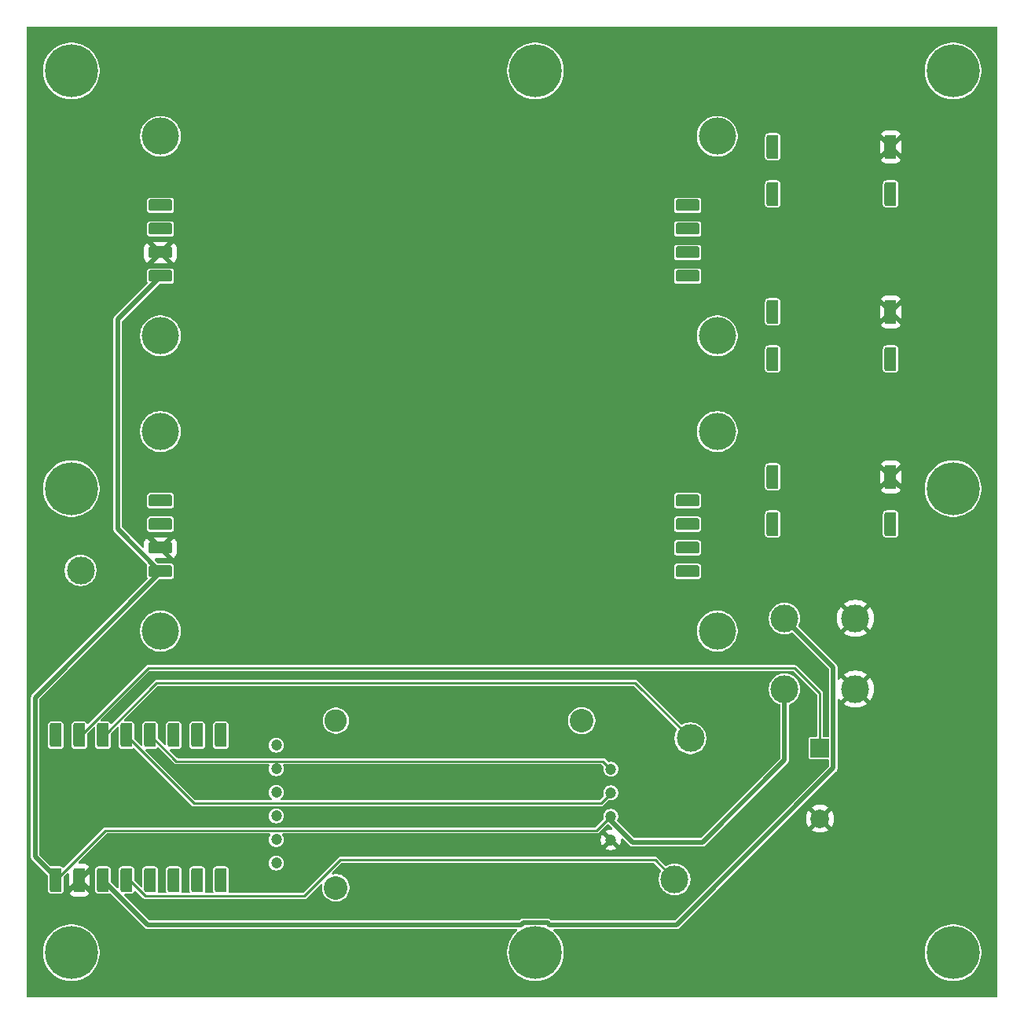
<source format=gbl>
%TF.GenerationSoftware,KiCad,Pcbnew,9.0.2*%
%TF.CreationDate,2025-05-12T22:54:09+08:00*%
%TF.ProjectId,paxclock_a,70617863-6c6f-4636-9b5f-612e6b696361,rev?*%
%TF.SameCoordinates,Original*%
%TF.FileFunction,Copper,L2,Bot*%
%TF.FilePolarity,Positive*%
%FSLAX46Y46*%
G04 Gerber Fmt 4.6, Leading zero omitted, Abs format (unit mm)*
G04 Created by KiCad (PCBNEW 9.0.2) date 2025-05-12 22:54:09*
%MOMM*%
%LPD*%
G01*
G04 APERTURE LIST*
G04 Aperture macros list*
%AMRoundRect*
0 Rectangle with rounded corners*
0 $1 Rounding radius*
0 $2 $3 $4 $5 $6 $7 $8 $9 X,Y pos of 4 corners*
0 Add a 4 corners polygon primitive as box body*
4,1,4,$2,$3,$4,$5,$6,$7,$8,$9,$2,$3,0*
0 Add four circle primitives for the rounded corners*
1,1,$1+$1,$2,$3*
1,1,$1+$1,$4,$5*
1,1,$1+$1,$6,$7*
1,1,$1+$1,$8,$9*
0 Add four rect primitives between the rounded corners*
20,1,$1+$1,$2,$3,$4,$5,0*
20,1,$1+$1,$4,$5,$6,$7,0*
20,1,$1+$1,$6,$7,$8,$9,0*
20,1,$1+$1,$8,$9,$2,$3,0*%
G04 Aperture macros list end*
%TA.AperFunction,ComponentPad*%
%ADD10C,4.000000*%
%TD*%
%TA.AperFunction,ComponentPad*%
%ADD11RoundRect,0.190500X-1.079500X-0.444500X1.079500X-0.444500X1.079500X0.444500X-1.079500X0.444500X0*%
%TD*%
%TA.AperFunction,ComponentPad*%
%ADD12C,3.000000*%
%TD*%
%TA.AperFunction,ComponentPad*%
%ADD13RoundRect,0.190500X0.444500X-1.079500X0.444500X1.079500X-0.444500X1.079500X-0.444500X-1.079500X0*%
%TD*%
%TA.AperFunction,ComponentPad*%
%ADD14C,5.700000*%
%TD*%
%TA.AperFunction,ComponentPad*%
%ADD15R,2.000000X2.000000*%
%TD*%
%TA.AperFunction,ComponentPad*%
%ADD16C,2.000000*%
%TD*%
%TA.AperFunction,ComponentPad*%
%ADD17RoundRect,0.190500X-0.444500X1.079500X-0.444500X-1.079500X0.444500X-1.079500X0.444500X1.079500X0*%
%TD*%
%TA.AperFunction,ComponentPad*%
%ADD18C,2.540000*%
%TD*%
%TA.AperFunction,ComponentPad*%
%ADD19C,2.430000*%
%TD*%
%TA.AperFunction,ComponentPad*%
%ADD20C,1.200000*%
%TD*%
%TA.AperFunction,Conductor*%
%ADD21C,0.254000*%
%TD*%
%TA.AperFunction,Conductor*%
%ADD22C,0.508000*%
%TD*%
G04 APERTURE END LIST*
D10*
%TO.P,U2,*%
%TO.N,*%
X49600000Y-42050000D03*
X49600000Y-63550000D03*
X109600000Y-42050000D03*
X109600000Y-63550000D03*
D11*
%TO.P,U2,1,CLK*%
%TO.N,Net-(U1-GPIO0)*%
X49600000Y-49500000D03*
%TO.P,U2,2,DIO*%
%TO.N,Net-(U1-GPIO1)*%
X49600000Y-52040000D03*
%TO.P,U2,3,GND*%
%TO.N,/GND*%
X49600000Y-54580000D03*
%TO.P,U2,4,5V*%
%TO.N,Net-(P_5V1-Pad1)*%
X49600000Y-57120000D03*
%TO.P,U2,5,CLK*%
%TO.N,unconnected-(U2-CLK-Pad5)*%
X106400000Y-49500000D03*
%TO.P,U2,6,DIO*%
%TO.N,unconnected-(U2-DIO-Pad6)*%
X106400000Y-52040000D03*
%TO.P,U2,7,GND*%
%TO.N,unconnected-(U2-GND-Pad7)*%
X106400000Y-54580000D03*
%TO.P,U2,8,5V*%
%TO.N,unconnected-(U2-5V-Pad8)*%
X106400000Y-57120000D03*
%TD*%
D12*
%TO.P,P_GND1,1,1*%
%TO.N,/GND*%
X124460000Y-101600000D03*
%TD*%
D13*
%TO.P,SW2,0,IN0*%
%TO.N,unconnected-(SW2-IN0-Pad0)*%
X115570000Y-43180000D03*
%TO.P,SW2,1,IN1*%
%TO.N,/GND*%
X128270000Y-43180000D03*
%TO.P,SW2,2,OUT0*%
%TO.N,Net-(SW2-OUT0)*%
X115570000Y-48260000D03*
%TO.P,SW2,3,OUT1*%
%TO.N,unconnected-(SW2-OUT1-Pad3)*%
X128270000Y-48260000D03*
%TD*%
D14*
%TO.P,H7,1*%
%TO.N,N/C*%
X90000000Y-35000000D03*
%TD*%
%TO.P,H5,1*%
%TO.N,N/C*%
X40000000Y-35000000D03*
%TD*%
%TO.P,H8,1*%
%TO.N,N/C*%
X40000000Y-130000000D03*
%TD*%
D12*
%TO.P,P_3V3,1,1*%
%TO.N,Net-(U1-3V3)*%
X116840000Y-93980000D03*
%TD*%
D14*
%TO.P,H10,1*%
%TO.N,N/C*%
X135000000Y-130000000D03*
%TD*%
D15*
%TO.P,BZ1,1,+*%
%TO.N,Net-(BZ1-+)*%
X120660000Y-107960000D03*
D16*
%TO.P,BZ1,2,-*%
%TO.N,/GND*%
X120660000Y-115560000D03*
%TD*%
D13*
%TO.P,SW3,0,IN0*%
%TO.N,unconnected-(SW3-IN0-Pad0)*%
X115570000Y-60960000D03*
%TO.P,SW3,1,IN1*%
%TO.N,/GND*%
X128270000Y-60960000D03*
%TO.P,SW3,2,OUT0*%
%TO.N,Net-(SW3-OUT0)*%
X115570000Y-66040000D03*
%TO.P,SW3,3,OUT1*%
%TO.N,unconnected-(SW3-OUT1-Pad3)*%
X128270000Y-66040000D03*
%TD*%
D12*
%TO.P,P_D7,1,1*%
%TO.N,Net-(U1-GPIO7)*%
X106700000Y-106900000D03*
%TD*%
D14*
%TO.P,H11,1*%
%TO.N,N/C*%
X135000000Y-80000000D03*
%TD*%
D12*
%TO.P,P_D5,1,1*%
%TO.N,Net-(U1-GPIO5)*%
X41000000Y-88800000D03*
%TD*%
%TO.P,P_GND2,1,1*%
%TO.N,/GND*%
X124460000Y-93980000D03*
%TD*%
%TO.P,P_D4,1,1*%
%TO.N,Net-(U1-GPIO4)*%
X105000000Y-122100000D03*
%TD*%
D13*
%TO.P,SW4,0,IN0*%
%TO.N,unconnected-(SW4-IN0-Pad0)*%
X115570000Y-78740000D03*
%TO.P,SW4,1,IN1*%
%TO.N,/GND*%
X128270000Y-78740000D03*
%TO.P,SW4,2,OUT0*%
%TO.N,Net-(SW4-OUT0)*%
X115570000Y-83820000D03*
%TO.P,SW4,3,OUT1*%
%TO.N,unconnected-(SW4-OUT1-Pad3)*%
X128270000Y-83820000D03*
%TD*%
D14*
%TO.P,H9,1*%
%TO.N,N/C*%
X90000000Y-130000000D03*
%TD*%
%TO.P,H6,1*%
%TO.N,N/C*%
X135000000Y-35000000D03*
%TD*%
D10*
%TO.P,U4,*%
%TO.N,*%
X49600000Y-73850000D03*
X49600000Y-95350000D03*
X109600000Y-73850000D03*
X109600000Y-95350000D03*
D11*
%TO.P,U4,1,CLK*%
%TO.N,Net-(U1-GPIO2)*%
X49600000Y-81300000D03*
%TO.P,U4,2,DIO*%
%TO.N,Net-(U1-GPIO3)*%
X49600000Y-83840000D03*
%TO.P,U4,3,GND*%
%TO.N,/GND*%
X49600000Y-86380000D03*
%TO.P,U4,4,5V*%
%TO.N,Net-(P_5V1-Pad1)*%
X49600000Y-88920000D03*
%TO.P,U4,5,CLK*%
%TO.N,unconnected-(U4-CLK-Pad5)*%
X106400000Y-81300000D03*
%TO.P,U4,6,DIO*%
%TO.N,unconnected-(U4-DIO-Pad6)*%
X106400000Y-83840000D03*
%TO.P,U4,7,GND*%
%TO.N,unconnected-(U4-GND-Pad7)*%
X106400000Y-86380000D03*
%TO.P,U4,8,5V*%
%TO.N,unconnected-(U4-5V-Pad8)*%
X106400000Y-88920000D03*
%TD*%
D12*
%TO.P,P_5V1,1,1*%
%TO.N,Net-(P_5V1-Pad1)*%
X116840000Y-101600000D03*
%TD*%
D14*
%TO.P,H12,1*%
%TO.N,N/C*%
X40000000Y-80000000D03*
%TD*%
D17*
%TO.P,U1,0,GPIO0*%
%TO.N,Net-(U1-GPIO0)*%
X56113000Y-122174000D03*
%TO.P,U1,1,GPIO1*%
%TO.N,Net-(U1-GPIO1)*%
X53573000Y-122174000D03*
%TO.P,U1,2,GPIO2*%
%TO.N,Net-(U1-GPIO2)*%
X51033000Y-122174000D03*
%TO.P,U1,3,GPIO3*%
%TO.N,Net-(U1-GPIO3)*%
X48493000Y-122174000D03*
%TO.P,U1,3.3,3V3*%
%TO.N,Net-(U1-3V3)*%
X43413000Y-122174000D03*
%TO.P,U1,4,GPIO4*%
%TO.N,Net-(U1-GPIO4)*%
X45953000Y-122174000D03*
%TO.P,U1,5,GPIO5*%
%TO.N,Net-(U1-GPIO5)*%
X38333000Y-106553000D03*
%TO.P,U1,5V,5V*%
%TO.N,Net-(P_5V1-Pad1)*%
X38333000Y-122174000D03*
%TO.P,U1,6,GPIO6*%
%TO.N,Net-(BZ1-+)*%
X40873000Y-106553000D03*
%TO.P,U1,7,GPIO7*%
%TO.N,Net-(U1-GPIO7)*%
X43413000Y-106553000D03*
%TO.P,U1,8,SDA*%
%TO.N,Net-(U1-GPIO8)*%
X45953000Y-106553000D03*
%TO.P,U1,9,SCL*%
%TO.N,Net-(U1-GPIO9)*%
X48493000Y-106553000D03*
%TO.P,U1,10,GPIO10*%
%TO.N,Net-(SW2-OUT0)*%
X51033000Y-106553000D03*
%TO.P,U1,20,GPIO20*%
%TO.N,Net-(SW3-OUT0)*%
X53573000Y-106553000D03*
%TO.P,U1,21,GPIO21*%
%TO.N,Net-(SW4-OUT0)*%
X56113000Y-106553000D03*
%TO.P,U1,G,GND*%
%TO.N,/GND*%
X40873000Y-122174000D03*
%TD*%
D18*
%TO.P,U6,*%
%TO.N,*%
X95000000Y-105000000D03*
X68500000Y-123000000D03*
D19*
X68500000Y-105000000D03*
D20*
%TO.P,U6,1,SCL*%
%TO.N,Net-(U1-GPIO9)*%
X98130000Y-110220000D03*
%TO.P,U6,2,SDA*%
%TO.N,Net-(U1-GPIO8)*%
X98130000Y-112760000D03*
%TO.P,U6,3,VCC*%
%TO.N,Net-(P_5V1-Pad1)*%
X98130000Y-115300000D03*
%TO.P,U6,4,GND*%
%TO.N,/GND*%
X98130000Y-117840000D03*
%TO.P,U6,5,32K*%
%TO.N,unconnected-(U6-32K-Pad5)*%
X62080000Y-107650000D03*
%TO.P,U6,6,SQW*%
%TO.N,unconnected-(U6-SQW-Pad6)*%
X62080000Y-110190000D03*
%TO.P,U6,7,SCL*%
%TO.N,unconnected-(U6-SCL-Pad7)*%
X62080000Y-112730000D03*
%TO.P,U6,8,SDA*%
%TO.N,unconnected-(U6-SDA-Pad8)*%
X62080000Y-115270000D03*
%TO.P,U6,9,VCC*%
%TO.N,unconnected-(U6-VCC-Pad9)*%
X62080000Y-117810000D03*
%TO.P,U6,10,GND*%
%TO.N,unconnected-(U6-GND-Pad10)*%
X62080000Y-120350000D03*
%TD*%
D21*
%TO.N,Net-(BZ1-+)*%
X117900000Y-99300000D02*
X120660000Y-102060000D01*
X120660000Y-102060000D02*
X120660000Y-107960000D01*
X40920000Y-106680000D02*
X48300000Y-99300000D01*
X48300000Y-99300000D02*
X117900000Y-99300000D01*
%TO.N,Net-(U1-GPIO9)*%
X51302000Y-109362000D02*
X97272000Y-109362000D01*
X97272000Y-109362000D02*
X98130000Y-110220000D01*
X48493000Y-106553000D02*
X51302000Y-109362000D01*
%TO.N,Net-(U1-GPIO8)*%
X53220000Y-113900000D02*
X97070000Y-113900000D01*
X46000000Y-106680000D02*
X53220000Y-113900000D01*
X97070000Y-113900000D02*
X97940000Y-113030000D01*
D22*
%TO.N,Net-(U1-3V3)*%
X122100000Y-99240000D02*
X122100000Y-110100000D01*
X88672445Y-126795000D02*
X88467445Y-127000000D01*
X91532555Y-127000000D02*
X91327555Y-126795000D01*
X91327555Y-126795000D02*
X88672445Y-126795000D01*
X122100000Y-110100000D02*
X105200000Y-127000000D01*
X116840000Y-93980000D02*
X122100000Y-99240000D01*
X48239000Y-127000000D02*
X43413000Y-122174000D01*
X105200000Y-127000000D02*
X91532555Y-127000000D01*
X88467445Y-127000000D02*
X48239000Y-127000000D01*
D21*
%TO.N,Net-(U1-GPIO4)*%
X69000000Y-120000000D02*
X102900000Y-120000000D01*
X46000000Y-121920000D02*
X47980000Y-123900000D01*
X102900000Y-120000000D02*
X105000000Y-122100000D01*
X65100000Y-123900000D02*
X69000000Y-120000000D01*
X47980000Y-123900000D02*
X65100000Y-123900000D01*
%TO.N,Net-(U1-GPIO7)*%
X49195572Y-100944428D02*
X100744428Y-100944428D01*
X43460000Y-106680000D02*
X49195572Y-100944428D01*
X100744428Y-100944428D02*
X106700000Y-106900000D01*
D22*
%TO.N,Net-(P_5V1-Pad1)*%
X36100000Y-102510000D02*
X49625000Y-88985000D01*
D21*
X96615000Y-116815000D02*
X98130000Y-115300000D01*
D22*
X108000000Y-118100000D02*
X116840000Y-109260000D01*
X45000000Y-84360000D02*
X49625000Y-88985000D01*
X116840000Y-109260000D02*
X116840000Y-101600000D01*
X49625000Y-57150000D02*
X45000000Y-61775000D01*
X100470000Y-118100000D02*
X108000000Y-118100000D01*
D21*
X43692000Y-116815000D02*
X96615000Y-116815000D01*
X38333000Y-122174000D02*
X43692000Y-116815000D01*
D22*
X36100000Y-119640000D02*
X36100000Y-102510000D01*
X45000000Y-61775000D02*
X45000000Y-84360000D01*
X97940000Y-115570000D02*
X100470000Y-118100000D01*
X38380000Y-121920000D02*
X36100000Y-119640000D01*
%TD*%
%TA.AperFunction,Conductor*%
%TO.N,/GND*%
G36*
X139742539Y-30220185D02*
G01*
X139788294Y-30272989D01*
X139799500Y-30324500D01*
X139799500Y-134675500D01*
X139779815Y-134742539D01*
X139727011Y-134788294D01*
X139675500Y-134799500D01*
X35324500Y-134799500D01*
X35257461Y-134779815D01*
X35211706Y-134727011D01*
X35200500Y-134675500D01*
X35200500Y-129828681D01*
X36949500Y-129828681D01*
X36949500Y-130171318D01*
X36987858Y-130511768D01*
X36987861Y-130511782D01*
X37064102Y-130845816D01*
X37064103Y-130845818D01*
X37177264Y-131169216D01*
X37325922Y-131477907D01*
X37325924Y-131477910D01*
X37508211Y-131768018D01*
X37721834Y-132035893D01*
X37964107Y-132278166D01*
X38231982Y-132491789D01*
X38522090Y-132674076D01*
X38830785Y-132822736D01*
X39154183Y-132935897D01*
X39488217Y-133012139D01*
X39488226Y-133012140D01*
X39488231Y-133012141D01*
X39715197Y-133037713D01*
X39828682Y-133050499D01*
X39828685Y-133050500D01*
X39828688Y-133050500D01*
X40171315Y-133050500D01*
X40171316Y-133050499D01*
X40345311Y-133030895D01*
X40511768Y-133012141D01*
X40511771Y-133012140D01*
X40511783Y-133012139D01*
X40845817Y-132935897D01*
X41169215Y-132822736D01*
X41477910Y-132674076D01*
X41768018Y-132491789D01*
X42035893Y-132278166D01*
X42278166Y-132035893D01*
X42491789Y-131768018D01*
X42674076Y-131477910D01*
X42822736Y-131169215D01*
X42935897Y-130845817D01*
X43012139Y-130511783D01*
X43050500Y-130171312D01*
X43050500Y-129828688D01*
X43012139Y-129488217D01*
X42935897Y-129154183D01*
X42822736Y-128830785D01*
X42674076Y-128522090D01*
X42491789Y-128231982D01*
X42278166Y-127964107D01*
X42035893Y-127721834D01*
X41977725Y-127675447D01*
X41957983Y-127659703D01*
X41768018Y-127508211D01*
X41477910Y-127325924D01*
X41477907Y-127325922D01*
X41169216Y-127177264D01*
X40845818Y-127064103D01*
X40845816Y-127064102D01*
X40588024Y-127005262D01*
X40511783Y-126987861D01*
X40511780Y-126987860D01*
X40511768Y-126987858D01*
X40171318Y-126949500D01*
X40171312Y-126949500D01*
X39828688Y-126949500D01*
X39828681Y-126949500D01*
X39488231Y-126987858D01*
X39488217Y-126987861D01*
X39154183Y-127064102D01*
X39154181Y-127064103D01*
X38830783Y-127177264D01*
X38522092Y-127325922D01*
X38231983Y-127508210D01*
X37964107Y-127721833D01*
X37721833Y-127964107D01*
X37508210Y-128231983D01*
X37325922Y-128522092D01*
X37177264Y-128830783D01*
X37064103Y-129154181D01*
X37064102Y-129154183D01*
X36987861Y-129488217D01*
X36987858Y-129488231D01*
X36949500Y-129828681D01*
X35200500Y-129828681D01*
X35200500Y-102450164D01*
X35645499Y-102450164D01*
X35645499Y-102457433D01*
X35645499Y-102579825D01*
X35645500Y-102579838D01*
X35645500Y-119580160D01*
X35645499Y-119580164D01*
X35645499Y-119699836D01*
X35655708Y-119737935D01*
X35658745Y-119749271D01*
X35658746Y-119749276D01*
X35676473Y-119815432D01*
X35676474Y-119815433D01*
X35736309Y-119919070D01*
X35736311Y-119919072D01*
X35827995Y-120010756D01*
X35828001Y-120010761D01*
X37461181Y-121643941D01*
X37494666Y-121705264D01*
X37497500Y-121731622D01*
X37497500Y-123284279D01*
X37511999Y-123375827D01*
X37512000Y-123375830D01*
X37512001Y-123375832D01*
X37568231Y-123486189D01*
X37568233Y-123486191D01*
X37568235Y-123486194D01*
X37655805Y-123573764D01*
X37655807Y-123573765D01*
X37655811Y-123573769D01*
X37766168Y-123629999D01*
X37766170Y-123629999D01*
X37766172Y-123630000D01*
X37857721Y-123644500D01*
X37857726Y-123644500D01*
X38808279Y-123644500D01*
X38899827Y-123630000D01*
X38899827Y-123629999D01*
X38899832Y-123629999D01*
X39010189Y-123573769D01*
X39031143Y-123552815D01*
X39063150Y-123520809D01*
X39097764Y-123486194D01*
X39097769Y-123486189D01*
X39153999Y-123375832D01*
X39158986Y-123344344D01*
X39168500Y-123284279D01*
X39168500Y-121853016D01*
X39188185Y-121785977D01*
X39204814Y-121765340D01*
X39526321Y-121443833D01*
X39587642Y-121410350D01*
X39657334Y-121415334D01*
X39713267Y-121457206D01*
X39737684Y-121522670D01*
X39738000Y-121531516D01*
X39738000Y-122955447D01*
X40473000Y-122220447D01*
X40473000Y-122226661D01*
X40500259Y-122328394D01*
X40552920Y-122419606D01*
X40627394Y-122494080D01*
X40718606Y-122546741D01*
X40820339Y-122574000D01*
X40826552Y-122574000D01*
X39819592Y-123580958D01*
X39819592Y-123580959D01*
X39880958Y-123682472D01*
X39999528Y-123801042D01*
X39999532Y-123801045D01*
X40143026Y-123887789D01*
X40303123Y-123937677D01*
X40372701Y-123943999D01*
X41373308Y-123943999D01*
X41442875Y-123937678D01*
X41442883Y-123937676D01*
X41602970Y-123887791D01*
X41602972Y-123887790D01*
X41746467Y-123801045D01*
X41746471Y-123801042D01*
X41865040Y-123682473D01*
X41926406Y-123580958D01*
X41926406Y-123580957D01*
X40919448Y-122574000D01*
X40925661Y-122574000D01*
X41027394Y-122546741D01*
X41118606Y-122494080D01*
X41193080Y-122419606D01*
X41245741Y-122328394D01*
X41273000Y-122226661D01*
X41273000Y-122220449D01*
X42007998Y-122955447D01*
X42007999Y-122955446D01*
X42007999Y-121392552D01*
X42007998Y-121392551D01*
X41273000Y-122127550D01*
X41273000Y-122121339D01*
X41245741Y-122019606D01*
X41193080Y-121928394D01*
X41118606Y-121853920D01*
X41027394Y-121801259D01*
X40925661Y-121774000D01*
X40919448Y-121774000D01*
X41926406Y-120767040D01*
X41926406Y-120767039D01*
X41865044Y-120665530D01*
X41746471Y-120546957D01*
X41746467Y-120546954D01*
X41602973Y-120460210D01*
X41442876Y-120410322D01*
X41373298Y-120404000D01*
X40865516Y-120404000D01*
X40844270Y-120397761D01*
X40822182Y-120396182D01*
X40811398Y-120388109D01*
X40798477Y-120384315D01*
X40783977Y-120367581D01*
X40766249Y-120354310D01*
X40761541Y-120341689D01*
X40752722Y-120331511D01*
X40749570Y-120309593D01*
X40741832Y-120288846D01*
X40744694Y-120275685D01*
X40744043Y-120271153D01*
X61279500Y-120271153D01*
X61279500Y-120428846D01*
X61310261Y-120583489D01*
X61310264Y-120583501D01*
X61370602Y-120729172D01*
X61370609Y-120729185D01*
X61458210Y-120860288D01*
X61458213Y-120860292D01*
X61569707Y-120971786D01*
X61569711Y-120971789D01*
X61700814Y-121059390D01*
X61700827Y-121059397D01*
X61846498Y-121119735D01*
X61846503Y-121119737D01*
X61994894Y-121149254D01*
X62001153Y-121150499D01*
X62001156Y-121150500D01*
X62001158Y-121150500D01*
X62158844Y-121150500D01*
X62158845Y-121150499D01*
X62313497Y-121119737D01*
X62459179Y-121059394D01*
X62590289Y-120971789D01*
X62701789Y-120860289D01*
X62789394Y-120729179D01*
X62849737Y-120583497D01*
X62880500Y-120428842D01*
X62880500Y-120271158D01*
X62880500Y-120271155D01*
X62880499Y-120271153D01*
X62849738Y-120116510D01*
X62849737Y-120116503D01*
X62805938Y-120010761D01*
X62789397Y-119970827D01*
X62789390Y-119970814D01*
X62701789Y-119839711D01*
X62701786Y-119839707D01*
X62590292Y-119728213D01*
X62590288Y-119728210D01*
X62459185Y-119640609D01*
X62459172Y-119640602D01*
X62313501Y-119580264D01*
X62313489Y-119580261D01*
X62158845Y-119549500D01*
X62158842Y-119549500D01*
X62001158Y-119549500D01*
X62001155Y-119549500D01*
X61846510Y-119580261D01*
X61846498Y-119580264D01*
X61700827Y-119640602D01*
X61700814Y-119640609D01*
X61569711Y-119728210D01*
X61569707Y-119728213D01*
X61458213Y-119839707D01*
X61458210Y-119839711D01*
X61370609Y-119970814D01*
X61370602Y-119970827D01*
X61310264Y-120116498D01*
X61310261Y-120116510D01*
X61279500Y-120271153D01*
X40744043Y-120271153D01*
X40742778Y-120262353D01*
X40751977Y-120242209D01*
X40756684Y-120220573D01*
X40769952Y-120202847D01*
X40771803Y-120198797D01*
X40777821Y-120192333D01*
X43791336Y-117178819D01*
X43852659Y-117145334D01*
X43879017Y-117142500D01*
X61331268Y-117142500D01*
X61398307Y-117162185D01*
X61444062Y-117214989D01*
X61454006Y-117284147D01*
X61434370Y-117335391D01*
X61370609Y-117430814D01*
X61370602Y-117430827D01*
X61310264Y-117576498D01*
X61310261Y-117576510D01*
X61279500Y-117731153D01*
X61279500Y-117888846D01*
X61310261Y-118043489D01*
X61310264Y-118043501D01*
X61370602Y-118189172D01*
X61370609Y-118189185D01*
X61458210Y-118320288D01*
X61458213Y-118320292D01*
X61569707Y-118431786D01*
X61569711Y-118431789D01*
X61700814Y-118519390D01*
X61700827Y-118519397D01*
X61785577Y-118554501D01*
X61846503Y-118579737D01*
X61985639Y-118607413D01*
X62001153Y-118610499D01*
X62001156Y-118610500D01*
X62001158Y-118610500D01*
X62158844Y-118610500D01*
X62158845Y-118610499D01*
X62163081Y-118609656D01*
X62174359Y-118607414D01*
X62174364Y-118607413D01*
X62276722Y-118587051D01*
X62313497Y-118579737D01*
X62449201Y-118523527D01*
X62459172Y-118519397D01*
X62459172Y-118519396D01*
X62459179Y-118519394D01*
X62590289Y-118431789D01*
X62701789Y-118320289D01*
X62789394Y-118189179D01*
X62849737Y-118043497D01*
X62880500Y-117888842D01*
X62880500Y-117731158D01*
X62880500Y-117731155D01*
X62880499Y-117731153D01*
X62856237Y-117609181D01*
X62849737Y-117576503D01*
X62804487Y-117467259D01*
X62789397Y-117430827D01*
X62789390Y-117430814D01*
X62725630Y-117335391D01*
X62704752Y-117268714D01*
X62723236Y-117201333D01*
X62775215Y-117154643D01*
X62828732Y-117142500D01*
X96658114Y-117142500D01*
X96658116Y-117142500D01*
X96741410Y-117120181D01*
X96816090Y-117077065D01*
X97722516Y-116170637D01*
X97783839Y-116137153D01*
X97853530Y-116142137D01*
X97897878Y-116170638D01*
X98255559Y-116528319D01*
X98289044Y-116589642D01*
X98284060Y-116659334D01*
X98242188Y-116715267D01*
X98176724Y-116739684D01*
X98167878Y-116740000D01*
X98043429Y-116740000D01*
X97872415Y-116767085D01*
X97707740Y-116820592D01*
X97553480Y-116899193D01*
X97553463Y-116899203D01*
X97547261Y-116903708D01*
X97547261Y-116903709D01*
X98083553Y-117440000D01*
X98077339Y-117440000D01*
X97975606Y-117467259D01*
X97884394Y-117519920D01*
X97809920Y-117594394D01*
X97757259Y-117685606D01*
X97730000Y-117787339D01*
X97730000Y-117793552D01*
X97193709Y-117257261D01*
X97193708Y-117257261D01*
X97189203Y-117263463D01*
X97189193Y-117263480D01*
X97110592Y-117417740D01*
X97057085Y-117582415D01*
X97030000Y-117753428D01*
X97030000Y-117926571D01*
X97057085Y-118097584D01*
X97110592Y-118262259D01*
X97189196Y-118416525D01*
X97193709Y-118422736D01*
X97193709Y-118422737D01*
X97730000Y-117886446D01*
X97730000Y-117892661D01*
X97757259Y-117994394D01*
X97809920Y-118085606D01*
X97884394Y-118160080D01*
X97975606Y-118212741D01*
X98077339Y-118240000D01*
X98083553Y-118240000D01*
X97547261Y-118776289D01*
X97547262Y-118776290D01*
X97553471Y-118780801D01*
X97707742Y-118859408D01*
X97872415Y-118912914D01*
X98043429Y-118940000D01*
X98216571Y-118940000D01*
X98387584Y-118912914D01*
X98552257Y-118859408D01*
X98706525Y-118780803D01*
X98712736Y-118776289D01*
X98712737Y-118776289D01*
X98176448Y-118240000D01*
X98182661Y-118240000D01*
X98284394Y-118212741D01*
X98375606Y-118160080D01*
X98450080Y-118085606D01*
X98502741Y-117994394D01*
X98530000Y-117892661D01*
X98530000Y-117886446D01*
X99066289Y-118422736D01*
X99070803Y-118416525D01*
X99149408Y-118262257D01*
X99202914Y-118097584D01*
X99230000Y-117926571D01*
X99230000Y-117802122D01*
X99249685Y-117735083D01*
X99302489Y-117689328D01*
X99371647Y-117679384D01*
X99435203Y-117708409D01*
X99441681Y-117714441D01*
X100101968Y-118374728D01*
X100101978Y-118374739D01*
X100106308Y-118379069D01*
X100106309Y-118379070D01*
X100190930Y-118463691D01*
X100294569Y-118523527D01*
X100410164Y-118554500D01*
X100529836Y-118554500D01*
X107932552Y-118554500D01*
X107932568Y-118554501D01*
X107940164Y-118554501D01*
X108059835Y-118554501D01*
X108059836Y-118554501D01*
X108150998Y-118530073D01*
X108151001Y-118530073D01*
X108165105Y-118526293D01*
X108175431Y-118523527D01*
X108279070Y-118463691D01*
X108363691Y-118379070D01*
X108363691Y-118379068D01*
X108373895Y-118368865D01*
X108373898Y-118368860D01*
X117203691Y-109539070D01*
X117220125Y-109510606D01*
X117263527Y-109435431D01*
X117275834Y-109389500D01*
X117294501Y-109319836D01*
X117294501Y-109200164D01*
X117294500Y-109200160D01*
X117294500Y-103333852D01*
X117314185Y-103266813D01*
X117366989Y-103221058D01*
X117386413Y-103214076D01*
X117387781Y-103213710D01*
X117593726Y-103128405D01*
X117786774Y-103016948D01*
X117963624Y-102881247D01*
X118121247Y-102723624D01*
X118256948Y-102546774D01*
X118368405Y-102353726D01*
X118453710Y-102147781D01*
X118511404Y-101932463D01*
X118540500Y-101711457D01*
X118540500Y-101488543D01*
X118511404Y-101267537D01*
X118453710Y-101052219D01*
X118368405Y-100846274D01*
X118256948Y-100653226D01*
X118217867Y-100602294D01*
X118121248Y-100476377D01*
X118121242Y-100476370D01*
X117963629Y-100318757D01*
X117963622Y-100318751D01*
X117786782Y-100183058D01*
X117786780Y-100183057D01*
X117786774Y-100183052D01*
X117593726Y-100071595D01*
X117593722Y-100071593D01*
X117387790Y-99986293D01*
X117387783Y-99986291D01*
X117387781Y-99986290D01*
X117172463Y-99928596D01*
X117172457Y-99928595D01*
X117172452Y-99928594D01*
X116951466Y-99899501D01*
X116951463Y-99899500D01*
X116951457Y-99899500D01*
X116728543Y-99899500D01*
X116728537Y-99899500D01*
X116728533Y-99899501D01*
X116507547Y-99928594D01*
X116507540Y-99928595D01*
X116507537Y-99928596D01*
X116292219Y-99986290D01*
X116292209Y-99986293D01*
X116086277Y-100071593D01*
X116086273Y-100071595D01*
X115893226Y-100183052D01*
X115893217Y-100183058D01*
X115716377Y-100318751D01*
X115716370Y-100318757D01*
X115558757Y-100476370D01*
X115558751Y-100476377D01*
X115423058Y-100653217D01*
X115423052Y-100653226D01*
X115311595Y-100846273D01*
X115311593Y-100846277D01*
X115226293Y-101052209D01*
X115226290Y-101052219D01*
X115184287Y-101208979D01*
X115168597Y-101267534D01*
X115168594Y-101267547D01*
X115139501Y-101488533D01*
X115139500Y-101488549D01*
X115139500Y-101711450D01*
X115139501Y-101711466D01*
X115168594Y-101932452D01*
X115168595Y-101932457D01*
X115168596Y-101932463D01*
X115225895Y-102146307D01*
X115226290Y-102147780D01*
X115226293Y-102147790D01*
X115311593Y-102353722D01*
X115311595Y-102353726D01*
X115423052Y-102546774D01*
X115423057Y-102546780D01*
X115423058Y-102546782D01*
X115558751Y-102723622D01*
X115558757Y-102723629D01*
X115716370Y-102881242D01*
X115716376Y-102881247D01*
X115893226Y-103016948D01*
X116086274Y-103128405D01*
X116292219Y-103213710D01*
X116293579Y-103214074D01*
X116293937Y-103214292D01*
X116296054Y-103215011D01*
X116295968Y-103215263D01*
X116295970Y-103215264D01*
X116295959Y-103215288D01*
X116295893Y-103215484D01*
X116353242Y-103250429D01*
X116383780Y-103313272D01*
X116385500Y-103333852D01*
X116385500Y-109020377D01*
X116365815Y-109087416D01*
X116349181Y-109108058D01*
X107848059Y-117609181D01*
X107786736Y-117642666D01*
X107760378Y-117645500D01*
X100709622Y-117645500D01*
X100642583Y-117625815D01*
X100621941Y-117609181D01*
X98852289Y-115839529D01*
X98818804Y-115778206D01*
X98823788Y-115708514D01*
X98836870Y-115682954D01*
X98839394Y-115679179D01*
X98899737Y-115533497D01*
X98930500Y-115378842D01*
X98930500Y-115221158D01*
X98930500Y-115221155D01*
X98930499Y-115221153D01*
X98899738Y-115066510D01*
X98899737Y-115066503D01*
X98865645Y-114984197D01*
X98839397Y-114920827D01*
X98839390Y-114920814D01*
X98751789Y-114789711D01*
X98751786Y-114789707D01*
X98640292Y-114678213D01*
X98640288Y-114678210D01*
X98509185Y-114590609D01*
X98509172Y-114590602D01*
X98363501Y-114530264D01*
X98363489Y-114530261D01*
X98208845Y-114499500D01*
X98208842Y-114499500D01*
X98051158Y-114499500D01*
X98051155Y-114499500D01*
X97896510Y-114530261D01*
X97896498Y-114530264D01*
X97750827Y-114590602D01*
X97750814Y-114590609D01*
X97619711Y-114678210D01*
X97619707Y-114678213D01*
X97508213Y-114789707D01*
X97508210Y-114789711D01*
X97420609Y-114920814D01*
X97420602Y-114920827D01*
X97360264Y-115066498D01*
X97360261Y-115066510D01*
X97329500Y-115221153D01*
X97329500Y-115378846D01*
X97359457Y-115529450D01*
X97353230Y-115599041D01*
X97325521Y-115641322D01*
X96515664Y-116451181D01*
X96454341Y-116484666D01*
X96427983Y-116487500D01*
X43735115Y-116487500D01*
X43648884Y-116487500D01*
X43565589Y-116509819D01*
X43565587Y-116509819D01*
X43565587Y-116509820D01*
X43490910Y-116552935D01*
X43490907Y-116552937D01*
X39227582Y-120816261D01*
X39166259Y-120849746D01*
X39096567Y-120844762D01*
X39052220Y-120816261D01*
X39010194Y-120774235D01*
X39010191Y-120774233D01*
X39010189Y-120774231D01*
X38899832Y-120718001D01*
X38899830Y-120718000D01*
X38899827Y-120717999D01*
X38808279Y-120703500D01*
X38808274Y-120703500D01*
X37857726Y-120703500D01*
X37857623Y-120703500D01*
X37790584Y-120683815D01*
X37769942Y-120667181D01*
X36590819Y-119488058D01*
X36557334Y-119426735D01*
X36554500Y-119400377D01*
X36554500Y-115191153D01*
X61279500Y-115191153D01*
X61279500Y-115348846D01*
X61310261Y-115503489D01*
X61310264Y-115503501D01*
X61370602Y-115649172D01*
X61370609Y-115649185D01*
X61458210Y-115780288D01*
X61458213Y-115780292D01*
X61569707Y-115891786D01*
X61569711Y-115891789D01*
X61700814Y-115979390D01*
X61700827Y-115979397D01*
X61846498Y-116039735D01*
X61846503Y-116039737D01*
X62001153Y-116070499D01*
X62001156Y-116070500D01*
X62001158Y-116070500D01*
X62158844Y-116070500D01*
X62158845Y-116070499D01*
X62313497Y-116039737D01*
X62459179Y-115979394D01*
X62590289Y-115891789D01*
X62701789Y-115780289D01*
X62789394Y-115649179D01*
X62792649Y-115641322D01*
X62837309Y-115533501D01*
X62849737Y-115503497D01*
X62880500Y-115348842D01*
X62880500Y-115191158D01*
X62880500Y-115191155D01*
X62880499Y-115191153D01*
X62849737Y-115036503D01*
X62849735Y-115036498D01*
X62789397Y-114890827D01*
X62789390Y-114890814D01*
X62701789Y-114759711D01*
X62701786Y-114759707D01*
X62590292Y-114648213D01*
X62590288Y-114648210D01*
X62459185Y-114560609D01*
X62459172Y-114560602D01*
X62313501Y-114500264D01*
X62313489Y-114500261D01*
X62189009Y-114475500D01*
X62189006Y-114475500D01*
X62158842Y-114469500D01*
X62001158Y-114469500D01*
X61970994Y-114475500D01*
X61970991Y-114475500D01*
X61846510Y-114500261D01*
X61846498Y-114500264D01*
X61700827Y-114560602D01*
X61700814Y-114560609D01*
X61569711Y-114648210D01*
X61569707Y-114648213D01*
X61458213Y-114759707D01*
X61458210Y-114759711D01*
X61370609Y-114890814D01*
X61370602Y-114890827D01*
X61310264Y-115036498D01*
X61310261Y-115036510D01*
X61279500Y-115191153D01*
X36554500Y-115191153D01*
X36554500Y-105442720D01*
X37497500Y-105442720D01*
X37497500Y-107663279D01*
X37511999Y-107754827D01*
X37512000Y-107754830D01*
X37512001Y-107754832D01*
X37568231Y-107865189D01*
X37568233Y-107865191D01*
X37568235Y-107865194D01*
X37655805Y-107952764D01*
X37655807Y-107952765D01*
X37655811Y-107952769D01*
X37766168Y-108008999D01*
X37766170Y-108008999D01*
X37766172Y-108009000D01*
X37857721Y-108023500D01*
X37857726Y-108023500D01*
X38808279Y-108023500D01*
X38899827Y-108009000D01*
X38899827Y-108008999D01*
X38899832Y-108008999D01*
X39010189Y-107952769D01*
X39097769Y-107865189D01*
X39153999Y-107754832D01*
X39158115Y-107728844D01*
X39168500Y-107663279D01*
X39168500Y-105442720D01*
X40037500Y-105442720D01*
X40037500Y-107663279D01*
X40051999Y-107754827D01*
X40052000Y-107754830D01*
X40052001Y-107754832D01*
X40108231Y-107865189D01*
X40108233Y-107865191D01*
X40108235Y-107865194D01*
X40195805Y-107952764D01*
X40195807Y-107952765D01*
X40195811Y-107952769D01*
X40306168Y-108008999D01*
X40306170Y-108008999D01*
X40306172Y-108009000D01*
X40397721Y-108023500D01*
X40397726Y-108023500D01*
X41348279Y-108023500D01*
X41439827Y-108009000D01*
X41439827Y-108008999D01*
X41439832Y-108008999D01*
X41550189Y-107952769D01*
X41637769Y-107865189D01*
X41693999Y-107754832D01*
X41698115Y-107728844D01*
X41708500Y-107663279D01*
X41708500Y-106406017D01*
X41728185Y-106338978D01*
X41744819Y-106318336D01*
X42365819Y-105697336D01*
X42427142Y-105663851D01*
X42496834Y-105668835D01*
X42552767Y-105710707D01*
X42577184Y-105776171D01*
X42577500Y-105785017D01*
X42577500Y-107663279D01*
X42591999Y-107754827D01*
X42592000Y-107754830D01*
X42592001Y-107754832D01*
X42648231Y-107865189D01*
X42648233Y-107865191D01*
X42648235Y-107865194D01*
X42735805Y-107952764D01*
X42735807Y-107952765D01*
X42735811Y-107952769D01*
X42846168Y-108008999D01*
X42846170Y-108008999D01*
X42846172Y-108009000D01*
X42937721Y-108023500D01*
X42937726Y-108023500D01*
X43888279Y-108023500D01*
X43979827Y-108009000D01*
X43979827Y-108008999D01*
X43979832Y-108008999D01*
X44090189Y-107952769D01*
X44177769Y-107865189D01*
X44233999Y-107754832D01*
X44238115Y-107728844D01*
X44248500Y-107663279D01*
X44248500Y-106406017D01*
X44268185Y-106338978D01*
X44284819Y-106318336D01*
X44905819Y-105697336D01*
X44967142Y-105663851D01*
X45036834Y-105668835D01*
X45092767Y-105710707D01*
X45117184Y-105776171D01*
X45117500Y-105785017D01*
X45117500Y-107663279D01*
X45131999Y-107754827D01*
X45132000Y-107754830D01*
X45132001Y-107754832D01*
X45188231Y-107865189D01*
X45188233Y-107865191D01*
X45188235Y-107865194D01*
X45275805Y-107952764D01*
X45275807Y-107952765D01*
X45275811Y-107952769D01*
X45386168Y-108008999D01*
X45386170Y-108008999D01*
X45386172Y-108009000D01*
X45477721Y-108023500D01*
X45477726Y-108023500D01*
X46428279Y-108023500D01*
X46519827Y-108009000D01*
X46519827Y-108008999D01*
X46519832Y-108008999D01*
X46630189Y-107952769D01*
X46630194Y-107952764D01*
X46632221Y-107950738D01*
X46635292Y-107949060D01*
X46638088Y-107947030D01*
X46638350Y-107947391D01*
X46693544Y-107917253D01*
X46763236Y-107922237D01*
X46807583Y-107950738D01*
X53018910Y-114162065D01*
X53093590Y-114205181D01*
X53176884Y-114227500D01*
X53176886Y-114227500D01*
X97113114Y-114227500D01*
X97113116Y-114227500D01*
X97196410Y-114205181D01*
X97271090Y-114162065D01*
X97855405Y-113577748D01*
X97916726Y-113544265D01*
X97967272Y-113543814D01*
X98035139Y-113557313D01*
X98051157Y-113560500D01*
X98051158Y-113560500D01*
X98208844Y-113560500D01*
X98208845Y-113560499D01*
X98363497Y-113529737D01*
X98509179Y-113469394D01*
X98640289Y-113381789D01*
X98751789Y-113270289D01*
X98839394Y-113139179D01*
X98899737Y-112993497D01*
X98930500Y-112838842D01*
X98930500Y-112681158D01*
X98930500Y-112681155D01*
X98930499Y-112681153D01*
X98899738Y-112526510D01*
X98899737Y-112526503D01*
X98887309Y-112496498D01*
X98839397Y-112380827D01*
X98839390Y-112380814D01*
X98751789Y-112249711D01*
X98751786Y-112249707D01*
X98640292Y-112138213D01*
X98640288Y-112138210D01*
X98509185Y-112050609D01*
X98509172Y-112050602D01*
X98363501Y-111990264D01*
X98363489Y-111990261D01*
X98208845Y-111959500D01*
X98208842Y-111959500D01*
X98051158Y-111959500D01*
X98051155Y-111959500D01*
X97896510Y-111990261D01*
X97896498Y-111990264D01*
X97750827Y-112050602D01*
X97750814Y-112050609D01*
X97619711Y-112138210D01*
X97619707Y-112138213D01*
X97508213Y-112249707D01*
X97508210Y-112249711D01*
X97420609Y-112380814D01*
X97420602Y-112380827D01*
X97360264Y-112526498D01*
X97360261Y-112526510D01*
X97329500Y-112681153D01*
X97329500Y-112838846D01*
X97360260Y-112993488D01*
X97360262Y-112993493D01*
X97360263Y-112993497D01*
X97360265Y-112993501D01*
X97373394Y-113025198D01*
X97380861Y-113094668D01*
X97349585Y-113157146D01*
X97346513Y-113160330D01*
X96970664Y-113536181D01*
X96909341Y-113569666D01*
X96882983Y-113572500D01*
X62667909Y-113572500D01*
X62600870Y-113552815D01*
X62555115Y-113500011D01*
X62545171Y-113430853D01*
X62574196Y-113367297D01*
X62589246Y-113352645D01*
X62590283Y-113351792D01*
X62590289Y-113351789D01*
X62701789Y-113240289D01*
X62789394Y-113109179D01*
X62849737Y-112963497D01*
X62880500Y-112808842D01*
X62880500Y-112651158D01*
X62880500Y-112651155D01*
X62880499Y-112651153D01*
X62849737Y-112496503D01*
X62801823Y-112380827D01*
X62789397Y-112350827D01*
X62789390Y-112350814D01*
X62701789Y-112219711D01*
X62701786Y-112219707D01*
X62590292Y-112108213D01*
X62590288Y-112108210D01*
X62459185Y-112020609D01*
X62459172Y-112020602D01*
X62313501Y-111960264D01*
X62313489Y-111960261D01*
X62158845Y-111929500D01*
X62158842Y-111929500D01*
X62001158Y-111929500D01*
X62001155Y-111929500D01*
X61846510Y-111960261D01*
X61846498Y-111960264D01*
X61700827Y-112020602D01*
X61700814Y-112020609D01*
X61569711Y-112108210D01*
X61569707Y-112108213D01*
X61458213Y-112219707D01*
X61458210Y-112219711D01*
X61370609Y-112350814D01*
X61370602Y-112350827D01*
X61310264Y-112496498D01*
X61310261Y-112496510D01*
X61279500Y-112651153D01*
X61279500Y-112808846D01*
X61310261Y-112963489D01*
X61310264Y-112963501D01*
X61370602Y-113109172D01*
X61370609Y-113109185D01*
X61458210Y-113240288D01*
X61458213Y-113240292D01*
X61569705Y-113351784D01*
X61570754Y-113352645D01*
X61571155Y-113353234D01*
X61574018Y-113356097D01*
X61573475Y-113356639D01*
X61610089Y-113410390D01*
X61611961Y-113480235D01*
X61575775Y-113540004D01*
X61513020Y-113570721D01*
X61492091Y-113572500D01*
X53407017Y-113572500D01*
X53339978Y-113552815D01*
X53319336Y-113536181D01*
X48018336Y-108235181D01*
X47984851Y-108173858D01*
X47989835Y-108104166D01*
X48031707Y-108048233D01*
X48097171Y-108023816D01*
X48106017Y-108023500D01*
X48968279Y-108023500D01*
X49059827Y-108009000D01*
X49059827Y-108008999D01*
X49059832Y-108008999D01*
X49170189Y-107952769D01*
X49212220Y-107910737D01*
X49273540Y-107877252D01*
X49343232Y-107882235D01*
X49387582Y-107910737D01*
X51100910Y-109624065D01*
X51175590Y-109667181D01*
X51258884Y-109689500D01*
X51345116Y-109689500D01*
X61235280Y-109689500D01*
X61302319Y-109709185D01*
X61348074Y-109761989D01*
X61358018Y-109831147D01*
X61349841Y-109860952D01*
X61310264Y-109956498D01*
X61310261Y-109956510D01*
X61279500Y-110111153D01*
X61279500Y-110268846D01*
X61310261Y-110423489D01*
X61310264Y-110423501D01*
X61370602Y-110569172D01*
X61370609Y-110569185D01*
X61458210Y-110700288D01*
X61458213Y-110700292D01*
X61569707Y-110811786D01*
X61569711Y-110811789D01*
X61700814Y-110899390D01*
X61700827Y-110899397D01*
X61846498Y-110959735D01*
X61846503Y-110959737D01*
X61997312Y-110989735D01*
X62001153Y-110990499D01*
X62001156Y-110990500D01*
X62001158Y-110990500D01*
X62158844Y-110990500D01*
X62158845Y-110990499D01*
X62313497Y-110959737D01*
X62459179Y-110899394D01*
X62590289Y-110811789D01*
X62701789Y-110700289D01*
X62789394Y-110569179D01*
X62849737Y-110423497D01*
X62880500Y-110268842D01*
X62880500Y-110111158D01*
X62880500Y-110111155D01*
X62880499Y-110111153D01*
X62866378Y-110040164D01*
X62849737Y-109956503D01*
X62810159Y-109860952D01*
X62802690Y-109791483D01*
X62833965Y-109729004D01*
X62894054Y-109693352D01*
X62924720Y-109689500D01*
X97084983Y-109689500D01*
X97114423Y-109698144D01*
X97144410Y-109704668D01*
X97149425Y-109708422D01*
X97152022Y-109709185D01*
X97172664Y-109725819D01*
X97325521Y-109878676D01*
X97359006Y-109939999D01*
X97359457Y-109990548D01*
X97329500Y-110141153D01*
X97329500Y-110298846D01*
X97360261Y-110453489D01*
X97360264Y-110453501D01*
X97420602Y-110599172D01*
X97420609Y-110599185D01*
X97508210Y-110730288D01*
X97508213Y-110730292D01*
X97619707Y-110841786D01*
X97619711Y-110841789D01*
X97750814Y-110929390D01*
X97750827Y-110929397D01*
X97824078Y-110959738D01*
X97896503Y-110989737D01*
X98051153Y-111020499D01*
X98051156Y-111020500D01*
X98051158Y-111020500D01*
X98208844Y-111020500D01*
X98208845Y-111020499D01*
X98363497Y-110989737D01*
X98509179Y-110929394D01*
X98640289Y-110841789D01*
X98751789Y-110730289D01*
X98839394Y-110599179D01*
X98899737Y-110453497D01*
X98930500Y-110298842D01*
X98930500Y-110141158D01*
X98930500Y-110141155D01*
X98930499Y-110141153D01*
X98908900Y-110032569D01*
X98899737Y-109986503D01*
X98875263Y-109927417D01*
X98839397Y-109840827D01*
X98839390Y-109840814D01*
X98751789Y-109709711D01*
X98751786Y-109709707D01*
X98640292Y-109598213D01*
X98640288Y-109598210D01*
X98509185Y-109510609D01*
X98509172Y-109510602D01*
X98363501Y-109450264D01*
X98363489Y-109450261D01*
X98208845Y-109419500D01*
X98208842Y-109419500D01*
X98051158Y-109419500D01*
X98051153Y-109419500D01*
X97900548Y-109449457D01*
X97830956Y-109443230D01*
X97788676Y-109415521D01*
X97473091Y-109099936D01*
X97473090Y-109099935D01*
X97398410Y-109056819D01*
X97398411Y-109056819D01*
X97370645Y-109049379D01*
X97315116Y-109034500D01*
X97315114Y-109034500D01*
X51489017Y-109034500D01*
X51421978Y-109014815D01*
X51401336Y-108998181D01*
X50638336Y-108235181D01*
X50604851Y-108173858D01*
X50609835Y-108104166D01*
X50651707Y-108048233D01*
X50717171Y-108023816D01*
X50726017Y-108023500D01*
X51508279Y-108023500D01*
X51599827Y-108009000D01*
X51599827Y-108008999D01*
X51599832Y-108008999D01*
X51710189Y-107952769D01*
X51797769Y-107865189D01*
X51853999Y-107754832D01*
X51858115Y-107728844D01*
X51868500Y-107663279D01*
X51868500Y-105442720D01*
X52737500Y-105442720D01*
X52737500Y-107663279D01*
X52751999Y-107754827D01*
X52752000Y-107754830D01*
X52752001Y-107754832D01*
X52808231Y-107865189D01*
X52808233Y-107865191D01*
X52808235Y-107865194D01*
X52895805Y-107952764D01*
X52895807Y-107952765D01*
X52895811Y-107952769D01*
X53006168Y-108008999D01*
X53006170Y-108008999D01*
X53006172Y-108009000D01*
X53097721Y-108023500D01*
X53097726Y-108023500D01*
X54048279Y-108023500D01*
X54139827Y-108009000D01*
X54139827Y-108008999D01*
X54139832Y-108008999D01*
X54250189Y-107952769D01*
X54337769Y-107865189D01*
X54393999Y-107754832D01*
X54398115Y-107728844D01*
X54408500Y-107663279D01*
X54408500Y-105442720D01*
X55277500Y-105442720D01*
X55277500Y-107663279D01*
X55291999Y-107754827D01*
X55292000Y-107754830D01*
X55292001Y-107754832D01*
X55348231Y-107865189D01*
X55348233Y-107865191D01*
X55348235Y-107865194D01*
X55435805Y-107952764D01*
X55435807Y-107952765D01*
X55435811Y-107952769D01*
X55546168Y-108008999D01*
X55546170Y-108008999D01*
X55546172Y-108009000D01*
X55637721Y-108023500D01*
X55637726Y-108023500D01*
X56588279Y-108023500D01*
X56679827Y-108009000D01*
X56679827Y-108008999D01*
X56679832Y-108008999D01*
X56790189Y-107952769D01*
X56877769Y-107865189D01*
X56933999Y-107754832D01*
X56938115Y-107728844D01*
X56948500Y-107663279D01*
X56948500Y-107571153D01*
X61279500Y-107571153D01*
X61279500Y-107728846D01*
X61310261Y-107883489D01*
X61310264Y-107883501D01*
X61370602Y-108029172D01*
X61370609Y-108029185D01*
X61458210Y-108160288D01*
X61458213Y-108160292D01*
X61569707Y-108271786D01*
X61569711Y-108271789D01*
X61700814Y-108359390D01*
X61700827Y-108359397D01*
X61846498Y-108419735D01*
X61846503Y-108419737D01*
X62001153Y-108450499D01*
X62001156Y-108450500D01*
X62001158Y-108450500D01*
X62158844Y-108450500D01*
X62158845Y-108450499D01*
X62313497Y-108419737D01*
X62459179Y-108359394D01*
X62590289Y-108271789D01*
X62701789Y-108160289D01*
X62789394Y-108029179D01*
X62849737Y-107883497D01*
X62880500Y-107728842D01*
X62880500Y-107571158D01*
X62880500Y-107571155D01*
X62880499Y-107571153D01*
X62855960Y-107447790D01*
X62849737Y-107416503D01*
X62849735Y-107416498D01*
X62789397Y-107270827D01*
X62789390Y-107270814D01*
X62701789Y-107139711D01*
X62701786Y-107139707D01*
X62590292Y-107028213D01*
X62590288Y-107028210D01*
X62459185Y-106940609D01*
X62459172Y-106940602D01*
X62313501Y-106880264D01*
X62313489Y-106880261D01*
X62158845Y-106849500D01*
X62158842Y-106849500D01*
X62001158Y-106849500D01*
X62001155Y-106849500D01*
X61846510Y-106880261D01*
X61846498Y-106880264D01*
X61700827Y-106940602D01*
X61700814Y-106940609D01*
X61569711Y-107028210D01*
X61569707Y-107028213D01*
X61458213Y-107139707D01*
X61458210Y-107139711D01*
X61370609Y-107270814D01*
X61370602Y-107270827D01*
X61310264Y-107416498D01*
X61310261Y-107416510D01*
X61279500Y-107571153D01*
X56948500Y-107571153D01*
X56948500Y-105442720D01*
X56934000Y-105351172D01*
X56933999Y-105351170D01*
X56933999Y-105351168D01*
X56877769Y-105240811D01*
X56877765Y-105240807D01*
X56877764Y-105240805D01*
X56790194Y-105153235D01*
X56790191Y-105153233D01*
X56790189Y-105153231D01*
X56679832Y-105097001D01*
X56679830Y-105097000D01*
X56679827Y-105096999D01*
X56588279Y-105082500D01*
X56588274Y-105082500D01*
X55637726Y-105082500D01*
X55637721Y-105082500D01*
X55546172Y-105096999D01*
X55546168Y-105097001D01*
X55435811Y-105153231D01*
X55435810Y-105153232D01*
X55435805Y-105153235D01*
X55348235Y-105240805D01*
X55348232Y-105240810D01*
X55348231Y-105240811D01*
X55329361Y-105277846D01*
X55292001Y-105351168D01*
X55291999Y-105351172D01*
X55277500Y-105442720D01*
X54408500Y-105442720D01*
X54394000Y-105351172D01*
X54393999Y-105351170D01*
X54393999Y-105351168D01*
X54337769Y-105240811D01*
X54337765Y-105240807D01*
X54337764Y-105240805D01*
X54250194Y-105153235D01*
X54250191Y-105153233D01*
X54250189Y-105153231D01*
X54139832Y-105097001D01*
X54139830Y-105097000D01*
X54139827Y-105096999D01*
X54048279Y-105082500D01*
X54048274Y-105082500D01*
X53097726Y-105082500D01*
X53097721Y-105082500D01*
X53006172Y-105096999D01*
X53006168Y-105097001D01*
X52895811Y-105153231D01*
X52895810Y-105153232D01*
X52895805Y-105153235D01*
X52808235Y-105240805D01*
X52808232Y-105240810D01*
X52808231Y-105240811D01*
X52789361Y-105277846D01*
X52752001Y-105351168D01*
X52751999Y-105351172D01*
X52737500Y-105442720D01*
X51868500Y-105442720D01*
X51854000Y-105351172D01*
X51853999Y-105351170D01*
X51853999Y-105351168D01*
X51797769Y-105240811D01*
X51797765Y-105240807D01*
X51797764Y-105240805D01*
X51710194Y-105153235D01*
X51710191Y-105153233D01*
X51710189Y-105153231D01*
X51599832Y-105097001D01*
X51599830Y-105097000D01*
X51599827Y-105096999D01*
X51508279Y-105082500D01*
X51508274Y-105082500D01*
X50557726Y-105082500D01*
X50557721Y-105082500D01*
X50466172Y-105096999D01*
X50466168Y-105097001D01*
X50355811Y-105153231D01*
X50355810Y-105153232D01*
X50355805Y-105153235D01*
X50268235Y-105240805D01*
X50268232Y-105240810D01*
X50268231Y-105240811D01*
X50249361Y-105277846D01*
X50212001Y-105351168D01*
X50211999Y-105351172D01*
X50197500Y-105442720D01*
X50197500Y-107494983D01*
X50177815Y-107562022D01*
X50125011Y-107607777D01*
X50055853Y-107617721D01*
X49992297Y-107588696D01*
X49985819Y-107582664D01*
X49364819Y-106961664D01*
X49331334Y-106900341D01*
X49328500Y-106873983D01*
X49328500Y-105442720D01*
X49314000Y-105351172D01*
X49313999Y-105351170D01*
X49313999Y-105351168D01*
X49257769Y-105240811D01*
X49257765Y-105240807D01*
X49257764Y-105240805D01*
X49170194Y-105153235D01*
X49170191Y-105153233D01*
X49170189Y-105153231D01*
X49059832Y-105097001D01*
X49059830Y-105097000D01*
X49059827Y-105096999D01*
X48968279Y-105082500D01*
X48968274Y-105082500D01*
X48017726Y-105082500D01*
X48017721Y-105082500D01*
X47926172Y-105096999D01*
X47926168Y-105097001D01*
X47815811Y-105153231D01*
X47815810Y-105153232D01*
X47815805Y-105153235D01*
X47728235Y-105240805D01*
X47728232Y-105240810D01*
X47728231Y-105240811D01*
X47709361Y-105277846D01*
X47672001Y-105351168D01*
X47671999Y-105351172D01*
X47657500Y-105442720D01*
X47657500Y-107574983D01*
X47637815Y-107642022D01*
X47585011Y-107687777D01*
X47515853Y-107697721D01*
X47452297Y-107668696D01*
X47445819Y-107662664D01*
X46824819Y-107041664D01*
X46791334Y-106980341D01*
X46788500Y-106953983D01*
X46788500Y-105442720D01*
X46774000Y-105351172D01*
X46773999Y-105351170D01*
X46773999Y-105351168D01*
X46717769Y-105240811D01*
X46717765Y-105240807D01*
X46717764Y-105240805D01*
X46630194Y-105153235D01*
X46630191Y-105153233D01*
X46630189Y-105153231D01*
X46519832Y-105097001D01*
X46519830Y-105097000D01*
X46519827Y-105096999D01*
X46428279Y-105082500D01*
X46428274Y-105082500D01*
X45820017Y-105082500D01*
X45798771Y-105076261D01*
X45776683Y-105074682D01*
X45765899Y-105066609D01*
X45752978Y-105062815D01*
X45738478Y-105046081D01*
X45720750Y-105032810D01*
X45716042Y-105020189D01*
X45707223Y-105010011D01*
X45704071Y-104988093D01*
X45696333Y-104967346D01*
X45699195Y-104954185D01*
X45697279Y-104940853D01*
X45706478Y-104920709D01*
X45711185Y-104899073D01*
X45719030Y-104888592D01*
X67084500Y-104888592D01*
X67084500Y-105111407D01*
X67118283Y-105324702D01*
X67119354Y-105331464D01*
X67188205Y-105543363D01*
X67289356Y-105741884D01*
X67420317Y-105922136D01*
X67577864Y-106079683D01*
X67758116Y-106210644D01*
X67956637Y-106311795D01*
X68168536Y-106380646D01*
X68251059Y-106393716D01*
X68388593Y-106415500D01*
X68388598Y-106415500D01*
X68611407Y-106415500D01*
X68733658Y-106396136D01*
X68831464Y-106380646D01*
X69043363Y-106311795D01*
X69241884Y-106210644D01*
X69422136Y-106079683D01*
X69579683Y-105922136D01*
X69710644Y-105741884D01*
X69811795Y-105543363D01*
X69880646Y-105331464D01*
X69901547Y-105199500D01*
X69915500Y-105111407D01*
X69915500Y-104888592D01*
X69914815Y-104884269D01*
X93529500Y-104884269D01*
X93529500Y-105115731D01*
X93535440Y-105153232D01*
X93565709Y-105344344D01*
X93637232Y-105564473D01*
X93637233Y-105564476D01*
X93687868Y-105663851D01*
X93727628Y-105741884D01*
X93742318Y-105770713D01*
X93878359Y-105957959D01*
X93878363Y-105957964D01*
X94042035Y-106121636D01*
X94042040Y-106121640D01*
X94164543Y-106210643D01*
X94229290Y-106257684D01*
X94348326Y-106318336D01*
X94435523Y-106362766D01*
X94435526Y-106362767D01*
X94490553Y-106380646D01*
X94655657Y-106434291D01*
X94884269Y-106470500D01*
X94884270Y-106470500D01*
X95115730Y-106470500D01*
X95115731Y-106470500D01*
X95344343Y-106434291D01*
X95564476Y-106362766D01*
X95770710Y-106257684D01*
X95957966Y-106121635D01*
X96121635Y-105957966D01*
X96257684Y-105770710D01*
X96362766Y-105564476D01*
X96434291Y-105344343D01*
X96470500Y-105115731D01*
X96470500Y-104884269D01*
X96434291Y-104655657D01*
X96362766Y-104435524D01*
X96362766Y-104435523D01*
X96326376Y-104364106D01*
X96257684Y-104229290D01*
X96147667Y-104077864D01*
X96121640Y-104042040D01*
X96121636Y-104042035D01*
X95957964Y-103878363D01*
X95957959Y-103878359D01*
X95770713Y-103742318D01*
X95770712Y-103742317D01*
X95770710Y-103742316D01*
X95664512Y-103688205D01*
X95564476Y-103637233D01*
X95564473Y-103637232D01*
X95344344Y-103565709D01*
X95230037Y-103547604D01*
X95115731Y-103529500D01*
X94884269Y-103529500D01*
X94808065Y-103541569D01*
X94655655Y-103565709D01*
X94435526Y-103637232D01*
X94435523Y-103637233D01*
X94229286Y-103742318D01*
X94042040Y-103878359D01*
X94042035Y-103878363D01*
X93878363Y-104042035D01*
X93878359Y-104042040D01*
X93742318Y-104229286D01*
X93637233Y-104435523D01*
X93637232Y-104435526D01*
X93565709Y-104655655D01*
X93531630Y-104870819D01*
X93529500Y-104884269D01*
X69914815Y-104884269D01*
X69880646Y-104668539D01*
X69880646Y-104668536D01*
X69811795Y-104456637D01*
X69710644Y-104258116D01*
X69579683Y-104077864D01*
X69422136Y-103920317D01*
X69241884Y-103789356D01*
X69043363Y-103688205D01*
X68831464Y-103619354D01*
X68831462Y-103619353D01*
X68831460Y-103619353D01*
X68611407Y-103584500D01*
X68611402Y-103584500D01*
X68388598Y-103584500D01*
X68388593Y-103584500D01*
X68168539Y-103619353D01*
X67956634Y-103688206D01*
X67758115Y-103789356D01*
X67655275Y-103864074D01*
X67577864Y-103920317D01*
X67577862Y-103920319D01*
X67577861Y-103920319D01*
X67420319Y-104077861D01*
X67420319Y-104077862D01*
X67420317Y-104077864D01*
X67364074Y-104155275D01*
X67289356Y-104258115D01*
X67188206Y-104456634D01*
X67119353Y-104668539D01*
X67084500Y-104888592D01*
X45719030Y-104888592D01*
X45724453Y-104881347D01*
X45726304Y-104877297D01*
X45732336Y-104870819D01*
X49294908Y-101308247D01*
X49356231Y-101274762D01*
X49382589Y-101271928D01*
X100557411Y-101271928D01*
X100624450Y-101291613D01*
X100645092Y-101308247D01*
X105218340Y-105881495D01*
X105251825Y-105942818D01*
X105246841Y-106012510D01*
X105238046Y-106031176D01*
X105171598Y-106146266D01*
X105171593Y-106146277D01*
X105086293Y-106352209D01*
X105086290Y-106352219D01*
X105028597Y-106567534D01*
X105028594Y-106567547D01*
X104999501Y-106788533D01*
X104999500Y-106788549D01*
X104999500Y-107011450D01*
X104999501Y-107011466D01*
X105028594Y-107232452D01*
X105028595Y-107232457D01*
X105028596Y-107232463D01*
X105028597Y-107232465D01*
X105086290Y-107447780D01*
X105086293Y-107447790D01*
X105152562Y-107607777D01*
X105171595Y-107653726D01*
X105283052Y-107846774D01*
X105283057Y-107846780D01*
X105283058Y-107846782D01*
X105418751Y-108023622D01*
X105418757Y-108023629D01*
X105576370Y-108181242D01*
X105576377Y-108181248D01*
X105694369Y-108271786D01*
X105753226Y-108316948D01*
X105946274Y-108428405D01*
X106152219Y-108513710D01*
X106367537Y-108571404D01*
X106588543Y-108600500D01*
X106588550Y-108600500D01*
X106811450Y-108600500D01*
X106811457Y-108600500D01*
X107032463Y-108571404D01*
X107247781Y-108513710D01*
X107453726Y-108428405D01*
X107646774Y-108316948D01*
X107823624Y-108181247D01*
X107981247Y-108023624D01*
X108116948Y-107846774D01*
X108228405Y-107653726D01*
X108313710Y-107447781D01*
X108371404Y-107232463D01*
X108400500Y-107011457D01*
X108400500Y-106788543D01*
X108371404Y-106567537D01*
X108313710Y-106352219D01*
X108308225Y-106338978D01*
X108228406Y-106146277D01*
X108228405Y-106146274D01*
X108116948Y-105953226D01*
X108061907Y-105881495D01*
X107981248Y-105776377D01*
X107981242Y-105776370D01*
X107823629Y-105618757D01*
X107823622Y-105618751D01*
X107646782Y-105483058D01*
X107646780Y-105483057D01*
X107646774Y-105483052D01*
X107453726Y-105371595D01*
X107453722Y-105371593D01*
X107247790Y-105286293D01*
X107247783Y-105286291D01*
X107247781Y-105286290D01*
X107032463Y-105228596D01*
X107032457Y-105228595D01*
X107032452Y-105228594D01*
X106811466Y-105199501D01*
X106811463Y-105199500D01*
X106811457Y-105199500D01*
X106588543Y-105199500D01*
X106588537Y-105199500D01*
X106588533Y-105199501D01*
X106367547Y-105228594D01*
X106367540Y-105228595D01*
X106367537Y-105228596D01*
X106250962Y-105259832D01*
X106152219Y-105286290D01*
X106152209Y-105286293D01*
X105946277Y-105371593D01*
X105946266Y-105371598D01*
X105831176Y-105438046D01*
X105763276Y-105454519D01*
X105697249Y-105431666D01*
X105681495Y-105418340D01*
X100945519Y-100682364D01*
X100945518Y-100682363D01*
X100870838Y-100639247D01*
X100870839Y-100639247D01*
X100843073Y-100631807D01*
X100787544Y-100616928D01*
X49238688Y-100616928D01*
X49152456Y-100616928D01*
X49096926Y-100631807D01*
X49069161Y-100639247D01*
X48994483Y-100682362D01*
X48994480Y-100682364D01*
X44385626Y-105291217D01*
X44324303Y-105324702D01*
X44254611Y-105319718D01*
X44198678Y-105277846D01*
X44187461Y-105259832D01*
X44184147Y-105253328D01*
X44177769Y-105240811D01*
X44177766Y-105240808D01*
X44177764Y-105240805D01*
X44090194Y-105153235D01*
X44090191Y-105153233D01*
X44090189Y-105153231D01*
X43979832Y-105097001D01*
X43979830Y-105097000D01*
X43979827Y-105096999D01*
X43888279Y-105082500D01*
X43888274Y-105082500D01*
X43280017Y-105082500D01*
X43212978Y-105062815D01*
X43167223Y-105010011D01*
X43157279Y-104940853D01*
X43186304Y-104877297D01*
X43192336Y-104870819D01*
X48399336Y-99663819D01*
X48460659Y-99630334D01*
X48487017Y-99627500D01*
X117712983Y-99627500D01*
X117780022Y-99647185D01*
X117800664Y-99663819D01*
X120296181Y-102159336D01*
X120329666Y-102220659D01*
X120332500Y-102247017D01*
X120332500Y-106635500D01*
X120312815Y-106702539D01*
X120260011Y-106748294D01*
X120208500Y-106759500D01*
X119640247Y-106759500D01*
X119581770Y-106771131D01*
X119581769Y-106771132D01*
X119515447Y-106815447D01*
X119471132Y-106881769D01*
X119471131Y-106881770D01*
X119459500Y-106940247D01*
X119459500Y-108979752D01*
X119471131Y-109038229D01*
X119471132Y-109038230D01*
X119515447Y-109104552D01*
X119581769Y-109148867D01*
X119581770Y-109148868D01*
X119640247Y-109160499D01*
X119640250Y-109160500D01*
X119640252Y-109160500D01*
X121521500Y-109160500D01*
X121588539Y-109180185D01*
X121634294Y-109232989D01*
X121645500Y-109284500D01*
X121645500Y-109860378D01*
X121625815Y-109927417D01*
X121609181Y-109948059D01*
X105048059Y-126509181D01*
X104986736Y-126542666D01*
X104960378Y-126545500D01*
X91772178Y-126545500D01*
X91705139Y-126525815D01*
X91684497Y-126509181D01*
X91606627Y-126431311D01*
X91606621Y-126431306D01*
X91502989Y-126371474D01*
X91502984Y-126371472D01*
X91478558Y-126364926D01*
X91478558Y-126364927D01*
X91432974Y-126352713D01*
X91387391Y-126340499D01*
X91267719Y-126340499D01*
X91260123Y-126340499D01*
X91260107Y-126340500D01*
X88739893Y-126340500D01*
X88739877Y-126340499D01*
X88732281Y-126340499D01*
X88612609Y-126340499D01*
X88521442Y-126364927D01*
X88511963Y-126367466D01*
X88497015Y-126371472D01*
X88497010Y-126371474D01*
X88393378Y-126431306D01*
X88393372Y-126431311D01*
X88315503Y-126509181D01*
X88254180Y-126542666D01*
X88227822Y-126545500D01*
X48478622Y-126545500D01*
X48411583Y-126525815D01*
X48390941Y-126509181D01*
X45737941Y-123856181D01*
X45704456Y-123794858D01*
X45709440Y-123725166D01*
X45751312Y-123669233D01*
X45816776Y-123644816D01*
X45825622Y-123644500D01*
X46428279Y-123644500D01*
X46519827Y-123630000D01*
X46519827Y-123629999D01*
X46519832Y-123629999D01*
X46630189Y-123573769D01*
X46717769Y-123486189D01*
X46770329Y-123383033D01*
X46818303Y-123332239D01*
X46886124Y-123315444D01*
X46952259Y-123337981D01*
X46968494Y-123351649D01*
X47717935Y-124101090D01*
X47778910Y-124162065D01*
X47853590Y-124205181D01*
X47936884Y-124227500D01*
X47936886Y-124227500D01*
X65143114Y-124227500D01*
X65143116Y-124227500D01*
X65226410Y-124205181D01*
X65301090Y-124162065D01*
X66844449Y-122618704D01*
X66905770Y-122585221D01*
X66975461Y-122590205D01*
X67031395Y-122632077D01*
X67055812Y-122697541D01*
X67054601Y-122725784D01*
X67029500Y-122884268D01*
X67029500Y-123115730D01*
X67065709Y-123344344D01*
X67137232Y-123564473D01*
X67137233Y-123564476D01*
X67242318Y-123770713D01*
X67378359Y-123957959D01*
X67378363Y-123957964D01*
X67542035Y-124121636D01*
X67542040Y-124121640D01*
X67687745Y-124227500D01*
X67729290Y-124257684D01*
X67864106Y-124326376D01*
X67935523Y-124362766D01*
X67935526Y-124362767D01*
X68045590Y-124398528D01*
X68155657Y-124434291D01*
X68384269Y-124470500D01*
X68384270Y-124470500D01*
X68615730Y-124470500D01*
X68615731Y-124470500D01*
X68844343Y-124434291D01*
X69064476Y-124362766D01*
X69270710Y-124257684D01*
X69457966Y-124121635D01*
X69621635Y-123957966D01*
X69757684Y-123770710D01*
X69862766Y-123564476D01*
X69934291Y-123344343D01*
X69970500Y-123115731D01*
X69970500Y-122884269D01*
X69934291Y-122655657D01*
X69898528Y-122545590D01*
X69862767Y-122435526D01*
X69862766Y-122435523D01*
X69801548Y-122315378D01*
X69757684Y-122229290D01*
X69717513Y-122173999D01*
X69621640Y-122042040D01*
X69621636Y-122042035D01*
X69457964Y-121878363D01*
X69457959Y-121878359D01*
X69270713Y-121742318D01*
X69270712Y-121742317D01*
X69270710Y-121742316D01*
X69197992Y-121705264D01*
X69064476Y-121637233D01*
X69064473Y-121637232D01*
X68844344Y-121565709D01*
X68717672Y-121545646D01*
X68615731Y-121529500D01*
X68384269Y-121529500D01*
X68225784Y-121554601D01*
X68156491Y-121545646D01*
X68103039Y-121500650D01*
X68082400Y-121433898D01*
X68101125Y-121366585D01*
X68118701Y-121344453D01*
X69099336Y-120363819D01*
X69160659Y-120330334D01*
X69187017Y-120327500D01*
X102712983Y-120327500D01*
X102780022Y-120347185D01*
X102800664Y-120363819D01*
X103518340Y-121081495D01*
X103551825Y-121142818D01*
X103546841Y-121212510D01*
X103538046Y-121231176D01*
X103471598Y-121346266D01*
X103471593Y-121346277D01*
X103386293Y-121552209D01*
X103386290Y-121552219D01*
X103335354Y-121742318D01*
X103328597Y-121767534D01*
X103328594Y-121767547D01*
X103299501Y-121988533D01*
X103299500Y-121988549D01*
X103299500Y-122211450D01*
X103299501Y-122211466D01*
X103328594Y-122432452D01*
X103328595Y-122432457D01*
X103328596Y-122432463D01*
X103382082Y-122632077D01*
X103386290Y-122647780D01*
X103386293Y-122647790D01*
X103455547Y-122814983D01*
X103471595Y-122853726D01*
X103583052Y-123046774D01*
X103583057Y-123046780D01*
X103583058Y-123046782D01*
X103718751Y-123223622D01*
X103718757Y-123223629D01*
X103876370Y-123381242D01*
X103876377Y-123381248D01*
X104002294Y-123477867D01*
X104053226Y-123516948D01*
X104246274Y-123628405D01*
X104452219Y-123713710D01*
X104667537Y-123771404D01*
X104888543Y-123800500D01*
X104888550Y-123800500D01*
X105111450Y-123800500D01*
X105111457Y-123800500D01*
X105332463Y-123771404D01*
X105547781Y-123713710D01*
X105753726Y-123628405D01*
X105946774Y-123516948D01*
X106123624Y-123381247D01*
X106281247Y-123223624D01*
X106416948Y-123046774D01*
X106528405Y-122853726D01*
X106613710Y-122647781D01*
X106671404Y-122432463D01*
X106700500Y-122211457D01*
X106700500Y-121988543D01*
X106671404Y-121767537D01*
X106613710Y-121552219D01*
X106610987Y-121545646D01*
X106564700Y-121433898D01*
X106528405Y-121346274D01*
X106416948Y-121153226D01*
X106281247Y-120976376D01*
X106281242Y-120976370D01*
X106123629Y-120818757D01*
X106123622Y-120818751D01*
X105946782Y-120683058D01*
X105946780Y-120683057D01*
X105946774Y-120683052D01*
X105753726Y-120571595D01*
X105753722Y-120571593D01*
X105547790Y-120486293D01*
X105547783Y-120486291D01*
X105547781Y-120486290D01*
X105332463Y-120428596D01*
X105332457Y-120428595D01*
X105332452Y-120428594D01*
X105111466Y-120399501D01*
X105111463Y-120399500D01*
X105111457Y-120399500D01*
X104888543Y-120399500D01*
X104888537Y-120399500D01*
X104888533Y-120399501D01*
X104667547Y-120428594D01*
X104667540Y-120428595D01*
X104667537Y-120428596D01*
X104452219Y-120486290D01*
X104452209Y-120486293D01*
X104246277Y-120571593D01*
X104246266Y-120571598D01*
X104131176Y-120638046D01*
X104063276Y-120654519D01*
X103997249Y-120631666D01*
X103981495Y-120618340D01*
X103101090Y-119737935D01*
X103101088Y-119737934D01*
X103084245Y-119728210D01*
X103026410Y-119694819D01*
X103026411Y-119694819D01*
X102998645Y-119687379D01*
X102943116Y-119672500D01*
X69043116Y-119672500D01*
X68956884Y-119672500D01*
X68901354Y-119687379D01*
X68873589Y-119694819D01*
X68798911Y-119737934D01*
X65000664Y-123536181D01*
X64939341Y-123569666D01*
X64912983Y-123572500D01*
X57036141Y-123572500D01*
X56969102Y-123552815D01*
X56923347Y-123500011D01*
X56913403Y-123430853D01*
X56925657Y-123392204D01*
X56933999Y-123375832D01*
X56938986Y-123344344D01*
X56948500Y-123284279D01*
X56948500Y-121063720D01*
X56934000Y-120972172D01*
X56933999Y-120972170D01*
X56933999Y-120972168D01*
X56877769Y-120861811D01*
X56877765Y-120861807D01*
X56877764Y-120861805D01*
X56790194Y-120774235D01*
X56790191Y-120774233D01*
X56790189Y-120774231D01*
X56679832Y-120718001D01*
X56679830Y-120718000D01*
X56679827Y-120717999D01*
X56588279Y-120703500D01*
X56588274Y-120703500D01*
X55637726Y-120703500D01*
X55637721Y-120703500D01*
X55546172Y-120717999D01*
X55546168Y-120718001D01*
X55435811Y-120774231D01*
X55435810Y-120774232D01*
X55435805Y-120774235D01*
X55348235Y-120861805D01*
X55348232Y-120861810D01*
X55292001Y-120972168D01*
X55291999Y-120972172D01*
X55277500Y-121063720D01*
X55277500Y-123284279D01*
X55291999Y-123375827D01*
X55292002Y-123375834D01*
X55300343Y-123392204D01*
X55313240Y-123460874D01*
X55286964Y-123525614D01*
X55229858Y-123565872D01*
X55189859Y-123572500D01*
X54496141Y-123572500D01*
X54429102Y-123552815D01*
X54383347Y-123500011D01*
X54373403Y-123430853D01*
X54385657Y-123392204D01*
X54393999Y-123375832D01*
X54398986Y-123344344D01*
X54408500Y-123284279D01*
X54408500Y-121063720D01*
X54394000Y-120972172D01*
X54393999Y-120972170D01*
X54393999Y-120972168D01*
X54337769Y-120861811D01*
X54337765Y-120861807D01*
X54337764Y-120861805D01*
X54250194Y-120774235D01*
X54250191Y-120774233D01*
X54250189Y-120774231D01*
X54139832Y-120718001D01*
X54139830Y-120718000D01*
X54139827Y-120717999D01*
X54048279Y-120703500D01*
X54048274Y-120703500D01*
X53097726Y-120703500D01*
X53097721Y-120703500D01*
X53006172Y-120717999D01*
X53006168Y-120718001D01*
X52895811Y-120774231D01*
X52895810Y-120774232D01*
X52895805Y-120774235D01*
X52808235Y-120861805D01*
X52808232Y-120861810D01*
X52752001Y-120972168D01*
X52751999Y-120972172D01*
X52737500Y-121063720D01*
X52737500Y-123284279D01*
X52751999Y-123375827D01*
X52752002Y-123375834D01*
X52760343Y-123392204D01*
X52773240Y-123460874D01*
X52746964Y-123525614D01*
X52689858Y-123565872D01*
X52649859Y-123572500D01*
X51956141Y-123572500D01*
X51889102Y-123552815D01*
X51843347Y-123500011D01*
X51833403Y-123430853D01*
X51845657Y-123392204D01*
X51853999Y-123375832D01*
X51858986Y-123344344D01*
X51868500Y-123284279D01*
X51868500Y-121063720D01*
X51854000Y-120972172D01*
X51853999Y-120972170D01*
X51853999Y-120972168D01*
X51797769Y-120861811D01*
X51797765Y-120861807D01*
X51797764Y-120861805D01*
X51710194Y-120774235D01*
X51710191Y-120774233D01*
X51710189Y-120774231D01*
X51599832Y-120718001D01*
X51599830Y-120718000D01*
X51599827Y-120717999D01*
X51508279Y-120703500D01*
X51508274Y-120703500D01*
X50557726Y-120703500D01*
X50557721Y-120703500D01*
X50466172Y-120717999D01*
X50466168Y-120718001D01*
X50355811Y-120774231D01*
X50355810Y-120774232D01*
X50355805Y-120774235D01*
X50268235Y-120861805D01*
X50268232Y-120861810D01*
X50212001Y-120972168D01*
X50211999Y-120972172D01*
X50197500Y-121063720D01*
X50197500Y-123284279D01*
X50211999Y-123375827D01*
X50212002Y-123375834D01*
X50220343Y-123392204D01*
X50233240Y-123460874D01*
X50206964Y-123525614D01*
X50149858Y-123565872D01*
X50109859Y-123572500D01*
X49416141Y-123572500D01*
X49349102Y-123552815D01*
X49303347Y-123500011D01*
X49293403Y-123430853D01*
X49305657Y-123392204D01*
X49313999Y-123375832D01*
X49318986Y-123344344D01*
X49328500Y-123284279D01*
X49328500Y-121063720D01*
X49314000Y-120972172D01*
X49313999Y-120972170D01*
X49313999Y-120972168D01*
X49257769Y-120861811D01*
X49257765Y-120861807D01*
X49257764Y-120861805D01*
X49170194Y-120774235D01*
X49170191Y-120774233D01*
X49170189Y-120774231D01*
X49059832Y-120718001D01*
X49059830Y-120718000D01*
X49059827Y-120717999D01*
X48968279Y-120703500D01*
X48968274Y-120703500D01*
X48017726Y-120703500D01*
X48017721Y-120703500D01*
X47926172Y-120717999D01*
X47926168Y-120718001D01*
X47815811Y-120774231D01*
X47815810Y-120774232D01*
X47815805Y-120774235D01*
X47728235Y-120861805D01*
X47728232Y-120861810D01*
X47672001Y-120972168D01*
X47671999Y-120972172D01*
X47657500Y-121063720D01*
X47657500Y-122814983D01*
X47637815Y-122882022D01*
X47585011Y-122927777D01*
X47515853Y-122937721D01*
X47452297Y-122908696D01*
X47445819Y-122902664D01*
X46824819Y-122281664D01*
X46791334Y-122220341D01*
X46788500Y-122193983D01*
X46788500Y-121063720D01*
X46774000Y-120972172D01*
X46773999Y-120972170D01*
X46773999Y-120972168D01*
X46717769Y-120861811D01*
X46717765Y-120861807D01*
X46717764Y-120861805D01*
X46630194Y-120774235D01*
X46630191Y-120774233D01*
X46630189Y-120774231D01*
X46519832Y-120718001D01*
X46519830Y-120718000D01*
X46519827Y-120717999D01*
X46428279Y-120703500D01*
X46428274Y-120703500D01*
X45477726Y-120703500D01*
X45477721Y-120703500D01*
X45386172Y-120717999D01*
X45386168Y-120718001D01*
X45275811Y-120774231D01*
X45275810Y-120774232D01*
X45275805Y-120774235D01*
X45188235Y-120861805D01*
X45188232Y-120861810D01*
X45132001Y-120972168D01*
X45131999Y-120972172D01*
X45117500Y-121063720D01*
X45117500Y-122936378D01*
X45097815Y-123003417D01*
X45045011Y-123049172D01*
X44975853Y-123059116D01*
X44912297Y-123030091D01*
X44905819Y-123024059D01*
X44284819Y-122403059D01*
X44251334Y-122341736D01*
X44248500Y-122315378D01*
X44248500Y-121063720D01*
X44234000Y-120972172D01*
X44233999Y-120972170D01*
X44233999Y-120972168D01*
X44177769Y-120861811D01*
X44177765Y-120861807D01*
X44177764Y-120861805D01*
X44090194Y-120774235D01*
X44090191Y-120774233D01*
X44090189Y-120774231D01*
X43979832Y-120718001D01*
X43979830Y-120718000D01*
X43979827Y-120717999D01*
X43888279Y-120703500D01*
X43888274Y-120703500D01*
X42937726Y-120703500D01*
X42937721Y-120703500D01*
X42846172Y-120717999D01*
X42846168Y-120718001D01*
X42735811Y-120774231D01*
X42735810Y-120774232D01*
X42735805Y-120774235D01*
X42648235Y-120861805D01*
X42648232Y-120861810D01*
X42592001Y-120972168D01*
X42591999Y-120972172D01*
X42577500Y-121063720D01*
X42577500Y-123284279D01*
X42591999Y-123375827D01*
X42592000Y-123375830D01*
X42592001Y-123375832D01*
X42648231Y-123486189D01*
X42648233Y-123486191D01*
X42648235Y-123486194D01*
X42735805Y-123573764D01*
X42735807Y-123573765D01*
X42735811Y-123573769D01*
X42846168Y-123629999D01*
X42846170Y-123629999D01*
X42846172Y-123630000D01*
X42937721Y-123644500D01*
X42937726Y-123644500D01*
X43888279Y-123644500D01*
X43979827Y-123630000D01*
X43979828Y-123629999D01*
X43979832Y-123629999D01*
X44062796Y-123587726D01*
X44131462Y-123574830D01*
X44196203Y-123601105D01*
X44206770Y-123610530D01*
X47875307Y-127279067D01*
X47875309Y-127279070D01*
X47959930Y-127363691D01*
X48019767Y-127398237D01*
X48063570Y-127423528D01*
X48179164Y-127454501D01*
X48179166Y-127454501D01*
X48306432Y-127454501D01*
X48306448Y-127454500D01*
X87944961Y-127454500D01*
X88012000Y-127474185D01*
X88057755Y-127526989D01*
X88067699Y-127596147D01*
X88038674Y-127659703D01*
X88022274Y-127675447D01*
X87964107Y-127721833D01*
X87721833Y-127964107D01*
X87508210Y-128231983D01*
X87325922Y-128522092D01*
X87177264Y-128830783D01*
X87064103Y-129154181D01*
X87064102Y-129154183D01*
X86987861Y-129488217D01*
X86987858Y-129488231D01*
X86949500Y-129828681D01*
X86949500Y-130171318D01*
X86987858Y-130511768D01*
X86987861Y-130511782D01*
X87064102Y-130845816D01*
X87064103Y-130845818D01*
X87177264Y-131169216D01*
X87325922Y-131477907D01*
X87325924Y-131477910D01*
X87508211Y-131768018D01*
X87721834Y-132035893D01*
X87964107Y-132278166D01*
X88231982Y-132491789D01*
X88522090Y-132674076D01*
X88830785Y-132822736D01*
X89154183Y-132935897D01*
X89488217Y-133012139D01*
X89488226Y-133012140D01*
X89488231Y-133012141D01*
X89715197Y-133037713D01*
X89828682Y-133050499D01*
X89828685Y-133050500D01*
X89828688Y-133050500D01*
X90171315Y-133050500D01*
X90171316Y-133050499D01*
X90345311Y-133030895D01*
X90511768Y-133012141D01*
X90511771Y-133012140D01*
X90511783Y-133012139D01*
X90845817Y-132935897D01*
X91169215Y-132822736D01*
X91477910Y-132674076D01*
X91768018Y-132491789D01*
X92035893Y-132278166D01*
X92278166Y-132035893D01*
X92491789Y-131768018D01*
X92674076Y-131477910D01*
X92822736Y-131169215D01*
X92935897Y-130845817D01*
X93012139Y-130511783D01*
X93050500Y-130171312D01*
X93050500Y-129828688D01*
X93050499Y-129828681D01*
X131949500Y-129828681D01*
X131949500Y-130171318D01*
X131987858Y-130511768D01*
X131987861Y-130511782D01*
X132064102Y-130845816D01*
X132064103Y-130845818D01*
X132177264Y-131169216D01*
X132325922Y-131477907D01*
X132325924Y-131477910D01*
X132508211Y-131768018D01*
X132721834Y-132035893D01*
X132964107Y-132278166D01*
X133231982Y-132491789D01*
X133522090Y-132674076D01*
X133830785Y-132822736D01*
X134154183Y-132935897D01*
X134488217Y-133012139D01*
X134488226Y-133012140D01*
X134488231Y-133012141D01*
X134715197Y-133037713D01*
X134828682Y-133050499D01*
X134828685Y-133050500D01*
X134828688Y-133050500D01*
X135171315Y-133050500D01*
X135171316Y-133050499D01*
X135345311Y-133030895D01*
X135511768Y-133012141D01*
X135511771Y-133012140D01*
X135511783Y-133012139D01*
X135845817Y-132935897D01*
X136169215Y-132822736D01*
X136477910Y-132674076D01*
X136768018Y-132491789D01*
X137035893Y-132278166D01*
X137278166Y-132035893D01*
X137491789Y-131768018D01*
X137674076Y-131477910D01*
X137822736Y-131169215D01*
X137935897Y-130845817D01*
X138012139Y-130511783D01*
X138050500Y-130171312D01*
X138050500Y-129828688D01*
X138012139Y-129488217D01*
X137935897Y-129154183D01*
X137822736Y-128830785D01*
X137674076Y-128522090D01*
X137491789Y-128231982D01*
X137278166Y-127964107D01*
X137035893Y-127721834D01*
X136977725Y-127675447D01*
X136957983Y-127659703D01*
X136768018Y-127508211D01*
X136477910Y-127325924D01*
X136477907Y-127325922D01*
X136169216Y-127177264D01*
X135845818Y-127064103D01*
X135845816Y-127064102D01*
X135588024Y-127005262D01*
X135511783Y-126987861D01*
X135511780Y-126987860D01*
X135511768Y-126987858D01*
X135171318Y-126949500D01*
X135171312Y-126949500D01*
X134828688Y-126949500D01*
X134828681Y-126949500D01*
X134488231Y-126987858D01*
X134488217Y-126987861D01*
X134154183Y-127064102D01*
X134154181Y-127064103D01*
X133830783Y-127177264D01*
X133522092Y-127325922D01*
X133231983Y-127508210D01*
X132964107Y-127721833D01*
X132721833Y-127964107D01*
X132508210Y-128231983D01*
X132325922Y-128522092D01*
X132177264Y-128830783D01*
X132064103Y-129154181D01*
X132064102Y-129154183D01*
X131987861Y-129488217D01*
X131987858Y-129488231D01*
X131949500Y-129828681D01*
X93050499Y-129828681D01*
X93012139Y-129488217D01*
X92935897Y-129154183D01*
X92822736Y-128830785D01*
X92674076Y-128522090D01*
X92491789Y-128231982D01*
X92278166Y-127964107D01*
X92035893Y-127721834D01*
X92035892Y-127721833D01*
X91977726Y-127675447D01*
X91937586Y-127618258D01*
X91934736Y-127548447D01*
X91970082Y-127488177D01*
X92032401Y-127456584D01*
X92055039Y-127454500D01*
X105132552Y-127454500D01*
X105132568Y-127454501D01*
X105140164Y-127454501D01*
X105259835Y-127454501D01*
X105259836Y-127454501D01*
X105350998Y-127430073D01*
X105351001Y-127430073D01*
X105365105Y-127426293D01*
X105375431Y-127423527D01*
X105479070Y-127363691D01*
X105563691Y-127279070D01*
X105563691Y-127279068D01*
X105573895Y-127268865D01*
X105573899Y-127268860D01*
X117400812Y-115441947D01*
X119160000Y-115441947D01*
X119160000Y-115678052D01*
X119196934Y-115911247D01*
X119269897Y-116135802D01*
X119377087Y-116346174D01*
X119437338Y-116429104D01*
X119437340Y-116429105D01*
X120177037Y-115689408D01*
X120194075Y-115752993D01*
X120259901Y-115867007D01*
X120352993Y-115960099D01*
X120467007Y-116025925D01*
X120530590Y-116042962D01*
X119790893Y-116782658D01*
X119873828Y-116842914D01*
X120084197Y-116950102D01*
X120308752Y-117023065D01*
X120308751Y-117023065D01*
X120541948Y-117060000D01*
X120778052Y-117060000D01*
X121011247Y-117023065D01*
X121235802Y-116950102D01*
X121446163Y-116842918D01*
X121446169Y-116842914D01*
X121529104Y-116782658D01*
X121529105Y-116782658D01*
X120789408Y-116042962D01*
X120852993Y-116025925D01*
X120967007Y-115960099D01*
X121060099Y-115867007D01*
X121125925Y-115752993D01*
X121142962Y-115689408D01*
X121882658Y-116429105D01*
X121882658Y-116429104D01*
X121942914Y-116346169D01*
X121942918Y-116346163D01*
X122050102Y-116135802D01*
X122123065Y-115911247D01*
X122160000Y-115678052D01*
X122160000Y-115441947D01*
X122123065Y-115208752D01*
X122050102Y-114984197D01*
X121942914Y-114773828D01*
X121882658Y-114690894D01*
X121882658Y-114690893D01*
X121142962Y-115430590D01*
X121125925Y-115367007D01*
X121060099Y-115252993D01*
X120967007Y-115159901D01*
X120852993Y-115094075D01*
X120789409Y-115077037D01*
X121529105Y-114337340D01*
X121529104Y-114337338D01*
X121446174Y-114277087D01*
X121235802Y-114169897D01*
X121011247Y-114096934D01*
X121011248Y-114096934D01*
X120778052Y-114060000D01*
X120541948Y-114060000D01*
X120308752Y-114096934D01*
X120084197Y-114169897D01*
X119873830Y-114277084D01*
X119790894Y-114337340D01*
X120530591Y-115077037D01*
X120467007Y-115094075D01*
X120352993Y-115159901D01*
X120259901Y-115252993D01*
X120194075Y-115367007D01*
X120177037Y-115430591D01*
X119437340Y-114690894D01*
X119377084Y-114773830D01*
X119269897Y-114984197D01*
X119196934Y-115208752D01*
X119160000Y-115441947D01*
X117400812Y-115441947D01*
X122368860Y-110473899D01*
X122368865Y-110473895D01*
X122379068Y-110463691D01*
X122379070Y-110463691D01*
X122463691Y-110379070D01*
X122523527Y-110275431D01*
X122523986Y-110273718D01*
X122525237Y-110269053D01*
X122537604Y-110222892D01*
X122554501Y-110159836D01*
X122554501Y-110040164D01*
X122554501Y-110032569D01*
X122554500Y-110032551D01*
X122554500Y-102762350D01*
X122574185Y-102695311D01*
X122626989Y-102649556D01*
X122696147Y-102639612D01*
X122759703Y-102668637D01*
X122785887Y-102700350D01*
X122793489Y-102713517D01*
X122793494Y-102713524D01*
X122880080Y-102826365D01*
X123782421Y-101924024D01*
X123795359Y-101955258D01*
X123877437Y-102078097D01*
X123981903Y-102182563D01*
X124104742Y-102264641D01*
X124135974Y-102277577D01*
X123233633Y-103179917D01*
X123233633Y-103179918D01*
X123346475Y-103266505D01*
X123346483Y-103266511D01*
X123573517Y-103397590D01*
X123573528Y-103397595D01*
X123815744Y-103497924D01*
X124068979Y-103565777D01*
X124068990Y-103565779D01*
X124328905Y-103599999D01*
X124328920Y-103600000D01*
X124591080Y-103600000D01*
X124591094Y-103599999D01*
X124851009Y-103565779D01*
X124851020Y-103565777D01*
X125104255Y-103497924D01*
X125346471Y-103397595D01*
X125346482Y-103397590D01*
X125573516Y-103266511D01*
X125573534Y-103266499D01*
X125686365Y-103179919D01*
X125686365Y-103179917D01*
X124784025Y-102277578D01*
X124815258Y-102264641D01*
X124938097Y-102182563D01*
X125042563Y-102078097D01*
X125124641Y-101955258D01*
X125137577Y-101924025D01*
X126039917Y-102826365D01*
X126039919Y-102826365D01*
X126126499Y-102713534D01*
X126126511Y-102713516D01*
X126257590Y-102486482D01*
X126257595Y-102486471D01*
X126357924Y-102244255D01*
X126425777Y-101991020D01*
X126425779Y-101991009D01*
X126459999Y-101731094D01*
X126460000Y-101731080D01*
X126460000Y-101468919D01*
X126459999Y-101468905D01*
X126425779Y-101208990D01*
X126425777Y-101208979D01*
X126357924Y-100955744D01*
X126257595Y-100713528D01*
X126257590Y-100713517D01*
X126126511Y-100486483D01*
X126126505Y-100486475D01*
X126039918Y-100373633D01*
X126039917Y-100373633D01*
X125137577Y-101275973D01*
X125124641Y-101244742D01*
X125042563Y-101121903D01*
X124938097Y-101017437D01*
X124815258Y-100935359D01*
X124784023Y-100922421D01*
X125686365Y-100020080D01*
X125573524Y-99933494D01*
X125573516Y-99933488D01*
X125346482Y-99802409D01*
X125346471Y-99802404D01*
X125104255Y-99702075D01*
X124851020Y-99634222D01*
X124851009Y-99634220D01*
X124591094Y-99600000D01*
X124328905Y-99600000D01*
X124068990Y-99634220D01*
X124068979Y-99634222D01*
X123815744Y-99702075D01*
X123573528Y-99802404D01*
X123573517Y-99802409D01*
X123346471Y-99933496D01*
X123233633Y-100020079D01*
X123233633Y-100020080D01*
X124135974Y-100922421D01*
X124104742Y-100935359D01*
X123981903Y-101017437D01*
X123877437Y-101121903D01*
X123795359Y-101244742D01*
X123782421Y-101275974D01*
X122880080Y-100373633D01*
X122880079Y-100373633D01*
X122793494Y-100486473D01*
X122785885Y-100499653D01*
X122735317Y-100547867D01*
X122666710Y-100561088D01*
X122601846Y-100535119D01*
X122561319Y-100478203D01*
X122554500Y-100437650D01*
X122554500Y-99180166D01*
X122554500Y-99180164D01*
X122523527Y-99064569D01*
X122463691Y-98960930D01*
X122379070Y-98876309D01*
X122379069Y-98876308D01*
X122374739Y-98871978D01*
X122374728Y-98871968D01*
X118387399Y-94884639D01*
X118353914Y-94823316D01*
X118358898Y-94753624D01*
X118367706Y-94734936D01*
X118368405Y-94733726D01*
X118453710Y-94527781D01*
X118511404Y-94312463D01*
X118540500Y-94091457D01*
X118540500Y-93868543D01*
X118537915Y-93848905D01*
X122460000Y-93848905D01*
X122460000Y-94111094D01*
X122494220Y-94371009D01*
X122494222Y-94371020D01*
X122562075Y-94624255D01*
X122662404Y-94866471D01*
X122662409Y-94866482D01*
X122793488Y-95093516D01*
X122793494Y-95093524D01*
X122880080Y-95206365D01*
X123782421Y-94304024D01*
X123795359Y-94335258D01*
X123877437Y-94458097D01*
X123981903Y-94562563D01*
X124104742Y-94644641D01*
X124135974Y-94657577D01*
X123233633Y-95559917D01*
X123233633Y-95559918D01*
X123346475Y-95646505D01*
X123346483Y-95646511D01*
X123573517Y-95777590D01*
X123573528Y-95777595D01*
X123815744Y-95877924D01*
X124068979Y-95945777D01*
X124068990Y-95945779D01*
X124328905Y-95979999D01*
X124328920Y-95980000D01*
X124591080Y-95980000D01*
X124591094Y-95979999D01*
X124851009Y-95945779D01*
X124851020Y-95945777D01*
X125104255Y-95877924D01*
X125346471Y-95777595D01*
X125346482Y-95777590D01*
X125573516Y-95646511D01*
X125573534Y-95646499D01*
X125686365Y-95559919D01*
X125686365Y-95559917D01*
X124784025Y-94657578D01*
X124815258Y-94644641D01*
X124938097Y-94562563D01*
X125042563Y-94458097D01*
X125124641Y-94335258D01*
X125137577Y-94304025D01*
X126039917Y-95206365D01*
X126039919Y-95206365D01*
X126126499Y-95093534D01*
X126126511Y-95093516D01*
X126257590Y-94866482D01*
X126257595Y-94866471D01*
X126357924Y-94624255D01*
X126425777Y-94371020D01*
X126425779Y-94371009D01*
X126459999Y-94111094D01*
X126460000Y-94111080D01*
X126460000Y-93848919D01*
X126459999Y-93848905D01*
X126425779Y-93588990D01*
X126425777Y-93588979D01*
X126357924Y-93335744D01*
X126257595Y-93093528D01*
X126257590Y-93093517D01*
X126126511Y-92866483D01*
X126126505Y-92866475D01*
X126039918Y-92753633D01*
X126039917Y-92753633D01*
X125137577Y-93655973D01*
X125124641Y-93624742D01*
X125042563Y-93501903D01*
X124938097Y-93397437D01*
X124815258Y-93315359D01*
X124784023Y-93302421D01*
X125686365Y-92400080D01*
X125573524Y-92313494D01*
X125573516Y-92313488D01*
X125346482Y-92182409D01*
X125346471Y-92182404D01*
X125104255Y-92082075D01*
X124851020Y-92014222D01*
X124851009Y-92014220D01*
X124591094Y-91980000D01*
X124328905Y-91980000D01*
X124068990Y-92014220D01*
X124068979Y-92014222D01*
X123815744Y-92082075D01*
X123573528Y-92182404D01*
X123573517Y-92182409D01*
X123346471Y-92313496D01*
X123233633Y-92400079D01*
X123233633Y-92400080D01*
X124135974Y-93302421D01*
X124104742Y-93315359D01*
X123981903Y-93397437D01*
X123877437Y-93501903D01*
X123795359Y-93624742D01*
X123782421Y-93655974D01*
X122880080Y-92753633D01*
X122880079Y-92753633D01*
X122793496Y-92866471D01*
X122662409Y-93093517D01*
X122662404Y-93093528D01*
X122562075Y-93335744D01*
X122494222Y-93588979D01*
X122494220Y-93588990D01*
X122460000Y-93848905D01*
X118537915Y-93848905D01*
X118511404Y-93647537D01*
X118453710Y-93432219D01*
X118368405Y-93226274D01*
X118256948Y-93033226D01*
X118217867Y-92982294D01*
X118121248Y-92856377D01*
X118121242Y-92856370D01*
X117963629Y-92698757D01*
X117963622Y-92698751D01*
X117786782Y-92563058D01*
X117786780Y-92563056D01*
X117786774Y-92563052D01*
X117786769Y-92563049D01*
X117786766Y-92563047D01*
X117773555Y-92555420D01*
X117593726Y-92451595D01*
X117593722Y-92451593D01*
X117387790Y-92366293D01*
X117387783Y-92366291D01*
X117387781Y-92366290D01*
X117172463Y-92308596D01*
X117172457Y-92308595D01*
X117172452Y-92308594D01*
X116951466Y-92279501D01*
X116951463Y-92279500D01*
X116951457Y-92279500D01*
X116728543Y-92279500D01*
X116728537Y-92279500D01*
X116728533Y-92279501D01*
X116507547Y-92308594D01*
X116507540Y-92308595D01*
X116507537Y-92308596D01*
X116292219Y-92366290D01*
X116292209Y-92366293D01*
X116086277Y-92451593D01*
X116086273Y-92451595D01*
X115893226Y-92563052D01*
X115893217Y-92563058D01*
X115716377Y-92698751D01*
X115716370Y-92698757D01*
X115558757Y-92856370D01*
X115558751Y-92856377D01*
X115423058Y-93033217D01*
X115423052Y-93033226D01*
X115311595Y-93226273D01*
X115311593Y-93226277D01*
X115226293Y-93432209D01*
X115226290Y-93432219D01*
X115184287Y-93588979D01*
X115168597Y-93647534D01*
X115168594Y-93647547D01*
X115139501Y-93868533D01*
X115139501Y-93868540D01*
X115139500Y-93868549D01*
X115139500Y-94091450D01*
X115139501Y-94091466D01*
X115168594Y-94312452D01*
X115168595Y-94312457D01*
X115168596Y-94312463D01*
X115226290Y-94527780D01*
X115226293Y-94527790D01*
X115311593Y-94733722D01*
X115311595Y-94733726D01*
X115423052Y-94926774D01*
X115423057Y-94926780D01*
X115423058Y-94926782D01*
X115558751Y-95103622D01*
X115558757Y-95103629D01*
X115716370Y-95261242D01*
X115716376Y-95261247D01*
X115893226Y-95396948D01*
X116086274Y-95508405D01*
X116292219Y-95593710D01*
X116507537Y-95651404D01*
X116728543Y-95680500D01*
X116728550Y-95680500D01*
X116951450Y-95680500D01*
X116951457Y-95680500D01*
X117172463Y-95651404D01*
X117387781Y-95593710D01*
X117593726Y-95508405D01*
X117594937Y-95507705D01*
X117595344Y-95507606D01*
X117597368Y-95506609D01*
X117597591Y-95507061D01*
X117662832Y-95491219D01*
X117728864Y-95514058D01*
X117744639Y-95527399D01*
X121609181Y-99391941D01*
X121642666Y-99453264D01*
X121645500Y-99479622D01*
X121645500Y-106635500D01*
X121625815Y-106702539D01*
X121573011Y-106748294D01*
X121521500Y-106759500D01*
X121111500Y-106759500D01*
X121044461Y-106739815D01*
X120998706Y-106687011D01*
X120987500Y-106635500D01*
X120987500Y-102016885D01*
X120987500Y-102016884D01*
X120965181Y-101933590D01*
X120922065Y-101858910D01*
X120861090Y-101797935D01*
X118101090Y-99037935D01*
X118026410Y-98994819D01*
X118026411Y-98994819D01*
X117998645Y-98987379D01*
X117943116Y-98972500D01*
X48343116Y-98972500D01*
X48256884Y-98972500D01*
X48201354Y-98987379D01*
X48173589Y-98994819D01*
X48098911Y-99037934D01*
X48098908Y-99037936D01*
X41845626Y-105291217D01*
X41784303Y-105324702D01*
X41714611Y-105319718D01*
X41658678Y-105277846D01*
X41647461Y-105259832D01*
X41644147Y-105253328D01*
X41637769Y-105240811D01*
X41637766Y-105240808D01*
X41637764Y-105240805D01*
X41550194Y-105153235D01*
X41550191Y-105153233D01*
X41550189Y-105153231D01*
X41439832Y-105097001D01*
X41439830Y-105097000D01*
X41439827Y-105096999D01*
X41348279Y-105082500D01*
X41348274Y-105082500D01*
X40397726Y-105082500D01*
X40397721Y-105082500D01*
X40306172Y-105096999D01*
X40306168Y-105097001D01*
X40195811Y-105153231D01*
X40195810Y-105153232D01*
X40195805Y-105153235D01*
X40108235Y-105240805D01*
X40108232Y-105240810D01*
X40108231Y-105240811D01*
X40089361Y-105277846D01*
X40052001Y-105351168D01*
X40051999Y-105351172D01*
X40037500Y-105442720D01*
X39168500Y-105442720D01*
X39154000Y-105351172D01*
X39153999Y-105351170D01*
X39153999Y-105351168D01*
X39097769Y-105240811D01*
X39097765Y-105240807D01*
X39097764Y-105240805D01*
X39010194Y-105153235D01*
X39010191Y-105153233D01*
X39010189Y-105153231D01*
X38899832Y-105097001D01*
X38899830Y-105097000D01*
X38899827Y-105096999D01*
X38808279Y-105082500D01*
X38808274Y-105082500D01*
X37857726Y-105082500D01*
X37857721Y-105082500D01*
X37766172Y-105096999D01*
X37766168Y-105097001D01*
X37655811Y-105153231D01*
X37655810Y-105153232D01*
X37655805Y-105153235D01*
X37568235Y-105240805D01*
X37568232Y-105240810D01*
X37568231Y-105240811D01*
X37549361Y-105277846D01*
X37512001Y-105351168D01*
X37511999Y-105351172D01*
X37497500Y-105442720D01*
X36554500Y-105442720D01*
X36554500Y-102749622D01*
X36574185Y-102682583D01*
X36590819Y-102661941D01*
X44046982Y-95205778D01*
X47399500Y-95205778D01*
X47399500Y-95494221D01*
X47399501Y-95494238D01*
X47437149Y-95780206D01*
X47437150Y-95780211D01*
X47437151Y-95780217D01*
X47490683Y-95980000D01*
X47511809Y-96058844D01*
X47511814Y-96058860D01*
X47622191Y-96325336D01*
X47622199Y-96325352D01*
X47766420Y-96575148D01*
X47766431Y-96575164D01*
X47942024Y-96804002D01*
X47942030Y-96804009D01*
X48145990Y-97007969D01*
X48145996Y-97007974D01*
X48374844Y-97183575D01*
X48374851Y-97183579D01*
X48624647Y-97327800D01*
X48624663Y-97327808D01*
X48891139Y-97438185D01*
X48891145Y-97438186D01*
X48891155Y-97438191D01*
X49169783Y-97512849D01*
X49455772Y-97550500D01*
X49455779Y-97550500D01*
X49744221Y-97550500D01*
X49744228Y-97550500D01*
X50030217Y-97512849D01*
X50308845Y-97438191D01*
X50308857Y-97438185D01*
X50308860Y-97438185D01*
X50575336Y-97327808D01*
X50575339Y-97327806D01*
X50575345Y-97327804D01*
X50825156Y-97183575D01*
X51054004Y-97007974D01*
X51257974Y-96804004D01*
X51433575Y-96575156D01*
X51577804Y-96325345D01*
X51688191Y-96058845D01*
X51762849Y-95780217D01*
X51800500Y-95494228D01*
X51800500Y-95205778D01*
X107399500Y-95205778D01*
X107399500Y-95494221D01*
X107399501Y-95494238D01*
X107437149Y-95780206D01*
X107437150Y-95780211D01*
X107437151Y-95780217D01*
X107490683Y-95980000D01*
X107511809Y-96058844D01*
X107511814Y-96058860D01*
X107622191Y-96325336D01*
X107622199Y-96325352D01*
X107766420Y-96575148D01*
X107766431Y-96575164D01*
X107942024Y-96804002D01*
X107942030Y-96804009D01*
X108145990Y-97007969D01*
X108145996Y-97007974D01*
X108374844Y-97183575D01*
X108374851Y-97183579D01*
X108624647Y-97327800D01*
X108624663Y-97327808D01*
X108891139Y-97438185D01*
X108891145Y-97438186D01*
X108891155Y-97438191D01*
X109169783Y-97512849D01*
X109455772Y-97550500D01*
X109455779Y-97550500D01*
X109744221Y-97550500D01*
X109744228Y-97550500D01*
X110030217Y-97512849D01*
X110308845Y-97438191D01*
X110308857Y-97438185D01*
X110308860Y-97438185D01*
X110575336Y-97327808D01*
X110575339Y-97327806D01*
X110575345Y-97327804D01*
X110825156Y-97183575D01*
X111054004Y-97007974D01*
X111257974Y-96804004D01*
X111433575Y-96575156D01*
X111577804Y-96325345D01*
X111688191Y-96058845D01*
X111762849Y-95780217D01*
X111800500Y-95494228D01*
X111800500Y-95205772D01*
X111762849Y-94919783D01*
X111688191Y-94641155D01*
X111688186Y-94641145D01*
X111688185Y-94641139D01*
X111577808Y-94374663D01*
X111577800Y-94374647D01*
X111433579Y-94124851D01*
X111433575Y-94124844D01*
X111322433Y-93980001D01*
X111257975Y-93895997D01*
X111257969Y-93895990D01*
X111054009Y-93692030D01*
X111054002Y-93692024D01*
X110825164Y-93516431D01*
X110825162Y-93516429D01*
X110825156Y-93516425D01*
X110825151Y-93516422D01*
X110825148Y-93516420D01*
X110575352Y-93372199D01*
X110575336Y-93372191D01*
X110308860Y-93261814D01*
X110308848Y-93261810D01*
X110308845Y-93261809D01*
X110030217Y-93187151D01*
X110030211Y-93187150D01*
X110030206Y-93187149D01*
X109744238Y-93149501D01*
X109744233Y-93149500D01*
X109744228Y-93149500D01*
X109455772Y-93149500D01*
X109455766Y-93149500D01*
X109455761Y-93149501D01*
X109169793Y-93187149D01*
X109169786Y-93187150D01*
X109169783Y-93187151D01*
X109009868Y-93230000D01*
X108891155Y-93261809D01*
X108891139Y-93261814D01*
X108624663Y-93372191D01*
X108624647Y-93372199D01*
X108374851Y-93516420D01*
X108374835Y-93516431D01*
X108145997Y-93692024D01*
X108145990Y-93692030D01*
X107942030Y-93895990D01*
X107942024Y-93895997D01*
X107766431Y-94124835D01*
X107766420Y-94124851D01*
X107622199Y-94374647D01*
X107622191Y-94374663D01*
X107511814Y-94641139D01*
X107511809Y-94641155D01*
X107437152Y-94919780D01*
X107437149Y-94919793D01*
X107399501Y-95205761D01*
X107399500Y-95205778D01*
X51800500Y-95205778D01*
X51800500Y-95205772D01*
X51762849Y-94919783D01*
X51688191Y-94641155D01*
X51688186Y-94641145D01*
X51688185Y-94641139D01*
X51577808Y-94374663D01*
X51577800Y-94374647D01*
X51433579Y-94124851D01*
X51433575Y-94124844D01*
X51322433Y-93980001D01*
X51257975Y-93895997D01*
X51257969Y-93895990D01*
X51054009Y-93692030D01*
X51054002Y-93692024D01*
X50825164Y-93516431D01*
X50825162Y-93516429D01*
X50825156Y-93516425D01*
X50825151Y-93516422D01*
X50825148Y-93516420D01*
X50575352Y-93372199D01*
X50575336Y-93372191D01*
X50308860Y-93261814D01*
X50308848Y-93261810D01*
X50308845Y-93261809D01*
X50030217Y-93187151D01*
X50030211Y-93187150D01*
X50030206Y-93187149D01*
X49744238Y-93149501D01*
X49744233Y-93149500D01*
X49744228Y-93149500D01*
X49455772Y-93149500D01*
X49455766Y-93149500D01*
X49455761Y-93149501D01*
X49169793Y-93187149D01*
X49169786Y-93187150D01*
X49169783Y-93187151D01*
X49009868Y-93230000D01*
X48891155Y-93261809D01*
X48891139Y-93261814D01*
X48624663Y-93372191D01*
X48624647Y-93372199D01*
X48374851Y-93516420D01*
X48374835Y-93516431D01*
X48145997Y-93692024D01*
X48145990Y-93692030D01*
X47942030Y-93895990D01*
X47942024Y-93895997D01*
X47766431Y-94124835D01*
X47766420Y-94124851D01*
X47622199Y-94374647D01*
X47622191Y-94374663D01*
X47511814Y-94641139D01*
X47511809Y-94641155D01*
X47437152Y-94919780D01*
X47437149Y-94919793D01*
X47399501Y-95205761D01*
X47399500Y-95205778D01*
X44046982Y-95205778D01*
X49460941Y-89791819D01*
X49522264Y-89758334D01*
X49548622Y-89755500D01*
X50710279Y-89755500D01*
X50801827Y-89741000D01*
X50801827Y-89740999D01*
X50801832Y-89740999D01*
X50912189Y-89684769D01*
X50999769Y-89597189D01*
X51055999Y-89486832D01*
X51056000Y-89486827D01*
X51070500Y-89395279D01*
X51070500Y-88444720D01*
X104929500Y-88444720D01*
X104929500Y-89395279D01*
X104943999Y-89486827D01*
X104944000Y-89486830D01*
X104944001Y-89486832D01*
X105000231Y-89597189D01*
X105000233Y-89597191D01*
X105000235Y-89597194D01*
X105087805Y-89684764D01*
X105087807Y-89684765D01*
X105087811Y-89684769D01*
X105198168Y-89740999D01*
X105198170Y-89740999D01*
X105198172Y-89741000D01*
X105289721Y-89755500D01*
X105289726Y-89755500D01*
X107510279Y-89755500D01*
X107601827Y-89741000D01*
X107601827Y-89740999D01*
X107601832Y-89740999D01*
X107712189Y-89684769D01*
X107799769Y-89597189D01*
X107855999Y-89486832D01*
X107856000Y-89486827D01*
X107870500Y-89395279D01*
X107870500Y-88444720D01*
X107856000Y-88353172D01*
X107855999Y-88353170D01*
X107855999Y-88353168D01*
X107799769Y-88242811D01*
X107799765Y-88242807D01*
X107799764Y-88242805D01*
X107712194Y-88155235D01*
X107712191Y-88155233D01*
X107712189Y-88155231D01*
X107601832Y-88099001D01*
X107601830Y-88099000D01*
X107601827Y-88098999D01*
X107510279Y-88084500D01*
X107510274Y-88084500D01*
X105289726Y-88084500D01*
X105289721Y-88084500D01*
X105198172Y-88098999D01*
X105198168Y-88099001D01*
X105087811Y-88155231D01*
X105087810Y-88155232D01*
X105087805Y-88155235D01*
X105000235Y-88242805D01*
X105000232Y-88242810D01*
X105000231Y-88242811D01*
X104979376Y-88283742D01*
X104944001Y-88353168D01*
X104943999Y-88353172D01*
X104929500Y-88444720D01*
X51070500Y-88444720D01*
X51056000Y-88353172D01*
X51055999Y-88353170D01*
X51055999Y-88353168D01*
X50999769Y-88242811D01*
X50999765Y-88242807D01*
X50999764Y-88242805D01*
X50912194Y-88155235D01*
X50912191Y-88155233D01*
X50912189Y-88155231D01*
X50801832Y-88099001D01*
X50801830Y-88099000D01*
X50801827Y-88098999D01*
X50710279Y-88084500D01*
X50710274Y-88084500D01*
X49418622Y-88084500D01*
X49351583Y-88064815D01*
X49330941Y-88048181D01*
X49009440Y-87726680D01*
X48975955Y-87665357D01*
X48980939Y-87595665D01*
X49022811Y-87539732D01*
X49088275Y-87515315D01*
X49097121Y-87514999D01*
X50381447Y-87514999D01*
X50381447Y-87514998D01*
X49646448Y-86780000D01*
X49652661Y-86780000D01*
X49754394Y-86752741D01*
X49845606Y-86700080D01*
X49920080Y-86625606D01*
X49972741Y-86534394D01*
X50000000Y-86432661D01*
X50000000Y-86426448D01*
X51006957Y-87433406D01*
X51006958Y-87433406D01*
X51108473Y-87372040D01*
X51227042Y-87253471D01*
X51227045Y-87253467D01*
X51313789Y-87109973D01*
X51363677Y-86949876D01*
X51369999Y-86880298D01*
X51369999Y-85904720D01*
X104929500Y-85904720D01*
X104929500Y-86855279D01*
X104943999Y-86946827D01*
X104944000Y-86946830D01*
X104944001Y-86946832D01*
X105000231Y-87057189D01*
X105000233Y-87057191D01*
X105000235Y-87057194D01*
X105087805Y-87144764D01*
X105087807Y-87144765D01*
X105087811Y-87144769D01*
X105198168Y-87200999D01*
X105198170Y-87200999D01*
X105198172Y-87201000D01*
X105289721Y-87215500D01*
X105289726Y-87215500D01*
X107510279Y-87215500D01*
X107601827Y-87201000D01*
X107601827Y-87200999D01*
X107601832Y-87200999D01*
X107712189Y-87144769D01*
X107799769Y-87057189D01*
X107855999Y-86946832D01*
X107866537Y-86880298D01*
X107870500Y-86855279D01*
X107870500Y-85904720D01*
X107856000Y-85813172D01*
X107855999Y-85813170D01*
X107855999Y-85813168D01*
X107799769Y-85702811D01*
X107799765Y-85702807D01*
X107799764Y-85702805D01*
X107712194Y-85615235D01*
X107712191Y-85615233D01*
X107712189Y-85615231D01*
X107601832Y-85559001D01*
X107601830Y-85559000D01*
X107601827Y-85558999D01*
X107510279Y-85544500D01*
X107510274Y-85544500D01*
X105289726Y-85544500D01*
X105289721Y-85544500D01*
X105198172Y-85558999D01*
X105198168Y-85559001D01*
X105087811Y-85615231D01*
X105087810Y-85615232D01*
X105087805Y-85615235D01*
X105000235Y-85702805D01*
X105000232Y-85702810D01*
X104944001Y-85813168D01*
X104943999Y-85813172D01*
X104929500Y-85904720D01*
X51369999Y-85904720D01*
X51369999Y-85879691D01*
X51363678Y-85810124D01*
X51363676Y-85810116D01*
X51313791Y-85650029D01*
X51313790Y-85650027D01*
X51227045Y-85506532D01*
X51227042Y-85506528D01*
X51108472Y-85387958D01*
X51006959Y-85326592D01*
X51006958Y-85326592D01*
X50000000Y-86333550D01*
X50000000Y-86327339D01*
X49972741Y-86225606D01*
X49920080Y-86134394D01*
X49845606Y-86059920D01*
X49754394Y-86007259D01*
X49652661Y-85980000D01*
X49646449Y-85980000D01*
X50381447Y-85245000D01*
X48818551Y-85245000D01*
X49553552Y-85980000D01*
X49547339Y-85980000D01*
X49445606Y-86007259D01*
X49354394Y-86059920D01*
X49279920Y-86134394D01*
X49227259Y-86225606D01*
X49200000Y-86327339D01*
X49200000Y-86333552D01*
X48193040Y-85326592D01*
X48193039Y-85326592D01*
X48091529Y-85387956D01*
X47972957Y-85506528D01*
X47972954Y-85506532D01*
X47886210Y-85650026D01*
X47836322Y-85810123D01*
X47830000Y-85879701D01*
X47830000Y-86247878D01*
X47810315Y-86314917D01*
X47757511Y-86360672D01*
X47688353Y-86370616D01*
X47624797Y-86341591D01*
X47618319Y-86335559D01*
X45490819Y-84208059D01*
X45457334Y-84146736D01*
X45454500Y-84120378D01*
X45454500Y-83364720D01*
X48129500Y-83364720D01*
X48129500Y-84315279D01*
X48143999Y-84406827D01*
X48144000Y-84406830D01*
X48144001Y-84406832D01*
X48200231Y-84517189D01*
X48200233Y-84517191D01*
X48200235Y-84517194D01*
X48287805Y-84604764D01*
X48287807Y-84604765D01*
X48287811Y-84604769D01*
X48398168Y-84660999D01*
X48398170Y-84660999D01*
X48398172Y-84661000D01*
X48489721Y-84675500D01*
X48489726Y-84675500D01*
X50710279Y-84675500D01*
X50801827Y-84661000D01*
X50801827Y-84660999D01*
X50801832Y-84660999D01*
X50912189Y-84604769D01*
X50999769Y-84517189D01*
X51055999Y-84406832D01*
X51056000Y-84406827D01*
X51070500Y-84315279D01*
X51070500Y-83364720D01*
X104929500Y-83364720D01*
X104929500Y-84315279D01*
X104943999Y-84406827D01*
X104944000Y-84406830D01*
X104944001Y-84406832D01*
X105000231Y-84517189D01*
X105000233Y-84517191D01*
X105000235Y-84517194D01*
X105087805Y-84604764D01*
X105087807Y-84604765D01*
X105087811Y-84604769D01*
X105198168Y-84660999D01*
X105198170Y-84660999D01*
X105198172Y-84661000D01*
X105289721Y-84675500D01*
X105289726Y-84675500D01*
X107510279Y-84675500D01*
X107601827Y-84661000D01*
X107601827Y-84660999D01*
X107601832Y-84660999D01*
X107712189Y-84604769D01*
X107799769Y-84517189D01*
X107855999Y-84406832D01*
X107856000Y-84406827D01*
X107870500Y-84315279D01*
X107870500Y-83364720D01*
X107856000Y-83273172D01*
X107855999Y-83273170D01*
X107855999Y-83273168D01*
X107799769Y-83162811D01*
X107799765Y-83162807D01*
X107799764Y-83162805D01*
X107712194Y-83075235D01*
X107712191Y-83075233D01*
X107712189Y-83075231D01*
X107601832Y-83019001D01*
X107601830Y-83019000D01*
X107601827Y-83018999D01*
X107510279Y-83004500D01*
X107510274Y-83004500D01*
X105289726Y-83004500D01*
X105289721Y-83004500D01*
X105198172Y-83018999D01*
X105198168Y-83019001D01*
X105087811Y-83075231D01*
X105087810Y-83075232D01*
X105087805Y-83075235D01*
X105000235Y-83162805D01*
X105000232Y-83162810D01*
X104944001Y-83273168D01*
X104943999Y-83273172D01*
X104929500Y-83364720D01*
X51070500Y-83364720D01*
X51056000Y-83273172D01*
X51055999Y-83273170D01*
X51055999Y-83273168D01*
X50999769Y-83162811D01*
X50999765Y-83162807D01*
X50999764Y-83162805D01*
X50912194Y-83075235D01*
X50912191Y-83075233D01*
X50912189Y-83075231D01*
X50801832Y-83019001D01*
X50801830Y-83019000D01*
X50801827Y-83018999D01*
X50710279Y-83004500D01*
X50710274Y-83004500D01*
X48489726Y-83004500D01*
X48489721Y-83004500D01*
X48398172Y-83018999D01*
X48398168Y-83019001D01*
X48287811Y-83075231D01*
X48287810Y-83075232D01*
X48287805Y-83075235D01*
X48200235Y-83162805D01*
X48200232Y-83162810D01*
X48144001Y-83273168D01*
X48143999Y-83273172D01*
X48129500Y-83364720D01*
X45454500Y-83364720D01*
X45454500Y-82709720D01*
X114734500Y-82709720D01*
X114734500Y-84930279D01*
X114748999Y-85021827D01*
X114749000Y-85021830D01*
X114749001Y-85021832D01*
X114805231Y-85132189D01*
X114805233Y-85132191D01*
X114805235Y-85132194D01*
X114892805Y-85219764D01*
X114892807Y-85219765D01*
X114892811Y-85219769D01*
X115003168Y-85275999D01*
X115003170Y-85275999D01*
X115003172Y-85276000D01*
X115094721Y-85290500D01*
X115094726Y-85290500D01*
X116045279Y-85290500D01*
X116136827Y-85276000D01*
X116136827Y-85275999D01*
X116136832Y-85275999D01*
X116247189Y-85219769D01*
X116334769Y-85132189D01*
X116390999Y-85021832D01*
X116391000Y-85021827D01*
X116405500Y-84930279D01*
X116405500Y-82709720D01*
X127434500Y-82709720D01*
X127434500Y-84930279D01*
X127448999Y-85021827D01*
X127449000Y-85021830D01*
X127449001Y-85021832D01*
X127505231Y-85132189D01*
X127505233Y-85132191D01*
X127505235Y-85132194D01*
X127592805Y-85219764D01*
X127592807Y-85219765D01*
X127592811Y-85219769D01*
X127703168Y-85275999D01*
X127703170Y-85275999D01*
X127703172Y-85276000D01*
X127794721Y-85290500D01*
X127794726Y-85290500D01*
X128745279Y-85290500D01*
X128836827Y-85276000D01*
X128836827Y-85275999D01*
X128836832Y-85275999D01*
X128947189Y-85219769D01*
X129034769Y-85132189D01*
X129090999Y-85021832D01*
X129091000Y-85021827D01*
X129105500Y-84930279D01*
X129105500Y-82709720D01*
X129091000Y-82618172D01*
X129090999Y-82618170D01*
X129090999Y-82618168D01*
X129034769Y-82507811D01*
X129034765Y-82507807D01*
X129034764Y-82507805D01*
X128947194Y-82420235D01*
X128947191Y-82420233D01*
X128947189Y-82420231D01*
X128836832Y-82364001D01*
X128836830Y-82364000D01*
X128836827Y-82363999D01*
X128745279Y-82349500D01*
X128745274Y-82349500D01*
X127794726Y-82349500D01*
X127794721Y-82349500D01*
X127703172Y-82363999D01*
X127703168Y-82364001D01*
X127592811Y-82420231D01*
X127592810Y-82420232D01*
X127592805Y-82420235D01*
X127505235Y-82507805D01*
X127505232Y-82507810D01*
X127449001Y-82618168D01*
X127448999Y-82618172D01*
X127434500Y-82709720D01*
X116405500Y-82709720D01*
X116391000Y-82618172D01*
X116390999Y-82618170D01*
X116390999Y-82618168D01*
X116334769Y-82507811D01*
X116334765Y-82507807D01*
X116334764Y-82507805D01*
X116247194Y-82420235D01*
X116247191Y-82420233D01*
X116247189Y-82420231D01*
X116136832Y-82364001D01*
X116136830Y-82364000D01*
X116136827Y-82363999D01*
X116045279Y-82349500D01*
X116045274Y-82349500D01*
X115094726Y-82349500D01*
X115094721Y-82349500D01*
X115003172Y-82363999D01*
X115003168Y-82364001D01*
X114892811Y-82420231D01*
X114892810Y-82420232D01*
X114892805Y-82420235D01*
X114805235Y-82507805D01*
X114805232Y-82507810D01*
X114749001Y-82618168D01*
X114748999Y-82618172D01*
X114734500Y-82709720D01*
X45454500Y-82709720D01*
X45454500Y-80824720D01*
X48129500Y-80824720D01*
X48129500Y-81775279D01*
X48143999Y-81866827D01*
X48144000Y-81866830D01*
X48144001Y-81866832D01*
X48200231Y-81977189D01*
X48200233Y-81977191D01*
X48200235Y-81977194D01*
X48287805Y-82064764D01*
X48287807Y-82064765D01*
X48287811Y-82064769D01*
X48398168Y-82120999D01*
X48398170Y-82120999D01*
X48398172Y-82121000D01*
X48489721Y-82135500D01*
X48489726Y-82135500D01*
X50710279Y-82135500D01*
X50801827Y-82121000D01*
X50801827Y-82120999D01*
X50801832Y-82120999D01*
X50912189Y-82064769D01*
X50999769Y-81977189D01*
X51055999Y-81866832D01*
X51056000Y-81866827D01*
X51070500Y-81775279D01*
X51070500Y-80824720D01*
X104929500Y-80824720D01*
X104929500Y-81775279D01*
X104943999Y-81866827D01*
X104944000Y-81866830D01*
X104944001Y-81866832D01*
X105000231Y-81977189D01*
X105000233Y-81977191D01*
X105000235Y-81977194D01*
X105087805Y-82064764D01*
X105087807Y-82064765D01*
X105087811Y-82064769D01*
X105198168Y-82120999D01*
X105198170Y-82120999D01*
X105198172Y-82121000D01*
X105289721Y-82135500D01*
X105289726Y-82135500D01*
X107510279Y-82135500D01*
X107601827Y-82121000D01*
X107601827Y-82120999D01*
X107601832Y-82120999D01*
X107712189Y-82064769D01*
X107799769Y-81977189D01*
X107855999Y-81866832D01*
X107856000Y-81866827D01*
X107870500Y-81775279D01*
X107870500Y-80824720D01*
X107856000Y-80733172D01*
X107855999Y-80733170D01*
X107855999Y-80733168D01*
X107799769Y-80622811D01*
X107799765Y-80622807D01*
X107799764Y-80622805D01*
X107712194Y-80535235D01*
X107712191Y-80535233D01*
X107712189Y-80535231D01*
X107601832Y-80479001D01*
X107601830Y-80479000D01*
X107601827Y-80478999D01*
X107510279Y-80464500D01*
X107510274Y-80464500D01*
X105289726Y-80464500D01*
X105289721Y-80464500D01*
X105198172Y-80478999D01*
X105198168Y-80479001D01*
X105087811Y-80535231D01*
X105087810Y-80535232D01*
X105087805Y-80535235D01*
X105000235Y-80622805D01*
X105000232Y-80622810D01*
X104944001Y-80733168D01*
X104943999Y-80733172D01*
X104929500Y-80824720D01*
X51070500Y-80824720D01*
X51056000Y-80733172D01*
X51055999Y-80733170D01*
X51055999Y-80733168D01*
X50999769Y-80622811D01*
X50999765Y-80622807D01*
X50999764Y-80622805D01*
X50912194Y-80535235D01*
X50912191Y-80535233D01*
X50912189Y-80535231D01*
X50801832Y-80479001D01*
X50801830Y-80479000D01*
X50801827Y-80478999D01*
X50710279Y-80464500D01*
X50710274Y-80464500D01*
X48489726Y-80464500D01*
X48489721Y-80464500D01*
X48398172Y-80478999D01*
X48398168Y-80479001D01*
X48287811Y-80535231D01*
X48287810Y-80535232D01*
X48287805Y-80535235D01*
X48200235Y-80622805D01*
X48200232Y-80622810D01*
X48144001Y-80733168D01*
X48143999Y-80733172D01*
X48129500Y-80824720D01*
X45454500Y-80824720D01*
X45454500Y-77629720D01*
X114734500Y-77629720D01*
X114734500Y-79850279D01*
X114748999Y-79941827D01*
X114749000Y-79941830D01*
X114749001Y-79941832D01*
X114805231Y-80052189D01*
X114805233Y-80052191D01*
X114805235Y-80052194D01*
X114892805Y-80139764D01*
X114892807Y-80139765D01*
X114892811Y-80139769D01*
X115003168Y-80195999D01*
X115003170Y-80195999D01*
X115003172Y-80196000D01*
X115094721Y-80210500D01*
X115094726Y-80210500D01*
X116045279Y-80210500D01*
X116136827Y-80196000D01*
X116136827Y-80195999D01*
X116136832Y-80195999D01*
X116247189Y-80139769D01*
X116247194Y-80139764D01*
X116300150Y-80086809D01*
X116334764Y-80052194D01*
X116334769Y-80052189D01*
X116390999Y-79941832D01*
X116395583Y-79912890D01*
X116405500Y-79850279D01*
X116405500Y-77958551D01*
X127135000Y-77958551D01*
X127135000Y-79521447D01*
X127870000Y-78786447D01*
X127870000Y-78792661D01*
X127897259Y-78894394D01*
X127949920Y-78985606D01*
X128024394Y-79060080D01*
X128115606Y-79112741D01*
X128217339Y-79140000D01*
X128223552Y-79140000D01*
X127216592Y-80146958D01*
X127216592Y-80146959D01*
X127277958Y-80248472D01*
X127396528Y-80367042D01*
X127396532Y-80367045D01*
X127540026Y-80453789D01*
X127700123Y-80503677D01*
X127769701Y-80509999D01*
X128770308Y-80509999D01*
X128839875Y-80503678D01*
X128839883Y-80503676D01*
X128999970Y-80453791D01*
X128999972Y-80453790D01*
X129143467Y-80367045D01*
X129143471Y-80367042D01*
X129262040Y-80248473D01*
X129323406Y-80146958D01*
X129323406Y-80146957D01*
X129089339Y-79912890D01*
X129005130Y-79828681D01*
X131949500Y-79828681D01*
X131949500Y-80171318D01*
X131987858Y-80511768D01*
X131987861Y-80511782D01*
X132064102Y-80845816D01*
X132064103Y-80845818D01*
X132177264Y-81169216D01*
X132325922Y-81477907D01*
X132325924Y-81477910D01*
X132508211Y-81768018D01*
X132721834Y-82035893D01*
X132964107Y-82278166D01*
X133231982Y-82491789D01*
X133522090Y-82674076D01*
X133830785Y-82822736D01*
X134154183Y-82935897D01*
X134488217Y-83012139D01*
X134488226Y-83012140D01*
X134488231Y-83012141D01*
X134715197Y-83037713D01*
X134828682Y-83050499D01*
X134828685Y-83050500D01*
X134828688Y-83050500D01*
X135171315Y-83050500D01*
X135171316Y-83050499D01*
X135345311Y-83030895D01*
X135511768Y-83012141D01*
X135511771Y-83012140D01*
X135511783Y-83012139D01*
X135845817Y-82935897D01*
X136169215Y-82822736D01*
X136477910Y-82674076D01*
X136768018Y-82491789D01*
X137035893Y-82278166D01*
X137278166Y-82035893D01*
X137491789Y-81768018D01*
X137674076Y-81477910D01*
X137822736Y-81169215D01*
X137935897Y-80845817D01*
X138012139Y-80511783D01*
X138013053Y-80503677D01*
X138041806Y-80248472D01*
X138050500Y-80171312D01*
X138050500Y-79828688D01*
X138012139Y-79488217D01*
X137935897Y-79154183D01*
X137822736Y-78830785D01*
X137674076Y-78522090D01*
X137491789Y-78231982D01*
X137278166Y-77964107D01*
X137035893Y-77721834D01*
X136768018Y-77508211D01*
X136500681Y-77340232D01*
X136477907Y-77325922D01*
X136169216Y-77177264D01*
X135845818Y-77064103D01*
X135845816Y-77064102D01*
X135588024Y-77005262D01*
X135511783Y-76987861D01*
X135511780Y-76987860D01*
X135511768Y-76987858D01*
X135171318Y-76949500D01*
X135171312Y-76949500D01*
X134828688Y-76949500D01*
X134828681Y-76949500D01*
X134488231Y-76987858D01*
X134488217Y-76987861D01*
X134154183Y-77064102D01*
X134154181Y-77064103D01*
X133830783Y-77177264D01*
X133522092Y-77325922D01*
X133231983Y-77508210D01*
X132964107Y-77721833D01*
X132721833Y-77964107D01*
X132508210Y-78231983D01*
X132325922Y-78522092D01*
X132177264Y-78830783D01*
X132064103Y-79154181D01*
X132064102Y-79154183D01*
X131987861Y-79488217D01*
X131987858Y-79488231D01*
X131949500Y-79828681D01*
X129005130Y-79828681D01*
X128316448Y-79140000D01*
X128322661Y-79140000D01*
X128424394Y-79112741D01*
X128515606Y-79060080D01*
X128590080Y-78985606D01*
X128642741Y-78894394D01*
X128670000Y-78792661D01*
X128670000Y-78786449D01*
X129404998Y-79521447D01*
X129404999Y-79521446D01*
X129404999Y-77958552D01*
X129404998Y-77958551D01*
X128670000Y-78693550D01*
X128670000Y-78687339D01*
X128642741Y-78585606D01*
X128590080Y-78494394D01*
X128515606Y-78419920D01*
X128424394Y-78367259D01*
X128322661Y-78340000D01*
X128316449Y-78340000D01*
X129323406Y-77333040D01*
X129323406Y-77333039D01*
X129262044Y-77231530D01*
X129143471Y-77112957D01*
X129143467Y-77112954D01*
X128999973Y-77026210D01*
X128839876Y-76976322D01*
X128770298Y-76970000D01*
X127769691Y-76970000D01*
X127700124Y-76976321D01*
X127700116Y-76976323D01*
X127540029Y-77026208D01*
X127540027Y-77026209D01*
X127396532Y-77112954D01*
X127396528Y-77112957D01*
X127277956Y-77231529D01*
X127216592Y-77333039D01*
X127216592Y-77333040D01*
X128223552Y-78340000D01*
X128217339Y-78340000D01*
X128115606Y-78367259D01*
X128024394Y-78419920D01*
X127949920Y-78494394D01*
X127897259Y-78585606D01*
X127870000Y-78687339D01*
X127870000Y-78693551D01*
X127135000Y-77958551D01*
X116405500Y-77958551D01*
X116405500Y-77629720D01*
X116391000Y-77538172D01*
X116390999Y-77538170D01*
X116390999Y-77538168D01*
X116334769Y-77427811D01*
X116334765Y-77427807D01*
X116334764Y-77427805D01*
X116247194Y-77340235D01*
X116247191Y-77340233D01*
X116247189Y-77340231D01*
X116136832Y-77284001D01*
X116136830Y-77284000D01*
X116136827Y-77283999D01*
X116045279Y-77269500D01*
X116045274Y-77269500D01*
X115094726Y-77269500D01*
X115094721Y-77269500D01*
X115003172Y-77283999D01*
X115003168Y-77284001D01*
X114892811Y-77340231D01*
X114892810Y-77340232D01*
X114892805Y-77340235D01*
X114805235Y-77427805D01*
X114805232Y-77427810D01*
X114805231Y-77427811D01*
X114764265Y-77508211D01*
X114749001Y-77538168D01*
X114748999Y-77538172D01*
X114734500Y-77629720D01*
X45454500Y-77629720D01*
X45454500Y-73705778D01*
X47399500Y-73705778D01*
X47399500Y-73994221D01*
X47399501Y-73994238D01*
X47437149Y-74280206D01*
X47437150Y-74280211D01*
X47437151Y-74280217D01*
X47437152Y-74280219D01*
X47511809Y-74558844D01*
X47511814Y-74558860D01*
X47622191Y-74825336D01*
X47622199Y-74825352D01*
X47766420Y-75075148D01*
X47766431Y-75075164D01*
X47942024Y-75304002D01*
X47942030Y-75304009D01*
X48145990Y-75507969D01*
X48145996Y-75507974D01*
X48374844Y-75683575D01*
X48374851Y-75683579D01*
X48624647Y-75827800D01*
X48624663Y-75827808D01*
X48891139Y-75938185D01*
X48891145Y-75938186D01*
X48891155Y-75938191D01*
X49169783Y-76012849D01*
X49455772Y-76050500D01*
X49455779Y-76050500D01*
X49744221Y-76050500D01*
X49744228Y-76050500D01*
X50030217Y-76012849D01*
X50308845Y-75938191D01*
X50308857Y-75938185D01*
X50308860Y-75938185D01*
X50575336Y-75827808D01*
X50575339Y-75827806D01*
X50575345Y-75827804D01*
X50825156Y-75683575D01*
X51054004Y-75507974D01*
X51257974Y-75304004D01*
X51433575Y-75075156D01*
X51577804Y-74825345D01*
X51688191Y-74558845D01*
X51762849Y-74280217D01*
X51800500Y-73994228D01*
X51800500Y-73705778D01*
X107399500Y-73705778D01*
X107399500Y-73994221D01*
X107399501Y-73994238D01*
X107437149Y-74280206D01*
X107437150Y-74280211D01*
X107437151Y-74280217D01*
X107437152Y-74280219D01*
X107511809Y-74558844D01*
X107511814Y-74558860D01*
X107622191Y-74825336D01*
X107622199Y-74825352D01*
X107766420Y-75075148D01*
X107766431Y-75075164D01*
X107942024Y-75304002D01*
X107942030Y-75304009D01*
X108145990Y-75507969D01*
X108145996Y-75507974D01*
X108374844Y-75683575D01*
X108374851Y-75683579D01*
X108624647Y-75827800D01*
X108624663Y-75827808D01*
X108891139Y-75938185D01*
X108891145Y-75938186D01*
X108891155Y-75938191D01*
X109169783Y-76012849D01*
X109455772Y-76050500D01*
X109455779Y-76050500D01*
X109744221Y-76050500D01*
X109744228Y-76050500D01*
X110030217Y-76012849D01*
X110308845Y-75938191D01*
X110308857Y-75938185D01*
X110308860Y-75938185D01*
X110575336Y-75827808D01*
X110575339Y-75827806D01*
X110575345Y-75827804D01*
X110825156Y-75683575D01*
X111054004Y-75507974D01*
X111257974Y-75304004D01*
X111433575Y-75075156D01*
X111577804Y-74825345D01*
X111688191Y-74558845D01*
X111762849Y-74280217D01*
X111800500Y-73994228D01*
X111800500Y-73705772D01*
X111762849Y-73419783D01*
X111688191Y-73141155D01*
X111688186Y-73141145D01*
X111688185Y-73141139D01*
X111577808Y-72874663D01*
X111577800Y-72874647D01*
X111433579Y-72624851D01*
X111433575Y-72624844D01*
X111257974Y-72395996D01*
X111257969Y-72395990D01*
X111054009Y-72192030D01*
X111054002Y-72192024D01*
X110825164Y-72016431D01*
X110825162Y-72016429D01*
X110825156Y-72016425D01*
X110825151Y-72016422D01*
X110825148Y-72016420D01*
X110575352Y-71872199D01*
X110575336Y-71872191D01*
X110308860Y-71761814D01*
X110308848Y-71761810D01*
X110308845Y-71761809D01*
X110030217Y-71687151D01*
X110030211Y-71687150D01*
X110030206Y-71687149D01*
X109744238Y-71649501D01*
X109744233Y-71649500D01*
X109744228Y-71649500D01*
X109455772Y-71649500D01*
X109455766Y-71649500D01*
X109455761Y-71649501D01*
X109169793Y-71687149D01*
X109169786Y-71687150D01*
X109169783Y-71687151D01*
X108891155Y-71761809D01*
X108891139Y-71761814D01*
X108624663Y-71872191D01*
X108624647Y-71872199D01*
X108374851Y-72016420D01*
X108374835Y-72016431D01*
X108145997Y-72192024D01*
X108145990Y-72192030D01*
X107942030Y-72395990D01*
X107942024Y-72395997D01*
X107766431Y-72624835D01*
X107766420Y-72624851D01*
X107622199Y-72874647D01*
X107622191Y-72874663D01*
X107511814Y-73141139D01*
X107511809Y-73141155D01*
X107437152Y-73419780D01*
X107437149Y-73419793D01*
X107399501Y-73705761D01*
X107399500Y-73705778D01*
X51800500Y-73705778D01*
X51800500Y-73705772D01*
X51762849Y-73419783D01*
X51688191Y-73141155D01*
X51688186Y-73141145D01*
X51688185Y-73141139D01*
X51577808Y-72874663D01*
X51577800Y-72874647D01*
X51433579Y-72624851D01*
X51433575Y-72624844D01*
X51257974Y-72395996D01*
X51257969Y-72395990D01*
X51054009Y-72192030D01*
X51054002Y-72192024D01*
X50825164Y-72016431D01*
X50825162Y-72016429D01*
X50825156Y-72016425D01*
X50825151Y-72016422D01*
X50825148Y-72016420D01*
X50575352Y-71872199D01*
X50575336Y-71872191D01*
X50308860Y-71761814D01*
X50308848Y-71761810D01*
X50308845Y-71761809D01*
X50030217Y-71687151D01*
X50030211Y-71687150D01*
X50030206Y-71687149D01*
X49744238Y-71649501D01*
X49744233Y-71649500D01*
X49744228Y-71649500D01*
X49455772Y-71649500D01*
X49455766Y-71649500D01*
X49455761Y-71649501D01*
X49169793Y-71687149D01*
X49169786Y-71687150D01*
X49169783Y-71687151D01*
X48891155Y-71761809D01*
X48891139Y-71761814D01*
X48624663Y-71872191D01*
X48624647Y-71872199D01*
X48374851Y-72016420D01*
X48374835Y-72016431D01*
X48145997Y-72192024D01*
X48145990Y-72192030D01*
X47942030Y-72395990D01*
X47942024Y-72395997D01*
X47766431Y-72624835D01*
X47766420Y-72624851D01*
X47622199Y-72874647D01*
X47622191Y-72874663D01*
X47511814Y-73141139D01*
X47511809Y-73141155D01*
X47437152Y-73419780D01*
X47437149Y-73419793D01*
X47399501Y-73705761D01*
X47399500Y-73705778D01*
X45454500Y-73705778D01*
X45454500Y-63405778D01*
X47399500Y-63405778D01*
X47399500Y-63694221D01*
X47399501Y-63694238D01*
X47437149Y-63980206D01*
X47437150Y-63980211D01*
X47437151Y-63980217D01*
X47437152Y-63980219D01*
X47511809Y-64258844D01*
X47511814Y-64258860D01*
X47622191Y-64525336D01*
X47622199Y-64525352D01*
X47766420Y-64775148D01*
X47766431Y-64775164D01*
X47942024Y-65004002D01*
X47942030Y-65004009D01*
X48145990Y-65207969D01*
X48145996Y-65207974D01*
X48374844Y-65383575D01*
X48374851Y-65383579D01*
X48624647Y-65527800D01*
X48624663Y-65527808D01*
X48891139Y-65638185D01*
X48891145Y-65638186D01*
X48891155Y-65638191D01*
X49169783Y-65712849D01*
X49455772Y-65750500D01*
X49455779Y-65750500D01*
X49744221Y-65750500D01*
X49744228Y-65750500D01*
X50030217Y-65712849D01*
X50308845Y-65638191D01*
X50308857Y-65638185D01*
X50308860Y-65638185D01*
X50575336Y-65527808D01*
X50575339Y-65527806D01*
X50575345Y-65527804D01*
X50825156Y-65383575D01*
X51054004Y-65207974D01*
X51257974Y-65004004D01*
X51433575Y-64775156D01*
X51577804Y-64525345D01*
X51688191Y-64258845D01*
X51762849Y-63980217D01*
X51800500Y-63694228D01*
X51800500Y-63405778D01*
X107399500Y-63405778D01*
X107399500Y-63694221D01*
X107399501Y-63694238D01*
X107437149Y-63980206D01*
X107437150Y-63980211D01*
X107437151Y-63980217D01*
X107437152Y-63980219D01*
X107511809Y-64258844D01*
X107511814Y-64258860D01*
X107622191Y-64525336D01*
X107622199Y-64525352D01*
X107766420Y-64775148D01*
X107766431Y-64775164D01*
X107942024Y-65004002D01*
X107942030Y-65004009D01*
X108145990Y-65207969D01*
X108145996Y-65207974D01*
X108374844Y-65383575D01*
X108374851Y-65383579D01*
X108624647Y-65527800D01*
X108624663Y-65527808D01*
X108891139Y-65638185D01*
X108891145Y-65638186D01*
X108891155Y-65638191D01*
X109169783Y-65712849D01*
X109455772Y-65750500D01*
X109455779Y-65750500D01*
X109744221Y-65750500D01*
X109744228Y-65750500D01*
X110030217Y-65712849D01*
X110308845Y-65638191D01*
X110308857Y-65638185D01*
X110308860Y-65638185D01*
X110575336Y-65527808D01*
X110575339Y-65527806D01*
X110575345Y-65527804D01*
X110825156Y-65383575D01*
X111054004Y-65207974D01*
X111257974Y-65004004D01*
X111305849Y-64941611D01*
X111314973Y-64929720D01*
X114734500Y-64929720D01*
X114734500Y-67150279D01*
X114748999Y-67241827D01*
X114749000Y-67241830D01*
X114749001Y-67241832D01*
X114805231Y-67352189D01*
X114805233Y-67352191D01*
X114805235Y-67352194D01*
X114892805Y-67439764D01*
X114892807Y-67439765D01*
X114892811Y-67439769D01*
X115003168Y-67495999D01*
X115003170Y-67495999D01*
X115003172Y-67496000D01*
X115094721Y-67510500D01*
X115094726Y-67510500D01*
X116045279Y-67510500D01*
X116136827Y-67496000D01*
X116136827Y-67495999D01*
X116136832Y-67495999D01*
X116247189Y-67439769D01*
X116334769Y-67352189D01*
X116390999Y-67241832D01*
X116391000Y-67241827D01*
X116405500Y-67150279D01*
X116405500Y-64929720D01*
X127434500Y-64929720D01*
X127434500Y-67150279D01*
X127448999Y-67241827D01*
X127449000Y-67241830D01*
X127449001Y-67241832D01*
X127505231Y-67352189D01*
X127505233Y-67352191D01*
X127505235Y-67352194D01*
X127592805Y-67439764D01*
X127592807Y-67439765D01*
X127592811Y-67439769D01*
X127703168Y-67495999D01*
X127703170Y-67495999D01*
X127703172Y-67496000D01*
X127794721Y-67510500D01*
X127794726Y-67510500D01*
X128745279Y-67510500D01*
X128836827Y-67496000D01*
X128836827Y-67495999D01*
X128836832Y-67495999D01*
X128947189Y-67439769D01*
X129034769Y-67352189D01*
X129090999Y-67241832D01*
X129091000Y-67241827D01*
X129105500Y-67150279D01*
X129105500Y-64929720D01*
X129091000Y-64838172D01*
X129090999Y-64838170D01*
X129090999Y-64838168D01*
X129034769Y-64727811D01*
X129034765Y-64727807D01*
X129034764Y-64727805D01*
X128947194Y-64640235D01*
X128947191Y-64640233D01*
X128947189Y-64640231D01*
X128836832Y-64584001D01*
X128836830Y-64584000D01*
X128836827Y-64583999D01*
X128745279Y-64569500D01*
X128745274Y-64569500D01*
X127794726Y-64569500D01*
X127794721Y-64569500D01*
X127703172Y-64583999D01*
X127703168Y-64584001D01*
X127592811Y-64640231D01*
X127592810Y-64640232D01*
X127592805Y-64640235D01*
X127505235Y-64727805D01*
X127505232Y-64727810D01*
X127505231Y-64727811D01*
X127481103Y-64775165D01*
X127449001Y-64838168D01*
X127448999Y-64838172D01*
X127434500Y-64929720D01*
X116405500Y-64929720D01*
X116391000Y-64838172D01*
X116390999Y-64838170D01*
X116390999Y-64838168D01*
X116334769Y-64727811D01*
X116334765Y-64727807D01*
X116334764Y-64727805D01*
X116247194Y-64640235D01*
X116247191Y-64640233D01*
X116247189Y-64640231D01*
X116136832Y-64584001D01*
X116136830Y-64584000D01*
X116136827Y-64583999D01*
X116045279Y-64569500D01*
X116045274Y-64569500D01*
X115094726Y-64569500D01*
X115094721Y-64569500D01*
X115003172Y-64583999D01*
X115003168Y-64584001D01*
X114892811Y-64640231D01*
X114892810Y-64640232D01*
X114892805Y-64640235D01*
X114805235Y-64727805D01*
X114805232Y-64727810D01*
X114805231Y-64727811D01*
X114781103Y-64775165D01*
X114749001Y-64838168D01*
X114748999Y-64838172D01*
X114734500Y-64929720D01*
X111314973Y-64929720D01*
X111376631Y-64849368D01*
X111433568Y-64775165D01*
X111433569Y-64775164D01*
X111433575Y-64775156D01*
X111577804Y-64525345D01*
X111688191Y-64258845D01*
X111762849Y-63980217D01*
X111800500Y-63694228D01*
X111800500Y-63405772D01*
X111762849Y-63119783D01*
X111688191Y-62841155D01*
X111688186Y-62841145D01*
X111688185Y-62841139D01*
X111577808Y-62574663D01*
X111577800Y-62574647D01*
X111433579Y-62324851D01*
X111433575Y-62324844D01*
X111257974Y-62095996D01*
X111257969Y-62095990D01*
X111054009Y-61892030D01*
X111054002Y-61892024D01*
X110825164Y-61716431D01*
X110825162Y-61716429D01*
X110825156Y-61716425D01*
X110825151Y-61716422D01*
X110825148Y-61716420D01*
X110575352Y-61572199D01*
X110575336Y-61572191D01*
X110308860Y-61461814D01*
X110308848Y-61461810D01*
X110308845Y-61461809D01*
X110030217Y-61387151D01*
X110030211Y-61387150D01*
X110030206Y-61387149D01*
X109744238Y-61349501D01*
X109744233Y-61349500D01*
X109744228Y-61349500D01*
X109455772Y-61349500D01*
X109455766Y-61349500D01*
X109455761Y-61349501D01*
X109169793Y-61387149D01*
X109169786Y-61387150D01*
X109169783Y-61387151D01*
X109079624Y-61411309D01*
X108891155Y-61461809D01*
X108891139Y-61461814D01*
X108624663Y-61572191D01*
X108624647Y-61572199D01*
X108374851Y-61716420D01*
X108374835Y-61716431D01*
X108145997Y-61892024D01*
X108145990Y-61892030D01*
X107942030Y-62095990D01*
X107942024Y-62095997D01*
X107766431Y-62324835D01*
X107766420Y-62324851D01*
X107622199Y-62574647D01*
X107622191Y-62574663D01*
X107511814Y-62841139D01*
X107511809Y-62841155D01*
X107437152Y-63119780D01*
X107437149Y-63119793D01*
X107399501Y-63405761D01*
X107399500Y-63405778D01*
X51800500Y-63405778D01*
X51800500Y-63405772D01*
X51762849Y-63119783D01*
X51688191Y-62841155D01*
X51688186Y-62841145D01*
X51688185Y-62841139D01*
X51577808Y-62574663D01*
X51577800Y-62574647D01*
X51433579Y-62324851D01*
X51433575Y-62324844D01*
X51257974Y-62095996D01*
X51257969Y-62095990D01*
X51054009Y-61892030D01*
X51054002Y-61892024D01*
X50825164Y-61716431D01*
X50825162Y-61716429D01*
X50825156Y-61716425D01*
X50825151Y-61716422D01*
X50825148Y-61716420D01*
X50575352Y-61572199D01*
X50575336Y-61572191D01*
X50308860Y-61461814D01*
X50308848Y-61461810D01*
X50308845Y-61461809D01*
X50030217Y-61387151D01*
X50030211Y-61387150D01*
X50030206Y-61387149D01*
X49744238Y-61349501D01*
X49744233Y-61349500D01*
X49744228Y-61349500D01*
X49455772Y-61349500D01*
X49455766Y-61349500D01*
X49455761Y-61349501D01*
X49169793Y-61387149D01*
X49169786Y-61387150D01*
X49169783Y-61387151D01*
X49079624Y-61411309D01*
X48891155Y-61461809D01*
X48891139Y-61461814D01*
X48624663Y-61572191D01*
X48624647Y-61572199D01*
X48374851Y-61716420D01*
X48374835Y-61716431D01*
X48145997Y-61892024D01*
X48145990Y-61892030D01*
X47942030Y-62095990D01*
X47942024Y-62095997D01*
X47766431Y-62324835D01*
X47766420Y-62324851D01*
X47622199Y-62574647D01*
X47622191Y-62574663D01*
X47511814Y-62841139D01*
X47511809Y-62841155D01*
X47437152Y-63119780D01*
X47437149Y-63119793D01*
X47399501Y-63405761D01*
X47399500Y-63405778D01*
X45454500Y-63405778D01*
X45454500Y-62014622D01*
X45474185Y-61947583D01*
X45490819Y-61926941D01*
X47568040Y-59849720D01*
X114734500Y-59849720D01*
X114734500Y-62070279D01*
X114748999Y-62161827D01*
X114749000Y-62161830D01*
X114749001Y-62161832D01*
X114805231Y-62272189D01*
X114805233Y-62272191D01*
X114805235Y-62272194D01*
X114892805Y-62359764D01*
X114892807Y-62359765D01*
X114892811Y-62359769D01*
X115003168Y-62415999D01*
X115003170Y-62415999D01*
X115003172Y-62416000D01*
X115094721Y-62430500D01*
X115094726Y-62430500D01*
X116045279Y-62430500D01*
X116136827Y-62416000D01*
X116136827Y-62415999D01*
X116136832Y-62415999D01*
X116247189Y-62359769D01*
X116247194Y-62359764D01*
X116300150Y-62306809D01*
X116334764Y-62272194D01*
X116334769Y-62272189D01*
X116390999Y-62161832D01*
X116391000Y-62161827D01*
X116405500Y-62070279D01*
X116405500Y-60178551D01*
X127135000Y-60178551D01*
X127135000Y-61741447D01*
X127870000Y-61006447D01*
X127870000Y-61012661D01*
X127897259Y-61114394D01*
X127949920Y-61205606D01*
X128024394Y-61280080D01*
X128115606Y-61332741D01*
X128217339Y-61360000D01*
X128223552Y-61360000D01*
X127216592Y-62366958D01*
X127216592Y-62366959D01*
X127277958Y-62468472D01*
X127396528Y-62587042D01*
X127396532Y-62587045D01*
X127540026Y-62673789D01*
X127700123Y-62723677D01*
X127769701Y-62729999D01*
X128770308Y-62729999D01*
X128839875Y-62723678D01*
X128839883Y-62723676D01*
X128999970Y-62673791D01*
X128999972Y-62673790D01*
X129143467Y-62587045D01*
X129143471Y-62587042D01*
X129262040Y-62468473D01*
X129323406Y-62366958D01*
X129323406Y-62366957D01*
X128316448Y-61360000D01*
X128322661Y-61360000D01*
X128424394Y-61332741D01*
X128515606Y-61280080D01*
X128590080Y-61205606D01*
X128642741Y-61114394D01*
X128670000Y-61012661D01*
X128670000Y-61006449D01*
X129404998Y-61741447D01*
X129404999Y-61741446D01*
X129404999Y-60178552D01*
X129404998Y-60178551D01*
X128670000Y-60913550D01*
X128670000Y-60907339D01*
X128642741Y-60805606D01*
X128590080Y-60714394D01*
X128515606Y-60639920D01*
X128424394Y-60587259D01*
X128322661Y-60560000D01*
X128316449Y-60560000D01*
X129323406Y-59553040D01*
X129323406Y-59553039D01*
X129262044Y-59451530D01*
X129143471Y-59332957D01*
X129143467Y-59332954D01*
X128999973Y-59246210D01*
X128839876Y-59196322D01*
X128770298Y-59190000D01*
X127769691Y-59190000D01*
X127700124Y-59196321D01*
X127700116Y-59196323D01*
X127540029Y-59246208D01*
X127540027Y-59246209D01*
X127396532Y-59332954D01*
X127396528Y-59332957D01*
X127277956Y-59451529D01*
X127216592Y-59553039D01*
X127216592Y-59553040D01*
X128223552Y-60560000D01*
X128217339Y-60560000D01*
X128115606Y-60587259D01*
X128024394Y-60639920D01*
X127949920Y-60714394D01*
X127897259Y-60805606D01*
X127870000Y-60907339D01*
X127870000Y-60913551D01*
X127135000Y-60178551D01*
X116405500Y-60178551D01*
X116405500Y-59849720D01*
X116391000Y-59758172D01*
X116390999Y-59758170D01*
X116390999Y-59758168D01*
X116334769Y-59647811D01*
X116334765Y-59647807D01*
X116334764Y-59647805D01*
X116247194Y-59560235D01*
X116247191Y-59560233D01*
X116247189Y-59560231D01*
X116136832Y-59504001D01*
X116136830Y-59504000D01*
X116136827Y-59503999D01*
X116045279Y-59489500D01*
X116045274Y-59489500D01*
X115094726Y-59489500D01*
X115094721Y-59489500D01*
X115003172Y-59503999D01*
X115003168Y-59504001D01*
X114892811Y-59560231D01*
X114892810Y-59560232D01*
X114892805Y-59560235D01*
X114805235Y-59647805D01*
X114805232Y-59647810D01*
X114749001Y-59758168D01*
X114748999Y-59758172D01*
X114734500Y-59849720D01*
X47568040Y-59849720D01*
X49425941Y-57991819D01*
X49487264Y-57958334D01*
X49513622Y-57955500D01*
X50710279Y-57955500D01*
X50801827Y-57941000D01*
X50801827Y-57940999D01*
X50801832Y-57940999D01*
X50912189Y-57884769D01*
X50999769Y-57797189D01*
X51055999Y-57686832D01*
X51056000Y-57686827D01*
X51070500Y-57595279D01*
X51070500Y-56644720D01*
X104929500Y-56644720D01*
X104929500Y-57595279D01*
X104943999Y-57686827D01*
X104944000Y-57686830D01*
X104944001Y-57686832D01*
X105000231Y-57797189D01*
X105000233Y-57797191D01*
X105000235Y-57797194D01*
X105087805Y-57884764D01*
X105087807Y-57884765D01*
X105087811Y-57884769D01*
X105198168Y-57940999D01*
X105198170Y-57940999D01*
X105198172Y-57941000D01*
X105289721Y-57955500D01*
X105289726Y-57955500D01*
X107510279Y-57955500D01*
X107601827Y-57941000D01*
X107601827Y-57940999D01*
X107601832Y-57940999D01*
X107712189Y-57884769D01*
X107799769Y-57797189D01*
X107855999Y-57686832D01*
X107856000Y-57686827D01*
X107870500Y-57595279D01*
X107870500Y-56644720D01*
X107856000Y-56553172D01*
X107855999Y-56553170D01*
X107855999Y-56553168D01*
X107799769Y-56442811D01*
X107799765Y-56442807D01*
X107799764Y-56442805D01*
X107712194Y-56355235D01*
X107712191Y-56355233D01*
X107712189Y-56355231D01*
X107601832Y-56299001D01*
X107601830Y-56299000D01*
X107601827Y-56298999D01*
X107510279Y-56284500D01*
X107510274Y-56284500D01*
X105289726Y-56284500D01*
X105289721Y-56284500D01*
X105198172Y-56298999D01*
X105198168Y-56299001D01*
X105087811Y-56355231D01*
X105087810Y-56355232D01*
X105087805Y-56355235D01*
X105000235Y-56442805D01*
X105000232Y-56442810D01*
X104944001Y-56553168D01*
X104943999Y-56553172D01*
X104929500Y-56644720D01*
X51070500Y-56644720D01*
X51056000Y-56553172D01*
X51055999Y-56553170D01*
X51055999Y-56553168D01*
X50999769Y-56442811D01*
X50999765Y-56442807D01*
X50999764Y-56442805D01*
X50912194Y-56355235D01*
X50912191Y-56355233D01*
X50912189Y-56355231D01*
X50801832Y-56299001D01*
X50801830Y-56299000D01*
X50801827Y-56298999D01*
X50710279Y-56284500D01*
X50710274Y-56284500D01*
X48489726Y-56284500D01*
X48489721Y-56284500D01*
X48398172Y-56298999D01*
X48398168Y-56299001D01*
X48287811Y-56355231D01*
X48287810Y-56355232D01*
X48287805Y-56355235D01*
X48200235Y-56442805D01*
X48200232Y-56442810D01*
X48144001Y-56553168D01*
X48143999Y-56553172D01*
X48129500Y-56644720D01*
X48129500Y-57595279D01*
X48143999Y-57686827D01*
X48144000Y-57686830D01*
X48144001Y-57686832D01*
X48200231Y-57797189D01*
X48200232Y-57797190D01*
X48204662Y-57805884D01*
X48201174Y-57807660D01*
X48218200Y-57855514D01*
X48202313Y-57923553D01*
X48182077Y-57950162D01*
X44636311Y-61495927D01*
X44636307Y-61495933D01*
X44576472Y-61599568D01*
X44576473Y-61599568D01*
X44576473Y-61599570D01*
X44545499Y-61715165D01*
X44545499Y-61844825D01*
X44545500Y-61844838D01*
X44545500Y-84292551D01*
X44545499Y-84292569D01*
X44545499Y-84419835D01*
X44569926Y-84511000D01*
X44576472Y-84535429D01*
X44576474Y-84535434D01*
X44636306Y-84639066D01*
X44636311Y-84639072D01*
X44727995Y-84730756D01*
X44728001Y-84730761D01*
X48149967Y-88152727D01*
X48183452Y-88214050D01*
X48178468Y-88283742D01*
X48172771Y-88296702D01*
X48144002Y-88353164D01*
X48143999Y-88353172D01*
X48129500Y-88444720D01*
X48129500Y-89395279D01*
X48143999Y-89486827D01*
X48144000Y-89486830D01*
X48144001Y-89486832D01*
X48200231Y-89597189D01*
X48200234Y-89597192D01*
X48205970Y-89605088D01*
X48204047Y-89606484D01*
X48230944Y-89655741D01*
X48225960Y-89725433D01*
X48197459Y-89769780D01*
X35736311Y-102230927D01*
X35736307Y-102230933D01*
X35676498Y-102334524D01*
X35676497Y-102334527D01*
X35676473Y-102334569D01*
X35676473Y-102334570D01*
X35645499Y-102450164D01*
X35200500Y-102450164D01*
X35200500Y-88688549D01*
X39299500Y-88688549D01*
X39299500Y-88911450D01*
X39299501Y-88911466D01*
X39328594Y-89132452D01*
X39328595Y-89132457D01*
X39328596Y-89132463D01*
X39328597Y-89132465D01*
X39386290Y-89347780D01*
X39386293Y-89347790D01*
X39471593Y-89553722D01*
X39471595Y-89553726D01*
X39583052Y-89746774D01*
X39583057Y-89746780D01*
X39583058Y-89746782D01*
X39718751Y-89923622D01*
X39718757Y-89923629D01*
X39876370Y-90081242D01*
X39876376Y-90081247D01*
X40053226Y-90216948D01*
X40246274Y-90328405D01*
X40452219Y-90413710D01*
X40667537Y-90471404D01*
X40888543Y-90500500D01*
X40888550Y-90500500D01*
X41111450Y-90500500D01*
X41111457Y-90500500D01*
X41332463Y-90471404D01*
X41547781Y-90413710D01*
X41753726Y-90328405D01*
X41946774Y-90216948D01*
X42123624Y-90081247D01*
X42281247Y-89923624D01*
X42416948Y-89746774D01*
X42528405Y-89553726D01*
X42613710Y-89347781D01*
X42671404Y-89132463D01*
X42700500Y-88911457D01*
X42700500Y-88688543D01*
X42671404Y-88467537D01*
X42613710Y-88252219D01*
X42528405Y-88046274D01*
X42416948Y-87853226D01*
X42377867Y-87802294D01*
X42281248Y-87676377D01*
X42281242Y-87676370D01*
X42123629Y-87518757D01*
X42123622Y-87518751D01*
X41946782Y-87383058D01*
X41946780Y-87383057D01*
X41946774Y-87383052D01*
X41753726Y-87271595D01*
X41753722Y-87271593D01*
X41547790Y-87186293D01*
X41547783Y-87186291D01*
X41547781Y-87186290D01*
X41332463Y-87128596D01*
X41332457Y-87128595D01*
X41332452Y-87128594D01*
X41111466Y-87099501D01*
X41111463Y-87099500D01*
X41111457Y-87099500D01*
X40888543Y-87099500D01*
X40888537Y-87099500D01*
X40888533Y-87099501D01*
X40667547Y-87128594D01*
X40667540Y-87128595D01*
X40667537Y-87128596D01*
X40452219Y-87186290D01*
X40452209Y-87186293D01*
X40246277Y-87271593D01*
X40246273Y-87271595D01*
X40053226Y-87383052D01*
X40053217Y-87383058D01*
X39876377Y-87518751D01*
X39876370Y-87518757D01*
X39718757Y-87676370D01*
X39718751Y-87676377D01*
X39583058Y-87853217D01*
X39583052Y-87853226D01*
X39471595Y-88046273D01*
X39471593Y-88046277D01*
X39386293Y-88252209D01*
X39386290Y-88252219D01*
X39377844Y-88283742D01*
X39328597Y-88467534D01*
X39328594Y-88467547D01*
X39299501Y-88688533D01*
X39299500Y-88688549D01*
X35200500Y-88688549D01*
X35200500Y-79828681D01*
X36949500Y-79828681D01*
X36949500Y-80171318D01*
X36987858Y-80511768D01*
X36987861Y-80511782D01*
X37064102Y-80845816D01*
X37064103Y-80845818D01*
X37177264Y-81169216D01*
X37325922Y-81477907D01*
X37325924Y-81477910D01*
X37508211Y-81768018D01*
X37721834Y-82035893D01*
X37964107Y-82278166D01*
X38231982Y-82491789D01*
X38522090Y-82674076D01*
X38830785Y-82822736D01*
X39154183Y-82935897D01*
X39488217Y-83012139D01*
X39488226Y-83012140D01*
X39488231Y-83012141D01*
X39715197Y-83037713D01*
X39828682Y-83050499D01*
X39828685Y-83050500D01*
X39828688Y-83050500D01*
X40171315Y-83050500D01*
X40171316Y-83050499D01*
X40345311Y-83030895D01*
X40511768Y-83012141D01*
X40511771Y-83012140D01*
X40511783Y-83012139D01*
X40845817Y-82935897D01*
X41169215Y-82822736D01*
X41477910Y-82674076D01*
X41768018Y-82491789D01*
X42035893Y-82278166D01*
X42278166Y-82035893D01*
X42491789Y-81768018D01*
X42674076Y-81477910D01*
X42822736Y-81169215D01*
X42935897Y-80845817D01*
X43012139Y-80511783D01*
X43013053Y-80503677D01*
X43041806Y-80248472D01*
X43050500Y-80171312D01*
X43050500Y-79828688D01*
X43012139Y-79488217D01*
X42935897Y-79154183D01*
X42822736Y-78830785D01*
X42674076Y-78522090D01*
X42491789Y-78231982D01*
X42278166Y-77964107D01*
X42035893Y-77721834D01*
X41768018Y-77508211D01*
X41500681Y-77340232D01*
X41477907Y-77325922D01*
X41169216Y-77177264D01*
X40845818Y-77064103D01*
X40845816Y-77064102D01*
X40588024Y-77005262D01*
X40511783Y-76987861D01*
X40511780Y-76987860D01*
X40511768Y-76987858D01*
X40171318Y-76949500D01*
X40171312Y-76949500D01*
X39828688Y-76949500D01*
X39828681Y-76949500D01*
X39488231Y-76987858D01*
X39488217Y-76987861D01*
X39154183Y-77064102D01*
X39154181Y-77064103D01*
X38830783Y-77177264D01*
X38522092Y-77325922D01*
X38231983Y-77508210D01*
X37964107Y-77721833D01*
X37721833Y-77964107D01*
X37508210Y-78231983D01*
X37325922Y-78522092D01*
X37177264Y-78830783D01*
X37064103Y-79154181D01*
X37064102Y-79154183D01*
X36987861Y-79488217D01*
X36987858Y-79488231D01*
X36949500Y-79828681D01*
X35200500Y-79828681D01*
X35200500Y-54079701D01*
X47830000Y-54079701D01*
X47830000Y-55080308D01*
X47836321Y-55149875D01*
X47836323Y-55149883D01*
X47886208Y-55309970D01*
X47886209Y-55309972D01*
X47972954Y-55453467D01*
X47972957Y-55453471D01*
X48091530Y-55572044D01*
X48193039Y-55633406D01*
X48193040Y-55633406D01*
X48228224Y-55598223D01*
X49200000Y-54626447D01*
X49200000Y-54632661D01*
X49227259Y-54734394D01*
X49279920Y-54825606D01*
X49354394Y-54900080D01*
X49445606Y-54952741D01*
X49547339Y-54980000D01*
X49553552Y-54980000D01*
X48818551Y-55714998D01*
X48818552Y-55714999D01*
X50381447Y-55714999D01*
X50381447Y-55714998D01*
X49646448Y-54980000D01*
X49652661Y-54980000D01*
X49754394Y-54952741D01*
X49845606Y-54900080D01*
X49920080Y-54825606D01*
X49972741Y-54734394D01*
X50000000Y-54632661D01*
X50000000Y-54626448D01*
X51006957Y-55633406D01*
X51006958Y-55633406D01*
X51108473Y-55572040D01*
X51227042Y-55453471D01*
X51227045Y-55453467D01*
X51313789Y-55309973D01*
X51363677Y-55149876D01*
X51369999Y-55080298D01*
X51369999Y-54104720D01*
X104929500Y-54104720D01*
X104929500Y-55055279D01*
X104943999Y-55146827D01*
X104944000Y-55146830D01*
X104944001Y-55146832D01*
X105000231Y-55257189D01*
X105000233Y-55257191D01*
X105000235Y-55257194D01*
X105087805Y-55344764D01*
X105087807Y-55344765D01*
X105087811Y-55344769D01*
X105198168Y-55400999D01*
X105198170Y-55400999D01*
X105198172Y-55401000D01*
X105289721Y-55415500D01*
X105289726Y-55415500D01*
X107510279Y-55415500D01*
X107601827Y-55401000D01*
X107601827Y-55400999D01*
X107601832Y-55400999D01*
X107712189Y-55344769D01*
X107799769Y-55257189D01*
X107855999Y-55146832D01*
X107856000Y-55146827D01*
X107870500Y-55055279D01*
X107870500Y-54104720D01*
X107856000Y-54013172D01*
X107855999Y-54013170D01*
X107855999Y-54013168D01*
X107799769Y-53902811D01*
X107799765Y-53902807D01*
X107799764Y-53902805D01*
X107712194Y-53815235D01*
X107712191Y-53815233D01*
X107712189Y-53815231D01*
X107601832Y-53759001D01*
X107601830Y-53759000D01*
X107601827Y-53758999D01*
X107510279Y-53744500D01*
X107510274Y-53744500D01*
X105289726Y-53744500D01*
X105289721Y-53744500D01*
X105198172Y-53758999D01*
X105198168Y-53759001D01*
X105087811Y-53815231D01*
X105087810Y-53815232D01*
X105087805Y-53815235D01*
X105000235Y-53902805D01*
X105000232Y-53902810D01*
X104944001Y-54013168D01*
X104943999Y-54013172D01*
X104929500Y-54104720D01*
X51369999Y-54104720D01*
X51369999Y-54079691D01*
X51363678Y-54010124D01*
X51363676Y-54010116D01*
X51313791Y-53850029D01*
X51313790Y-53850027D01*
X51227045Y-53706532D01*
X51227042Y-53706528D01*
X51108472Y-53587958D01*
X51006959Y-53526592D01*
X51006958Y-53526592D01*
X50000000Y-54533550D01*
X50000000Y-54527339D01*
X49972741Y-54425606D01*
X49920080Y-54334394D01*
X49845606Y-54259920D01*
X49754394Y-54207259D01*
X49652661Y-54180000D01*
X49646449Y-54180000D01*
X50381447Y-53445000D01*
X48818551Y-53445000D01*
X49553552Y-54180000D01*
X49547339Y-54180000D01*
X49445606Y-54207259D01*
X49354394Y-54259920D01*
X49279920Y-54334394D01*
X49227259Y-54425606D01*
X49200000Y-54527339D01*
X49200000Y-54533552D01*
X48193040Y-53526592D01*
X48193039Y-53526592D01*
X48091529Y-53587956D01*
X47972957Y-53706528D01*
X47972954Y-53706532D01*
X47886210Y-53850026D01*
X47836322Y-54010123D01*
X47830000Y-54079701D01*
X35200500Y-54079701D01*
X35200500Y-51564720D01*
X48129500Y-51564720D01*
X48129500Y-52515279D01*
X48143999Y-52606827D01*
X48144000Y-52606830D01*
X48144001Y-52606832D01*
X48200231Y-52717189D01*
X48200233Y-52717191D01*
X48200235Y-52717194D01*
X48287805Y-52804764D01*
X48287807Y-52804765D01*
X48287811Y-52804769D01*
X48398168Y-52860999D01*
X48398170Y-52860999D01*
X48398172Y-52861000D01*
X48489721Y-52875500D01*
X48489726Y-52875500D01*
X50710279Y-52875500D01*
X50801827Y-52861000D01*
X50801827Y-52860999D01*
X50801832Y-52860999D01*
X50912189Y-52804769D01*
X50999769Y-52717189D01*
X51055999Y-52606832D01*
X51056000Y-52606827D01*
X51070500Y-52515279D01*
X51070500Y-51564720D01*
X104929500Y-51564720D01*
X104929500Y-52515279D01*
X104943999Y-52606827D01*
X104944000Y-52606830D01*
X104944001Y-52606832D01*
X105000231Y-52717189D01*
X105000233Y-52717191D01*
X105000235Y-52717194D01*
X105087805Y-52804764D01*
X105087807Y-52804765D01*
X105087811Y-52804769D01*
X105198168Y-52860999D01*
X105198170Y-52860999D01*
X105198172Y-52861000D01*
X105289721Y-52875500D01*
X105289726Y-52875500D01*
X107510279Y-52875500D01*
X107601827Y-52861000D01*
X107601827Y-52860999D01*
X107601832Y-52860999D01*
X107712189Y-52804769D01*
X107799769Y-52717189D01*
X107855999Y-52606832D01*
X107856000Y-52606827D01*
X107870500Y-52515279D01*
X107870500Y-51564720D01*
X107856000Y-51473172D01*
X107855999Y-51473170D01*
X107855999Y-51473168D01*
X107799769Y-51362811D01*
X107799765Y-51362807D01*
X107799764Y-51362805D01*
X107712194Y-51275235D01*
X107712191Y-51275233D01*
X107712189Y-51275231D01*
X107601832Y-51219001D01*
X107601830Y-51219000D01*
X107601827Y-51218999D01*
X107510279Y-51204500D01*
X107510274Y-51204500D01*
X105289726Y-51204500D01*
X105289721Y-51204500D01*
X105198172Y-51218999D01*
X105198168Y-51219001D01*
X105087811Y-51275231D01*
X105087810Y-51275232D01*
X105087805Y-51275235D01*
X105000235Y-51362805D01*
X105000232Y-51362810D01*
X104944001Y-51473168D01*
X104943999Y-51473172D01*
X104929500Y-51564720D01*
X51070500Y-51564720D01*
X51056000Y-51473172D01*
X51055999Y-51473170D01*
X51055999Y-51473168D01*
X50999769Y-51362811D01*
X50999765Y-51362807D01*
X50999764Y-51362805D01*
X50912194Y-51275235D01*
X50912191Y-51275233D01*
X50912189Y-51275231D01*
X50801832Y-51219001D01*
X50801830Y-51219000D01*
X50801827Y-51218999D01*
X50710279Y-51204500D01*
X50710274Y-51204500D01*
X48489726Y-51204500D01*
X48489721Y-51204500D01*
X48398172Y-51218999D01*
X48398168Y-51219001D01*
X48287811Y-51275231D01*
X48287810Y-51275232D01*
X48287805Y-51275235D01*
X48200235Y-51362805D01*
X48200232Y-51362810D01*
X48144001Y-51473168D01*
X48143999Y-51473172D01*
X48129500Y-51564720D01*
X35200500Y-51564720D01*
X35200500Y-49024720D01*
X48129500Y-49024720D01*
X48129500Y-49975279D01*
X48143999Y-50066827D01*
X48144000Y-50066830D01*
X48144001Y-50066832D01*
X48200231Y-50177189D01*
X48200233Y-50177191D01*
X48200235Y-50177194D01*
X48287805Y-50264764D01*
X48287807Y-50264765D01*
X48287811Y-50264769D01*
X48398168Y-50320999D01*
X48398170Y-50320999D01*
X48398172Y-50321000D01*
X48489721Y-50335500D01*
X48489726Y-50335500D01*
X50710279Y-50335500D01*
X50801827Y-50321000D01*
X50801827Y-50320999D01*
X50801832Y-50320999D01*
X50912189Y-50264769D01*
X50999769Y-50177189D01*
X51055999Y-50066832D01*
X51056000Y-50066827D01*
X51070500Y-49975279D01*
X51070500Y-49024720D01*
X104929500Y-49024720D01*
X104929500Y-49975279D01*
X104943999Y-50066827D01*
X104944000Y-50066830D01*
X104944001Y-50066832D01*
X105000231Y-50177189D01*
X105000233Y-50177191D01*
X105000235Y-50177194D01*
X105087805Y-50264764D01*
X105087807Y-50264765D01*
X105087811Y-50264769D01*
X105198168Y-50320999D01*
X105198170Y-50320999D01*
X105198172Y-50321000D01*
X105289721Y-50335500D01*
X105289726Y-50335500D01*
X107510279Y-50335500D01*
X107601827Y-50321000D01*
X107601827Y-50320999D01*
X107601832Y-50320999D01*
X107712189Y-50264769D01*
X107799769Y-50177189D01*
X107855999Y-50066832D01*
X107856000Y-50066827D01*
X107870500Y-49975279D01*
X107870500Y-49024720D01*
X107856000Y-48933172D01*
X107855999Y-48933170D01*
X107855999Y-48933168D01*
X107799769Y-48822811D01*
X107799765Y-48822807D01*
X107799764Y-48822805D01*
X107712194Y-48735235D01*
X107712191Y-48735233D01*
X107712189Y-48735231D01*
X107601832Y-48679001D01*
X107601830Y-48679000D01*
X107601827Y-48678999D01*
X107510279Y-48664500D01*
X107510274Y-48664500D01*
X105289726Y-48664500D01*
X105289721Y-48664500D01*
X105198172Y-48678999D01*
X105198168Y-48679001D01*
X105087811Y-48735231D01*
X105087810Y-48735232D01*
X105087805Y-48735235D01*
X105000235Y-48822805D01*
X105000232Y-48822810D01*
X104944001Y-48933168D01*
X104943999Y-48933172D01*
X104929500Y-49024720D01*
X51070500Y-49024720D01*
X51056000Y-48933172D01*
X51055999Y-48933170D01*
X51055999Y-48933168D01*
X50999769Y-48822811D01*
X50999765Y-48822807D01*
X50999764Y-48822805D01*
X50912194Y-48735235D01*
X50912191Y-48735233D01*
X50912189Y-48735231D01*
X50801832Y-48679001D01*
X50801830Y-48679000D01*
X50801827Y-48678999D01*
X50710279Y-48664500D01*
X50710274Y-48664500D01*
X48489726Y-48664500D01*
X48489721Y-48664500D01*
X48398172Y-48678999D01*
X48398168Y-48679001D01*
X48287811Y-48735231D01*
X48287810Y-48735232D01*
X48287805Y-48735235D01*
X48200235Y-48822805D01*
X48200232Y-48822810D01*
X48144001Y-48933168D01*
X48143999Y-48933172D01*
X48129500Y-49024720D01*
X35200500Y-49024720D01*
X35200500Y-47149720D01*
X114734500Y-47149720D01*
X114734500Y-49370279D01*
X114748999Y-49461827D01*
X114749000Y-49461830D01*
X114749001Y-49461832D01*
X114805231Y-49572189D01*
X114805233Y-49572191D01*
X114805235Y-49572194D01*
X114892805Y-49659764D01*
X114892807Y-49659765D01*
X114892811Y-49659769D01*
X115003168Y-49715999D01*
X115003170Y-49715999D01*
X115003172Y-49716000D01*
X115094721Y-49730500D01*
X115094726Y-49730500D01*
X116045279Y-49730500D01*
X116136827Y-49716000D01*
X116136827Y-49715999D01*
X116136832Y-49715999D01*
X116247189Y-49659769D01*
X116334769Y-49572189D01*
X116390999Y-49461832D01*
X116391000Y-49461827D01*
X116405500Y-49370279D01*
X116405500Y-47149720D01*
X127434500Y-47149720D01*
X127434500Y-49370279D01*
X127448999Y-49461827D01*
X127449000Y-49461830D01*
X127449001Y-49461832D01*
X127505231Y-49572189D01*
X127505233Y-49572191D01*
X127505235Y-49572194D01*
X127592805Y-49659764D01*
X127592807Y-49659765D01*
X127592811Y-49659769D01*
X127703168Y-49715999D01*
X127703170Y-49715999D01*
X127703172Y-49716000D01*
X127794721Y-49730500D01*
X127794726Y-49730500D01*
X128745279Y-49730500D01*
X128836827Y-49716000D01*
X128836827Y-49715999D01*
X128836832Y-49715999D01*
X128947189Y-49659769D01*
X129034769Y-49572189D01*
X129090999Y-49461832D01*
X129091000Y-49461827D01*
X129105500Y-49370279D01*
X129105500Y-47149720D01*
X129091000Y-47058172D01*
X129090999Y-47058170D01*
X129090999Y-47058168D01*
X129034769Y-46947811D01*
X129034765Y-46947807D01*
X129034764Y-46947805D01*
X128947194Y-46860235D01*
X128947191Y-46860233D01*
X128947189Y-46860231D01*
X128836832Y-46804001D01*
X128836830Y-46804000D01*
X128836827Y-46803999D01*
X128745279Y-46789500D01*
X128745274Y-46789500D01*
X127794726Y-46789500D01*
X127794721Y-46789500D01*
X127703172Y-46803999D01*
X127703168Y-46804001D01*
X127592811Y-46860231D01*
X127592810Y-46860232D01*
X127592805Y-46860235D01*
X127505235Y-46947805D01*
X127505232Y-46947810D01*
X127449001Y-47058168D01*
X127448999Y-47058172D01*
X127434500Y-47149720D01*
X116405500Y-47149720D01*
X116391000Y-47058172D01*
X116390999Y-47058170D01*
X116390999Y-47058168D01*
X116334769Y-46947811D01*
X116334765Y-46947807D01*
X116334764Y-46947805D01*
X116247194Y-46860235D01*
X116247191Y-46860233D01*
X116247189Y-46860231D01*
X116136832Y-46804001D01*
X116136830Y-46804000D01*
X116136827Y-46803999D01*
X116045279Y-46789500D01*
X116045274Y-46789500D01*
X115094726Y-46789500D01*
X115094721Y-46789500D01*
X115003172Y-46803999D01*
X115003168Y-46804001D01*
X114892811Y-46860231D01*
X114892810Y-46860232D01*
X114892805Y-46860235D01*
X114805235Y-46947805D01*
X114805232Y-46947810D01*
X114749001Y-47058168D01*
X114748999Y-47058172D01*
X114734500Y-47149720D01*
X35200500Y-47149720D01*
X35200500Y-41905778D01*
X47399500Y-41905778D01*
X47399500Y-42194221D01*
X47399501Y-42194238D01*
X47437149Y-42480206D01*
X47437150Y-42480211D01*
X47437151Y-42480217D01*
X47437152Y-42480219D01*
X47511809Y-42758844D01*
X47511814Y-42758860D01*
X47622191Y-43025336D01*
X47622199Y-43025352D01*
X47766420Y-43275148D01*
X47766431Y-43275164D01*
X47942024Y-43504002D01*
X47942030Y-43504009D01*
X48145990Y-43707969D01*
X48145996Y-43707974D01*
X48374844Y-43883575D01*
X48374851Y-43883579D01*
X48624647Y-44027800D01*
X48624663Y-44027808D01*
X48891139Y-44138185D01*
X48891145Y-44138186D01*
X48891155Y-44138191D01*
X49169783Y-44212849D01*
X49455772Y-44250500D01*
X49455779Y-44250500D01*
X49744221Y-44250500D01*
X49744228Y-44250500D01*
X50030217Y-44212849D01*
X50308845Y-44138191D01*
X50308857Y-44138185D01*
X50308860Y-44138185D01*
X50575336Y-44027808D01*
X50575339Y-44027806D01*
X50575345Y-44027804D01*
X50825156Y-43883575D01*
X51054004Y-43707974D01*
X51257974Y-43504004D01*
X51433575Y-43275156D01*
X51577804Y-43025345D01*
X51668138Y-42807259D01*
X51688185Y-42758860D01*
X51688185Y-42758857D01*
X51688191Y-42758845D01*
X51762849Y-42480217D01*
X51800500Y-42194228D01*
X51800500Y-41905778D01*
X107399500Y-41905778D01*
X107399500Y-42194221D01*
X107399501Y-42194238D01*
X107437149Y-42480206D01*
X107437150Y-42480211D01*
X107437151Y-42480217D01*
X107437152Y-42480219D01*
X107511809Y-42758844D01*
X107511814Y-42758860D01*
X107622191Y-43025336D01*
X107622199Y-43025352D01*
X107766420Y-43275148D01*
X107766431Y-43275164D01*
X107942024Y-43504002D01*
X107942030Y-43504009D01*
X108145990Y-43707969D01*
X108145996Y-43707974D01*
X108374844Y-43883575D01*
X108374851Y-43883579D01*
X108624647Y-44027800D01*
X108624663Y-44027808D01*
X108891139Y-44138185D01*
X108891145Y-44138186D01*
X108891155Y-44138191D01*
X109169783Y-44212849D01*
X109455772Y-44250500D01*
X109455779Y-44250500D01*
X109744221Y-44250500D01*
X109744228Y-44250500D01*
X110030217Y-44212849D01*
X110308845Y-44138191D01*
X110308857Y-44138185D01*
X110308860Y-44138185D01*
X110575336Y-44027808D01*
X110575339Y-44027806D01*
X110575345Y-44027804D01*
X110825156Y-43883575D01*
X111054004Y-43707974D01*
X111257974Y-43504004D01*
X111433575Y-43275156D01*
X111577804Y-43025345D01*
X111668138Y-42807259D01*
X111688185Y-42758860D01*
X111688185Y-42758857D01*
X111688191Y-42758845D01*
X111762849Y-42480217D01*
X111800500Y-42194228D01*
X111800500Y-42069720D01*
X114734500Y-42069720D01*
X114734500Y-44290279D01*
X114748999Y-44381827D01*
X114749000Y-44381830D01*
X114749001Y-44381832D01*
X114805231Y-44492189D01*
X114805233Y-44492191D01*
X114805235Y-44492194D01*
X114892805Y-44579764D01*
X114892807Y-44579765D01*
X114892811Y-44579769D01*
X115003168Y-44635999D01*
X115003170Y-44635999D01*
X115003172Y-44636000D01*
X115094721Y-44650500D01*
X115094726Y-44650500D01*
X116045279Y-44650500D01*
X116136827Y-44636000D01*
X116136827Y-44635999D01*
X116136832Y-44635999D01*
X116247189Y-44579769D01*
X116247194Y-44579764D01*
X116300150Y-44526809D01*
X116334764Y-44492194D01*
X116334769Y-44492189D01*
X116390999Y-44381832D01*
X116391000Y-44381827D01*
X116405500Y-44290279D01*
X116405500Y-42398551D01*
X127135000Y-42398551D01*
X127135000Y-43961447D01*
X127870000Y-43226447D01*
X127870000Y-43232661D01*
X127897259Y-43334394D01*
X127949920Y-43425606D01*
X128024394Y-43500080D01*
X128115606Y-43552741D01*
X128217339Y-43580000D01*
X128223552Y-43580000D01*
X127216592Y-44586958D01*
X127216592Y-44586959D01*
X127277958Y-44688472D01*
X127396528Y-44807042D01*
X127396532Y-44807045D01*
X127540026Y-44893789D01*
X127700123Y-44943677D01*
X127769701Y-44949999D01*
X128770308Y-44949999D01*
X128839875Y-44943678D01*
X128839883Y-44943676D01*
X128999970Y-44893791D01*
X128999972Y-44893790D01*
X129143467Y-44807045D01*
X129143471Y-44807042D01*
X129262040Y-44688473D01*
X129323406Y-44586958D01*
X129323406Y-44586957D01*
X128316448Y-43580000D01*
X128322661Y-43580000D01*
X128424394Y-43552741D01*
X128515606Y-43500080D01*
X128590080Y-43425606D01*
X128642741Y-43334394D01*
X128670000Y-43232661D01*
X128670000Y-43226449D01*
X129404998Y-43961447D01*
X129404999Y-43961446D01*
X129404999Y-42398552D01*
X129404998Y-42398551D01*
X128670000Y-43133550D01*
X128670000Y-43127339D01*
X128642741Y-43025606D01*
X128590080Y-42934394D01*
X128515606Y-42859920D01*
X128424394Y-42807259D01*
X128322661Y-42780000D01*
X128316449Y-42780000D01*
X129323406Y-41773040D01*
X129323406Y-41773039D01*
X129262044Y-41671530D01*
X129143471Y-41552957D01*
X129143467Y-41552954D01*
X128999973Y-41466210D01*
X128839876Y-41416322D01*
X128770298Y-41410000D01*
X127769691Y-41410000D01*
X127700124Y-41416321D01*
X127700116Y-41416323D01*
X127540029Y-41466208D01*
X127540027Y-41466209D01*
X127396532Y-41552954D01*
X127396528Y-41552957D01*
X127277956Y-41671529D01*
X127216592Y-41773039D01*
X127216592Y-41773040D01*
X128223552Y-42780000D01*
X128217339Y-42780000D01*
X128115606Y-42807259D01*
X128024394Y-42859920D01*
X127949920Y-42934394D01*
X127897259Y-43025606D01*
X127870000Y-43127339D01*
X127870000Y-43133551D01*
X127135000Y-42398551D01*
X116405500Y-42398551D01*
X116405500Y-42069720D01*
X116391000Y-41978172D01*
X116390999Y-41978170D01*
X116390999Y-41978168D01*
X116334769Y-41867811D01*
X116334765Y-41867807D01*
X116334764Y-41867805D01*
X116247194Y-41780235D01*
X116247191Y-41780233D01*
X116247189Y-41780231D01*
X116136832Y-41724001D01*
X116136830Y-41724000D01*
X116136827Y-41723999D01*
X116045279Y-41709500D01*
X116045274Y-41709500D01*
X115094726Y-41709500D01*
X115094721Y-41709500D01*
X115003172Y-41723999D01*
X115003168Y-41724001D01*
X114892811Y-41780231D01*
X114892810Y-41780232D01*
X114892805Y-41780235D01*
X114805235Y-41867805D01*
X114805232Y-41867810D01*
X114805231Y-41867811D01*
X114785889Y-41905772D01*
X114749001Y-41978168D01*
X114748999Y-41978172D01*
X114734500Y-42069720D01*
X111800500Y-42069720D01*
X111800500Y-41905772D01*
X111762849Y-41619783D01*
X111688191Y-41341155D01*
X111688186Y-41341145D01*
X111688185Y-41341139D01*
X111577808Y-41074663D01*
X111577800Y-41074647D01*
X111433579Y-40824851D01*
X111433575Y-40824844D01*
X111257974Y-40595996D01*
X111257969Y-40595990D01*
X111054009Y-40392030D01*
X111054002Y-40392024D01*
X110825164Y-40216431D01*
X110825162Y-40216429D01*
X110825156Y-40216425D01*
X110825151Y-40216422D01*
X110825148Y-40216420D01*
X110575352Y-40072199D01*
X110575336Y-40072191D01*
X110308860Y-39961814D01*
X110308848Y-39961810D01*
X110308845Y-39961809D01*
X110030217Y-39887151D01*
X110030211Y-39887150D01*
X110030206Y-39887149D01*
X109744238Y-39849501D01*
X109744233Y-39849500D01*
X109744228Y-39849500D01*
X109455772Y-39849500D01*
X109455766Y-39849500D01*
X109455761Y-39849501D01*
X109169793Y-39887149D01*
X109169786Y-39887150D01*
X109169783Y-39887151D01*
X108891155Y-39961809D01*
X108891139Y-39961814D01*
X108624663Y-40072191D01*
X108624647Y-40072199D01*
X108374851Y-40216420D01*
X108374835Y-40216431D01*
X108145997Y-40392024D01*
X108145990Y-40392030D01*
X107942030Y-40595990D01*
X107942024Y-40595997D01*
X107766431Y-40824835D01*
X107766420Y-40824851D01*
X107622199Y-41074647D01*
X107622191Y-41074663D01*
X107511814Y-41341139D01*
X107511809Y-41341155D01*
X107437152Y-41619780D01*
X107437149Y-41619793D01*
X107399501Y-41905761D01*
X107399500Y-41905778D01*
X51800500Y-41905778D01*
X51800500Y-41905772D01*
X51762849Y-41619783D01*
X51688191Y-41341155D01*
X51688186Y-41341145D01*
X51688185Y-41341139D01*
X51577808Y-41074663D01*
X51577800Y-41074647D01*
X51433579Y-40824851D01*
X51433575Y-40824844D01*
X51257974Y-40595996D01*
X51257969Y-40595990D01*
X51054009Y-40392030D01*
X51054002Y-40392024D01*
X50825164Y-40216431D01*
X50825162Y-40216429D01*
X50825156Y-40216425D01*
X50825151Y-40216422D01*
X50825148Y-40216420D01*
X50575352Y-40072199D01*
X50575336Y-40072191D01*
X50308860Y-39961814D01*
X50308848Y-39961810D01*
X50308845Y-39961809D01*
X50030217Y-39887151D01*
X50030211Y-39887150D01*
X50030206Y-39887149D01*
X49744238Y-39849501D01*
X49744233Y-39849500D01*
X49744228Y-39849500D01*
X49455772Y-39849500D01*
X49455766Y-39849500D01*
X49455761Y-39849501D01*
X49169793Y-39887149D01*
X49169786Y-39887150D01*
X49169783Y-39887151D01*
X48891155Y-39961809D01*
X48891139Y-39961814D01*
X48624663Y-40072191D01*
X48624647Y-40072199D01*
X48374851Y-40216420D01*
X48374835Y-40216431D01*
X48145997Y-40392024D01*
X48145990Y-40392030D01*
X47942030Y-40595990D01*
X47942024Y-40595997D01*
X47766431Y-40824835D01*
X47766420Y-40824851D01*
X47622199Y-41074647D01*
X47622191Y-41074663D01*
X47511814Y-41341139D01*
X47511809Y-41341155D01*
X47437152Y-41619780D01*
X47437149Y-41619793D01*
X47399501Y-41905761D01*
X47399500Y-41905778D01*
X35200500Y-41905778D01*
X35200500Y-34828681D01*
X36949500Y-34828681D01*
X36949500Y-35171318D01*
X36987858Y-35511768D01*
X36987861Y-35511782D01*
X37064102Y-35845816D01*
X37064103Y-35845818D01*
X37177264Y-36169216D01*
X37325922Y-36477907D01*
X37325924Y-36477910D01*
X37508211Y-36768018D01*
X37721834Y-37035893D01*
X37964107Y-37278166D01*
X38231982Y-37491789D01*
X38522090Y-37674076D01*
X38830785Y-37822736D01*
X39154183Y-37935897D01*
X39488217Y-38012139D01*
X39488226Y-38012140D01*
X39488231Y-38012141D01*
X39715197Y-38037713D01*
X39828682Y-38050499D01*
X39828685Y-38050500D01*
X39828688Y-38050500D01*
X40171315Y-38050500D01*
X40171316Y-38050499D01*
X40345311Y-38030895D01*
X40511768Y-38012141D01*
X40511771Y-38012140D01*
X40511783Y-38012139D01*
X40845817Y-37935897D01*
X41169215Y-37822736D01*
X41477910Y-37674076D01*
X41768018Y-37491789D01*
X42035893Y-37278166D01*
X42278166Y-37035893D01*
X42491789Y-36768018D01*
X42674076Y-36477910D01*
X42822736Y-36169215D01*
X42935897Y-35845817D01*
X43012139Y-35511783D01*
X43050500Y-35171312D01*
X43050500Y-34828688D01*
X43050499Y-34828681D01*
X86949500Y-34828681D01*
X86949500Y-35171318D01*
X86987858Y-35511768D01*
X86987861Y-35511782D01*
X87064102Y-35845816D01*
X87064103Y-35845818D01*
X87177264Y-36169216D01*
X87325922Y-36477907D01*
X87325924Y-36477910D01*
X87508211Y-36768018D01*
X87721834Y-37035893D01*
X87964107Y-37278166D01*
X88231982Y-37491789D01*
X88522090Y-37674076D01*
X88830785Y-37822736D01*
X89154183Y-37935897D01*
X89488217Y-38012139D01*
X89488226Y-38012140D01*
X89488231Y-38012141D01*
X89715197Y-38037713D01*
X89828682Y-38050499D01*
X89828685Y-38050500D01*
X89828688Y-38050500D01*
X90171315Y-38050500D01*
X90171316Y-38050499D01*
X90345311Y-38030895D01*
X90511768Y-38012141D01*
X90511771Y-38012140D01*
X90511783Y-38012139D01*
X90845817Y-37935897D01*
X91169215Y-37822736D01*
X91477910Y-37674076D01*
X91768018Y-37491789D01*
X92035893Y-37278166D01*
X92278166Y-37035893D01*
X92491789Y-36768018D01*
X92674076Y-36477910D01*
X92822736Y-36169215D01*
X92935897Y-35845817D01*
X93012139Y-35511783D01*
X93050500Y-35171312D01*
X93050500Y-34828688D01*
X93050499Y-34828681D01*
X131949500Y-34828681D01*
X131949500Y-35171318D01*
X131987858Y-35511768D01*
X131987861Y-35511782D01*
X132064102Y-35845816D01*
X132064103Y-35845818D01*
X132177264Y-36169216D01*
X132325922Y-36477907D01*
X132325924Y-36477910D01*
X132508211Y-36768018D01*
X132721834Y-37035893D01*
X132964107Y-37278166D01*
X133231982Y-37491789D01*
X133522090Y-37674076D01*
X133830785Y-37822736D01*
X134154183Y-37935897D01*
X134488217Y-38012139D01*
X134488226Y-38012140D01*
X134488231Y-38012141D01*
X134715197Y-38037713D01*
X134828682Y-38050499D01*
X134828685Y-38050500D01*
X134828688Y-38050500D01*
X135171315Y-38050500D01*
X135171316Y-38050499D01*
X135345311Y-38030895D01*
X135511768Y-38012141D01*
X135511771Y-38012140D01*
X135511783Y-38012139D01*
X135845817Y-37935897D01*
X136169215Y-37822736D01*
X136477910Y-37674076D01*
X136768018Y-37491789D01*
X137035893Y-37278166D01*
X137278166Y-37035893D01*
X137491789Y-36768018D01*
X137674076Y-36477910D01*
X137822736Y-36169215D01*
X137935897Y-35845817D01*
X138012139Y-35511783D01*
X138050500Y-35171312D01*
X138050500Y-34828688D01*
X138012139Y-34488217D01*
X137935897Y-34154183D01*
X137822736Y-33830785D01*
X137674076Y-33522090D01*
X137491789Y-33231982D01*
X137278166Y-32964107D01*
X137035893Y-32721834D01*
X136768018Y-32508211D01*
X136477910Y-32325924D01*
X136477907Y-32325922D01*
X136169216Y-32177264D01*
X135845818Y-32064103D01*
X135845816Y-32064102D01*
X135588024Y-32005262D01*
X135511783Y-31987861D01*
X135511780Y-31987860D01*
X135511768Y-31987858D01*
X135171318Y-31949500D01*
X135171312Y-31949500D01*
X134828688Y-31949500D01*
X134828681Y-31949500D01*
X134488231Y-31987858D01*
X134488217Y-31987861D01*
X134154183Y-32064102D01*
X134154181Y-32064103D01*
X133830783Y-32177264D01*
X133522092Y-32325922D01*
X133231983Y-32508210D01*
X132964107Y-32721833D01*
X132721833Y-32964107D01*
X132508210Y-33231983D01*
X132325922Y-33522092D01*
X132177264Y-33830783D01*
X132064103Y-34154181D01*
X132064102Y-34154183D01*
X131987861Y-34488217D01*
X131987858Y-34488231D01*
X131949500Y-34828681D01*
X93050499Y-34828681D01*
X93012139Y-34488217D01*
X92935897Y-34154183D01*
X92822736Y-33830785D01*
X92674076Y-33522090D01*
X92491789Y-33231982D01*
X92278166Y-32964107D01*
X92035893Y-32721834D01*
X91768018Y-32508211D01*
X91477910Y-32325924D01*
X91477907Y-32325922D01*
X91169216Y-32177264D01*
X90845818Y-32064103D01*
X90845816Y-32064102D01*
X90588024Y-32005262D01*
X90511783Y-31987861D01*
X90511780Y-31987860D01*
X90511768Y-31987858D01*
X90171318Y-31949500D01*
X90171312Y-31949500D01*
X89828688Y-31949500D01*
X89828681Y-31949500D01*
X89488231Y-31987858D01*
X89488217Y-31987861D01*
X89154183Y-32064102D01*
X89154181Y-32064103D01*
X88830783Y-32177264D01*
X88522092Y-32325922D01*
X88231983Y-32508210D01*
X87964107Y-32721833D01*
X87721833Y-32964107D01*
X87508210Y-33231983D01*
X87325922Y-33522092D01*
X87177264Y-33830783D01*
X87064103Y-34154181D01*
X87064102Y-34154183D01*
X86987861Y-34488217D01*
X86987858Y-34488231D01*
X86949500Y-34828681D01*
X43050499Y-34828681D01*
X43012139Y-34488217D01*
X42935897Y-34154183D01*
X42822736Y-33830785D01*
X42674076Y-33522090D01*
X42491789Y-33231982D01*
X42278166Y-32964107D01*
X42035893Y-32721834D01*
X41768018Y-32508211D01*
X41477910Y-32325924D01*
X41477907Y-32325922D01*
X41169216Y-32177264D01*
X40845818Y-32064103D01*
X40845816Y-32064102D01*
X40588024Y-32005262D01*
X40511783Y-31987861D01*
X40511780Y-31987860D01*
X40511768Y-31987858D01*
X40171318Y-31949500D01*
X40171312Y-31949500D01*
X39828688Y-31949500D01*
X39828681Y-31949500D01*
X39488231Y-31987858D01*
X39488217Y-31987861D01*
X39154183Y-32064102D01*
X39154181Y-32064103D01*
X38830783Y-32177264D01*
X38522092Y-32325922D01*
X38231983Y-32508210D01*
X37964107Y-32721833D01*
X37721833Y-32964107D01*
X37508210Y-33231983D01*
X37325922Y-33522092D01*
X37177264Y-33830783D01*
X37064103Y-34154181D01*
X37064102Y-34154183D01*
X36987861Y-34488217D01*
X36987858Y-34488231D01*
X36949500Y-34828681D01*
X35200500Y-34828681D01*
X35200500Y-30324500D01*
X35220185Y-30257461D01*
X35272989Y-30211706D01*
X35324500Y-30200500D01*
X139675500Y-30200500D01*
X139742539Y-30220185D01*
G37*
%TD.AperFunction*%
%TD*%
M02*

</source>
